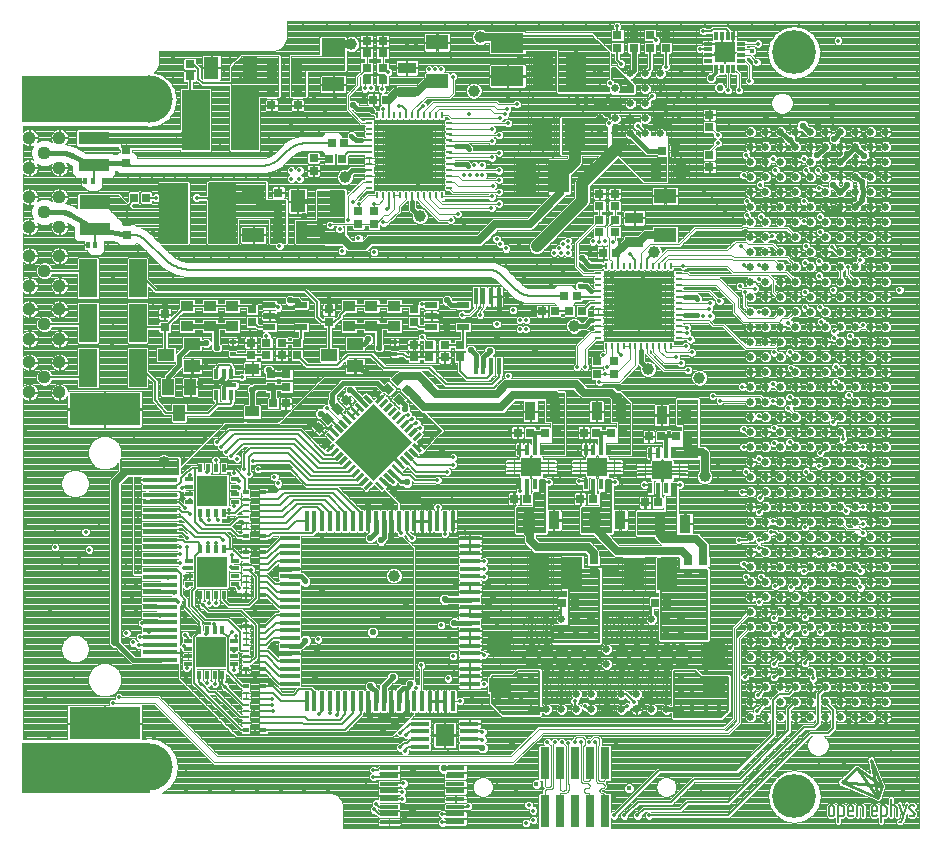
<source format=gtl>
G75*
%MOIN*%
%OFA0B0*%
%FSLAX25Y25*%
%IPPOS*%
%LPD*%
%AMOC8*
5,1,8,0,0,1.08239X$1,22.5*
%
%ADD10C,0.04409*%
%ADD11R,0.05906X0.12598*%
%ADD12R,0.04200X0.03500*%
%ADD13R,0.03000X0.02700*%
%ADD14R,0.01980X0.01402*%
%ADD15R,0.03937X0.02165*%
%ADD16R,0.04800X0.03600*%
%ADD17R,0.02700X0.03000*%
%ADD18R,0.01370X0.05709*%
%ADD19R,0.04800X0.07400*%
%ADD20R,0.10000X0.04000*%
%ADD21R,0.09252X0.20079*%
%ADD22R,0.03800X0.06000*%
%ADD23R,0.05512X0.03937*%
%ADD24R,0.03937X0.05512*%
%ADD25R,0.07400X0.04800*%
%ADD26C,0.02500*%
%ADD27R,0.06500X0.11000*%
%ADD28R,0.01378X0.02362*%
%ADD29C,0.15748*%
%ADD30R,0.42520X0.15748*%
%ADD31R,0.42520X0.16732*%
%ADD32R,0.23622X0.11024*%
%ADD33R,0.11811X0.01319*%
%ADD34R,0.06540X0.01700*%
%ADD35R,0.01700X0.06540*%
%ADD36R,0.01378X0.03346*%
%ADD37C,0.02480*%
%ADD38R,0.01969X0.00984*%
%ADD39R,0.01969X0.01673*%
%ADD40R,0.06890X0.05906*%
%ADD41R,0.04744X0.01102*%
%ADD42R,0.01181X0.03365*%
%ADD43R,0.18110X0.18110*%
%ADD44C,0.14600*%
%ADD45R,0.01200X0.02800*%
%ADD46R,0.02800X0.01200*%
%ADD47R,0.06500X0.06500*%
%ADD48R,0.02913X0.11024*%
%ADD49R,0.06299X0.01181*%
%ADD50R,0.06299X0.01575*%
%ADD51R,0.06181X0.07441*%
%ADD52C,0.01083*%
%ADD53C,0.00709*%
%ADD54R,0.09843X0.09843*%
%ADD55R,0.02700X0.01299*%
%ADD56R,0.01299X0.02700*%
%ADD57R,0.11000X0.06500*%
%ADD58R,0.00945X0.02362*%
%ADD59R,0.16142X0.16142*%
%ADD60R,0.02362X0.00945*%
%ADD61R,0.06000X0.03800*%
%ADD62C,0.00394*%
%ADD63C,0.01387*%
%ADD64C,0.01781*%
%ADD65C,0.02205*%
%ADD66C,0.01575*%
%ADD67C,0.01181*%
%ADD68C,0.00787*%
%ADD69C,0.00433*%
%ADD70C,0.00354*%
%ADD71C,0.03858*%
%ADD72C,0.00350*%
%ADD73C,0.00598*%
%ADD74C,0.02756*%
%ADD75C,0.03937*%
%ADD76C,0.00591*%
%ADD77C,0.01978*%
%ADD78C,0.00800*%
%ADD79C,0.00748*%
%ADD80C,0.00600*%
%ADD81C,0.01969*%
D10*
X0053283Y0191079D03*
X0058283Y0196079D03*
X0063283Y0191079D03*
X0063283Y0201079D03*
X0063283Y0208795D03*
X0058283Y0213795D03*
X0053283Y0208795D03*
X0053283Y0201079D03*
X0053283Y0218795D03*
X0053283Y0226512D03*
X0058283Y0231512D03*
X0053283Y0236512D03*
X0063283Y0236512D03*
X0063283Y0246197D03*
X0058283Y0251197D03*
X0053283Y0246197D03*
X0053283Y0256197D03*
X0063283Y0256197D03*
X0063283Y0265882D03*
X0058283Y0270882D03*
X0053283Y0275882D03*
X0053283Y0265882D03*
X0063283Y0275882D03*
X0063283Y0226512D03*
X0063283Y0218795D03*
D11*
X0072850Y0214189D03*
X0089386Y0214189D03*
X0089386Y0229150D03*
X0072850Y0229150D03*
X0072850Y0199228D03*
X0089386Y0199228D03*
D12*
X0105921Y0213151D03*
X0105921Y0219951D03*
X0113402Y0219951D03*
X0120882Y0219951D03*
X0120882Y0213151D03*
X0113402Y0213151D03*
X0159858Y0213151D03*
X0159858Y0219951D03*
X0167339Y0219951D03*
X0167339Y0213151D03*
X0174819Y0213151D03*
X0174819Y0219951D03*
D13*
X0181512Y0218651D03*
X0181512Y0214451D03*
X0181512Y0206840D03*
X0181512Y0202640D03*
X0186630Y0202640D03*
X0186630Y0206840D03*
X0191748Y0206840D03*
X0191748Y0202640D03*
X0196866Y0202640D03*
X0196866Y0206840D03*
X0153165Y0214451D03*
X0153165Y0218651D03*
X0142535Y0207628D03*
X0137417Y0207628D03*
X0132299Y0207628D03*
X0132299Y0203428D03*
X0137417Y0203428D03*
X0142535Y0203428D03*
X0138992Y0196998D03*
X0133874Y0196998D03*
X0133874Y0192798D03*
X0138992Y0192798D03*
X0127181Y0203428D03*
X0127181Y0207628D03*
X0127575Y0214451D03*
X0127575Y0218651D03*
X0098441Y0217076D03*
X0098441Y0212876D03*
X0085843Y0243585D03*
X0085843Y0247785D03*
X0085449Y0267601D03*
X0085449Y0271801D03*
X0106709Y0296341D03*
X0106709Y0300541D03*
X0133980Y0290900D03*
X0133980Y0286700D03*
X0142727Y0286702D03*
X0142727Y0290902D03*
X0165721Y0295001D03*
X0165721Y0299201D03*
X0171040Y0299201D03*
X0171040Y0295001D03*
X0171040Y0304001D03*
X0171040Y0308201D03*
X0165721Y0308201D03*
X0165721Y0304001D03*
X0148047Y0269045D03*
X0148047Y0264845D03*
X0136236Y0257628D03*
X0136236Y0253428D03*
X0163008Y0251328D03*
X0163008Y0247128D03*
X0168126Y0247128D03*
X0168126Y0251328D03*
X0243323Y0253034D03*
X0243323Y0257234D03*
X0248441Y0257234D03*
X0248441Y0253034D03*
X0248441Y0248572D03*
X0243323Y0248572D03*
X0243323Y0244372D03*
X0248441Y0244372D03*
X0279937Y0266026D03*
X0279937Y0270226D03*
X0279937Y0279412D03*
X0279937Y0283612D03*
X0265572Y0305881D03*
X0265572Y0310081D03*
X0260159Y0310081D03*
X0260159Y0305881D03*
X0254745Y0305881D03*
X0254745Y0310081D03*
X0249332Y0310081D03*
X0249332Y0305881D03*
X0248047Y0201328D03*
X0248047Y0197128D03*
X0242535Y0197128D03*
X0242535Y0201328D03*
X0241354Y0135187D03*
X0241354Y0130987D03*
X0272850Y0130593D03*
X0277969Y0130593D03*
X0277969Y0134793D03*
X0272850Y0134793D03*
D14*
X0175018Y0203921D03*
X0175018Y0207921D03*
X0169896Y0205921D03*
X0121081Y0203921D03*
X0121081Y0207921D03*
X0115959Y0205921D03*
D15*
X0133283Y0212811D03*
X0133283Y0216551D03*
X0133283Y0220291D03*
X0143913Y0220291D03*
X0143913Y0212811D03*
X0187220Y0212811D03*
X0187220Y0216551D03*
X0187220Y0220291D03*
X0197850Y0220291D03*
X0197850Y0212811D03*
D16*
X0127575Y0198835D03*
X0127575Y0184661D03*
D17*
X0134530Y0187417D03*
X0138730Y0187417D03*
G36*
X0151727Y0179133D02*
X0149818Y0177224D01*
X0147697Y0179345D01*
X0149606Y0181254D01*
X0151727Y0179133D01*
G37*
G36*
X0154697Y0182103D02*
X0152788Y0180194D01*
X0150667Y0182315D01*
X0152576Y0184224D01*
X0154697Y0182103D01*
G37*
G36*
X0153996Y0185645D02*
X0155905Y0187554D01*
X0158026Y0185433D01*
X0156117Y0183524D01*
X0153996Y0185645D01*
G37*
G36*
X0156966Y0188615D02*
X0158875Y0190524D01*
X0160996Y0188403D01*
X0159087Y0186494D01*
X0156966Y0188615D01*
G37*
G36*
X0174955Y0192126D02*
X0173046Y0190217D01*
X0170925Y0192338D01*
X0172834Y0194247D01*
X0174955Y0192126D01*
G37*
G36*
X0177925Y0195095D02*
X0176016Y0193186D01*
X0173895Y0195307D01*
X0175804Y0197216D01*
X0177925Y0195095D01*
G37*
G36*
X0181468Y0191552D02*
X0179559Y0189643D01*
X0177438Y0191764D01*
X0179347Y0193673D01*
X0181468Y0191552D01*
G37*
G36*
X0178499Y0188582D02*
X0176590Y0186673D01*
X0174469Y0188794D01*
X0176378Y0190703D01*
X0178499Y0188582D01*
G37*
X0216026Y0177575D03*
X0220226Y0177575D03*
X0225081Y0177575D03*
X0229281Y0177575D03*
X0238073Y0177575D03*
X0242273Y0177575D03*
X0247128Y0177575D03*
X0251328Y0177575D03*
X0259727Y0176394D03*
X0263927Y0176394D03*
X0268782Y0176394D03*
X0272982Y0176394D03*
X0241092Y0155528D03*
X0236892Y0155528D03*
X0219045Y0155528D03*
X0214845Y0155528D03*
X0258546Y0154346D03*
X0262746Y0154346D03*
X0261695Y0120882D03*
X0265895Y0120882D03*
X0235187Y0120882D03*
X0230987Y0120882D03*
X0233349Y0218126D03*
X0237549Y0218126D03*
X0235777Y0223244D03*
X0231577Y0223244D03*
X0228494Y0218126D03*
X0224294Y0218126D03*
X0244569Y0237575D03*
X0248769Y0237575D03*
X0264259Y0271465D03*
X0268459Y0271465D03*
X0172194Y0288598D03*
X0167994Y0288598D03*
X0158304Y0274033D03*
X0154104Y0274033D03*
X0153317Y0268915D03*
X0157517Y0268915D03*
X0092273Y0255921D03*
X0088073Y0255921D03*
D18*
X0202091Y0223047D03*
X0204650Y0223047D03*
X0207209Y0223047D03*
X0209768Y0223047D03*
X0209768Y0199819D03*
X0207209Y0199819D03*
X0204650Y0199819D03*
X0202091Y0199819D03*
D19*
X0155728Y0254740D03*
X0142728Y0254740D03*
X0126988Y0299228D03*
X0113988Y0299228D03*
D20*
X0074819Y0275776D03*
X0074819Y0266776D03*
X0075213Y0254516D03*
X0075213Y0245516D03*
D21*
X0101295Y0250803D03*
X0117634Y0250803D03*
X0125114Y0281906D03*
X0108776Y0281906D03*
D22*
X0134210Y0298938D03*
X0142410Y0298938D03*
X0144273Y0244110D03*
X0136073Y0244110D03*
X0220325Y0184661D03*
X0228525Y0184661D03*
X0242372Y0184661D03*
X0250572Y0184661D03*
X0264026Y0183480D03*
X0272226Y0183480D03*
X0250179Y0148441D03*
X0241979Y0148441D03*
X0228131Y0148441D03*
X0219931Y0148441D03*
X0263632Y0147260D03*
X0271832Y0147260D03*
X0270459Y0264969D03*
X0262259Y0264969D03*
D23*
X0161827Y0207299D03*
X0153165Y0203559D03*
X0161827Y0199819D03*
X0107496Y0199819D03*
X0098835Y0203559D03*
X0107496Y0207299D03*
D24*
X0106905Y0192831D03*
X0099425Y0192831D03*
X0103165Y0184169D03*
D25*
X0127969Y0243516D03*
X0127969Y0256516D03*
X0154637Y0293720D03*
X0154637Y0306720D03*
X0189189Y0307697D03*
X0189189Y0294697D03*
X0265173Y0256516D03*
X0265173Y0243516D03*
X0281512Y0104941D03*
X0281512Y0091941D03*
X0210252Y0093516D03*
X0210252Y0106516D03*
D26*
X0293657Y0107831D03*
X0293657Y0112831D03*
X0298657Y0112831D03*
X0298657Y0107831D03*
X0303657Y0107831D03*
X0303657Y0112831D03*
X0308657Y0112831D03*
X0308657Y0107831D03*
X0313657Y0107831D03*
X0313657Y0112831D03*
X0318657Y0112831D03*
X0318657Y0107831D03*
X0323657Y0107831D03*
X0323657Y0112831D03*
X0328657Y0112831D03*
X0328657Y0107831D03*
X0333657Y0107831D03*
X0333657Y0112831D03*
X0338657Y0112831D03*
X0338657Y0107831D03*
X0338657Y0102831D03*
X0333657Y0102831D03*
X0328657Y0102831D03*
X0323657Y0102831D03*
X0318657Y0102831D03*
X0313657Y0102831D03*
X0308657Y0102831D03*
X0303657Y0102831D03*
X0298657Y0102831D03*
X0293657Y0102831D03*
X0293657Y0097831D03*
X0298657Y0097831D03*
X0303657Y0097831D03*
X0308657Y0097831D03*
X0313657Y0097831D03*
X0318657Y0097831D03*
X0323657Y0097831D03*
X0328657Y0097831D03*
X0333657Y0097831D03*
X0338657Y0097831D03*
X0338657Y0092831D03*
X0333657Y0092831D03*
X0328657Y0092831D03*
X0323657Y0092831D03*
X0318657Y0092831D03*
X0313657Y0092831D03*
X0308657Y0092831D03*
X0303657Y0092831D03*
X0298657Y0092831D03*
X0293657Y0092831D03*
X0293657Y0087831D03*
X0293657Y0082831D03*
X0298657Y0082831D03*
X0298657Y0087831D03*
X0303657Y0087831D03*
X0303657Y0082831D03*
X0308657Y0082831D03*
X0308657Y0087831D03*
X0313657Y0087831D03*
X0313657Y0082831D03*
X0318657Y0082831D03*
X0318657Y0087831D03*
X0323657Y0087831D03*
X0323657Y0082831D03*
X0328657Y0082831D03*
X0328657Y0087831D03*
X0333657Y0087831D03*
X0333657Y0082831D03*
X0338657Y0082831D03*
X0338657Y0087831D03*
X0338657Y0117831D03*
X0333657Y0117831D03*
X0328657Y0117831D03*
X0323657Y0117831D03*
X0318657Y0117831D03*
X0313657Y0117831D03*
X0308657Y0117831D03*
X0303657Y0117831D03*
X0298657Y0117831D03*
X0293657Y0117831D03*
X0293657Y0122831D03*
X0298657Y0122831D03*
X0303657Y0122831D03*
X0308657Y0122831D03*
X0313657Y0122831D03*
X0318657Y0122831D03*
X0323657Y0122831D03*
X0328657Y0122831D03*
X0333657Y0122831D03*
X0338657Y0122831D03*
X0338657Y0127831D03*
X0333657Y0127831D03*
X0328657Y0127831D03*
X0323657Y0127831D03*
X0318657Y0127831D03*
X0313657Y0127831D03*
X0308657Y0127831D03*
X0303657Y0127831D03*
X0298657Y0127831D03*
X0293657Y0127831D03*
X0293657Y0132831D03*
X0293657Y0137831D03*
X0298657Y0137831D03*
X0298657Y0132831D03*
X0303657Y0132831D03*
X0303657Y0137831D03*
X0308657Y0137831D03*
X0308657Y0132831D03*
X0313657Y0132831D03*
X0313657Y0137831D03*
X0318657Y0137831D03*
X0318657Y0132831D03*
X0323657Y0132831D03*
X0323657Y0137831D03*
X0328657Y0137831D03*
X0328657Y0132831D03*
X0333657Y0132831D03*
X0333657Y0137831D03*
X0338657Y0137831D03*
X0338657Y0132831D03*
X0338657Y0142831D03*
X0333657Y0142831D03*
X0328657Y0142831D03*
X0323657Y0142831D03*
X0318657Y0142831D03*
X0313657Y0142831D03*
X0308657Y0142831D03*
X0303657Y0142831D03*
X0298657Y0142831D03*
X0293657Y0142831D03*
X0293657Y0147831D03*
X0298657Y0147831D03*
X0303657Y0147831D03*
X0308657Y0147831D03*
X0313657Y0147831D03*
X0318657Y0147831D03*
X0323657Y0147831D03*
X0328657Y0147831D03*
X0333657Y0147831D03*
X0338657Y0147831D03*
X0338657Y0152831D03*
X0333657Y0152831D03*
X0328657Y0152831D03*
X0323657Y0152831D03*
X0318657Y0152831D03*
X0313657Y0152831D03*
X0308657Y0152831D03*
X0303657Y0152831D03*
X0298657Y0152831D03*
X0293657Y0152831D03*
X0293657Y0157831D03*
X0298657Y0157831D03*
X0303657Y0157831D03*
X0308657Y0157831D03*
X0313657Y0157831D03*
X0318657Y0157831D03*
X0323657Y0157831D03*
X0328657Y0157831D03*
X0333657Y0157831D03*
X0338657Y0157831D03*
X0338657Y0162831D03*
X0333657Y0162831D03*
X0328657Y0162831D03*
X0323657Y0162831D03*
X0318657Y0162831D03*
X0313657Y0162831D03*
X0308657Y0162831D03*
X0303657Y0162831D03*
X0298657Y0162831D03*
X0293657Y0162831D03*
X0293657Y0167831D03*
X0298657Y0167831D03*
X0303657Y0167831D03*
X0308657Y0167831D03*
X0313657Y0167831D03*
X0318657Y0167831D03*
X0323657Y0167831D03*
X0328657Y0167831D03*
X0333657Y0167831D03*
X0338657Y0167831D03*
X0338657Y0172831D03*
X0333657Y0172831D03*
X0328657Y0172831D03*
X0323657Y0172831D03*
X0318657Y0172831D03*
X0313657Y0172831D03*
X0308657Y0172831D03*
X0303657Y0172831D03*
X0298657Y0172831D03*
X0293657Y0172831D03*
X0293657Y0177831D03*
X0298657Y0177831D03*
X0303657Y0177831D03*
X0308657Y0177831D03*
X0313657Y0177831D03*
X0318657Y0177831D03*
X0323657Y0177831D03*
X0328657Y0177831D03*
X0333657Y0177831D03*
X0338657Y0177831D03*
X0338657Y0182831D03*
X0333657Y0182831D03*
X0328657Y0182831D03*
X0323657Y0182831D03*
X0318657Y0182831D03*
X0313657Y0182831D03*
X0308657Y0182831D03*
X0303657Y0182831D03*
X0298657Y0182831D03*
X0293657Y0182831D03*
X0293657Y0187831D03*
X0293657Y0192831D03*
X0298657Y0192831D03*
X0298657Y0187831D03*
X0303657Y0187831D03*
X0303657Y0192831D03*
X0308657Y0192831D03*
X0308657Y0187831D03*
X0313657Y0187831D03*
X0313657Y0192831D03*
X0318657Y0192831D03*
X0318657Y0187831D03*
X0323657Y0187831D03*
X0323657Y0192831D03*
X0328657Y0192831D03*
X0328657Y0187831D03*
X0333657Y0187831D03*
X0333657Y0192831D03*
X0338657Y0192831D03*
X0338657Y0187831D03*
X0338657Y0197831D03*
X0333657Y0197831D03*
X0328657Y0197831D03*
X0323657Y0197831D03*
X0318657Y0197831D03*
X0313657Y0197831D03*
X0308657Y0197831D03*
X0303657Y0197831D03*
X0298657Y0197831D03*
X0293657Y0197831D03*
X0293657Y0202831D03*
X0298657Y0202831D03*
X0303657Y0202831D03*
X0308657Y0202831D03*
X0313657Y0202831D03*
X0318657Y0202831D03*
X0323657Y0202831D03*
X0328657Y0202831D03*
X0333657Y0202831D03*
X0338657Y0202831D03*
X0338657Y0207831D03*
X0333657Y0207831D03*
X0328657Y0207831D03*
X0323657Y0207831D03*
X0318657Y0207831D03*
X0313657Y0207831D03*
X0308657Y0207831D03*
X0303657Y0207831D03*
X0298657Y0207831D03*
X0293657Y0207831D03*
X0293657Y0212831D03*
X0298657Y0212831D03*
X0303657Y0212831D03*
X0308657Y0212831D03*
X0313657Y0212831D03*
X0318657Y0212831D03*
X0323657Y0212831D03*
X0328657Y0212831D03*
X0333657Y0212831D03*
X0338657Y0212831D03*
X0338657Y0217831D03*
X0333657Y0217831D03*
X0328657Y0217831D03*
X0323657Y0217831D03*
X0318657Y0217831D03*
X0313657Y0217831D03*
X0308657Y0217831D03*
X0303657Y0217831D03*
X0298657Y0217831D03*
X0293657Y0217831D03*
X0293657Y0222831D03*
X0298657Y0222831D03*
X0303657Y0222831D03*
X0308657Y0222831D03*
X0313657Y0222831D03*
X0318657Y0222831D03*
X0323657Y0222831D03*
X0328657Y0222831D03*
X0333657Y0222831D03*
X0338657Y0222831D03*
X0338657Y0227831D03*
X0333657Y0227831D03*
X0328657Y0227831D03*
X0323657Y0227831D03*
X0318657Y0227831D03*
X0313657Y0227831D03*
X0308657Y0227831D03*
X0303657Y0227831D03*
X0298657Y0227831D03*
X0293657Y0227831D03*
X0293657Y0232831D03*
X0293657Y0237831D03*
X0298657Y0237831D03*
X0298657Y0232831D03*
X0303657Y0232831D03*
X0303657Y0237831D03*
X0308657Y0237831D03*
X0308657Y0232831D03*
X0313657Y0232831D03*
X0313657Y0237831D03*
X0318657Y0237831D03*
X0318657Y0232831D03*
X0323657Y0232831D03*
X0323657Y0237831D03*
X0328657Y0237831D03*
X0328657Y0232831D03*
X0333657Y0232831D03*
X0333657Y0237831D03*
X0338657Y0237831D03*
X0338657Y0232831D03*
X0338657Y0242831D03*
X0333657Y0242831D03*
X0328657Y0242831D03*
X0323657Y0242831D03*
X0318657Y0242831D03*
X0313657Y0242831D03*
X0308657Y0242831D03*
X0303657Y0242831D03*
X0298657Y0242831D03*
X0293657Y0242831D03*
X0293657Y0247831D03*
X0298657Y0247831D03*
X0303657Y0247831D03*
X0308657Y0247831D03*
X0313657Y0247831D03*
X0318657Y0247831D03*
X0323657Y0247831D03*
X0328657Y0247831D03*
X0333657Y0247831D03*
X0338657Y0247831D03*
X0338657Y0252831D03*
X0333657Y0252831D03*
X0328657Y0252831D03*
X0323657Y0252831D03*
X0318657Y0252831D03*
X0313657Y0252831D03*
X0308657Y0252831D03*
X0303657Y0252831D03*
X0298657Y0252831D03*
X0293657Y0252831D03*
X0293657Y0257831D03*
X0298657Y0257831D03*
X0303657Y0257831D03*
X0308657Y0257831D03*
X0313657Y0257831D03*
X0318657Y0257831D03*
X0323657Y0257831D03*
X0328657Y0257831D03*
X0333657Y0257831D03*
X0338657Y0257831D03*
X0338657Y0262831D03*
X0333657Y0262831D03*
X0328657Y0262831D03*
X0323657Y0262831D03*
X0318657Y0262831D03*
X0313657Y0262831D03*
X0308657Y0262831D03*
X0303657Y0262831D03*
X0298657Y0262831D03*
X0293657Y0262831D03*
X0293657Y0267831D03*
X0298657Y0267831D03*
X0303657Y0267831D03*
X0308657Y0267831D03*
X0313657Y0267831D03*
X0318657Y0267831D03*
X0323657Y0267831D03*
X0328657Y0267831D03*
X0333657Y0267831D03*
X0338657Y0267831D03*
X0338657Y0272831D03*
X0333657Y0272831D03*
X0328657Y0272831D03*
X0323657Y0272831D03*
X0318657Y0272831D03*
X0313657Y0272831D03*
X0308657Y0272831D03*
X0303657Y0272831D03*
X0298657Y0272831D03*
X0293657Y0272831D03*
X0293657Y0277831D03*
X0298657Y0277831D03*
X0303657Y0277831D03*
X0308657Y0277831D03*
X0313657Y0277831D03*
X0318657Y0277831D03*
X0323657Y0277831D03*
X0328657Y0277831D03*
X0333657Y0277831D03*
X0338657Y0277831D03*
X0263564Y0277312D03*
X0258564Y0277312D03*
X0253564Y0277312D03*
X0248564Y0277312D03*
X0243564Y0277312D03*
X0243564Y0282312D03*
X0248564Y0282312D03*
X0253564Y0282312D03*
X0258564Y0282312D03*
X0263564Y0282312D03*
X0263564Y0287312D03*
X0258564Y0287312D03*
X0253564Y0287312D03*
X0248564Y0287312D03*
X0243564Y0287312D03*
X0243564Y0292312D03*
X0248564Y0292312D03*
X0253564Y0292312D03*
X0258564Y0292312D03*
X0263564Y0292312D03*
X0263564Y0297312D03*
X0258564Y0297312D03*
X0253564Y0297312D03*
X0248564Y0297312D03*
X0243564Y0297312D03*
D27*
X0235437Y0298047D03*
X0224437Y0298047D03*
X0224245Y0276879D03*
X0235245Y0276879D03*
X0229925Y0263008D03*
X0218925Y0263008D03*
X0223256Y0130724D03*
X0234256Y0130724D03*
X0254752Y0130331D03*
X0265752Y0130331D03*
D28*
X0075311Y0240173D03*
X0072752Y0240173D03*
X0071965Y0261433D03*
X0074524Y0261433D03*
D29*
X0093323Y0288795D03*
X0093323Y0066157D03*
D30*
X0072260Y0288795D03*
D31*
X0072260Y0065665D03*
D32*
X0078362Y0080724D03*
X0078362Y0185449D03*
D33*
X0096866Y0164337D03*
X0096866Y0161837D03*
X0096866Y0159337D03*
X0096866Y0156837D03*
X0096866Y0154337D03*
X0096866Y0151837D03*
X0096866Y0149337D03*
X0096866Y0146837D03*
X0096866Y0144337D03*
X0096866Y0141837D03*
X0096866Y0139337D03*
X0096866Y0136837D03*
X0096866Y0134337D03*
X0096866Y0131837D03*
X0096866Y0129337D03*
X0096866Y0126837D03*
X0096866Y0124337D03*
X0096866Y0121837D03*
X0096866Y0119337D03*
X0096866Y0116837D03*
X0096866Y0114337D03*
X0096866Y0111837D03*
X0096866Y0109337D03*
X0096866Y0106837D03*
X0096866Y0104337D03*
X0096866Y0101837D03*
D34*
X0140075Y0101492D03*
X0140075Y0098933D03*
X0140075Y0096374D03*
X0140075Y0093815D03*
X0140075Y0104051D03*
X0140075Y0106610D03*
X0140075Y0109169D03*
X0140075Y0111728D03*
X0140075Y0114287D03*
X0140075Y0116846D03*
X0140075Y0119406D03*
X0140075Y0121965D03*
X0140075Y0124524D03*
X0140075Y0127083D03*
X0140075Y0129642D03*
X0140075Y0132201D03*
X0140075Y0134760D03*
X0140075Y0137319D03*
X0140075Y0139878D03*
X0140075Y0142437D03*
X0200114Y0142437D03*
X0200114Y0139878D03*
X0200114Y0137319D03*
X0200114Y0134760D03*
X0200114Y0132201D03*
X0200114Y0129642D03*
X0200114Y0127083D03*
X0200114Y0124524D03*
X0200114Y0121965D03*
X0200114Y0119406D03*
X0200114Y0116846D03*
X0200114Y0114287D03*
X0200114Y0111728D03*
X0200114Y0109169D03*
X0200114Y0106610D03*
X0200114Y0104051D03*
X0200114Y0101492D03*
X0200114Y0098933D03*
X0200114Y0096374D03*
X0200114Y0093815D03*
D35*
X0194406Y0088106D03*
X0191846Y0088106D03*
X0189287Y0088106D03*
X0186728Y0088106D03*
X0184169Y0088106D03*
X0181610Y0088106D03*
X0179051Y0088106D03*
X0176492Y0088106D03*
X0173933Y0088106D03*
X0171374Y0088106D03*
X0168815Y0088106D03*
X0166256Y0088106D03*
X0163697Y0088106D03*
X0161138Y0088106D03*
X0158579Y0088106D03*
X0156020Y0088106D03*
X0153461Y0088106D03*
X0150902Y0088106D03*
X0148343Y0088106D03*
X0145783Y0088106D03*
X0145783Y0148146D03*
X0148343Y0148146D03*
X0150902Y0148146D03*
X0153461Y0148146D03*
X0156020Y0148146D03*
X0158579Y0148146D03*
X0161138Y0148146D03*
X0163697Y0148146D03*
X0166256Y0148146D03*
X0168815Y0148146D03*
X0171374Y0148146D03*
X0173933Y0148146D03*
X0176492Y0148146D03*
X0179051Y0148146D03*
X0181610Y0148146D03*
X0184169Y0148146D03*
X0186728Y0148146D03*
X0189287Y0148146D03*
X0191846Y0148146D03*
X0194406Y0148146D03*
D36*
X0216650Y0160350D03*
X0219209Y0160350D03*
X0221768Y0160350D03*
X0224327Y0160350D03*
X0224327Y0171965D03*
X0221768Y0171965D03*
X0219209Y0171965D03*
X0216650Y0171965D03*
X0238697Y0171965D03*
X0241256Y0171965D03*
X0243815Y0171965D03*
X0246374Y0171965D03*
X0246374Y0160350D03*
X0243815Y0160350D03*
X0241256Y0160350D03*
X0238697Y0160350D03*
X0260350Y0159169D03*
X0262909Y0159169D03*
X0265469Y0159169D03*
X0268028Y0159169D03*
X0268028Y0170783D03*
X0265469Y0170783D03*
X0262909Y0170783D03*
X0260350Y0170783D03*
X0120685Y0190173D03*
X0118126Y0190173D03*
X0115567Y0190173D03*
X0115567Y0197260D03*
X0118126Y0197260D03*
X0120685Y0197260D03*
D37*
X0220685Y0115409D03*
X0220685Y0110409D03*
X0225685Y0110409D03*
X0230685Y0110409D03*
X0235685Y0110409D03*
X0240685Y0110409D03*
X0240685Y0115409D03*
X0235685Y0115409D03*
X0230685Y0115409D03*
X0225685Y0115409D03*
X0225685Y0105409D03*
X0225685Y0100409D03*
X0220685Y0100409D03*
X0220685Y0105409D03*
X0230685Y0105409D03*
X0230685Y0100409D03*
X0235685Y0100409D03*
X0240685Y0100409D03*
X0240685Y0105409D03*
X0235685Y0105409D03*
X0235685Y0095409D03*
X0235685Y0090409D03*
X0230685Y0090409D03*
X0225685Y0090409D03*
X0220685Y0090409D03*
X0220685Y0095409D03*
X0225685Y0095409D03*
X0230685Y0095409D03*
X0240685Y0095409D03*
X0240685Y0090409D03*
X0240685Y0085409D03*
X0235685Y0085409D03*
X0230685Y0085409D03*
X0225685Y0085409D03*
X0220685Y0085409D03*
X0245685Y0085409D03*
X0250685Y0085409D03*
X0255685Y0085409D03*
X0260685Y0085409D03*
X0265685Y0085409D03*
X0270685Y0085409D03*
X0270685Y0090409D03*
X0265685Y0090409D03*
X0260685Y0090409D03*
X0255685Y0090409D03*
X0250685Y0090409D03*
X0245685Y0090409D03*
X0245685Y0095409D03*
X0250685Y0095409D03*
X0255685Y0095409D03*
X0260685Y0095409D03*
X0265685Y0095409D03*
X0270685Y0095409D03*
X0270685Y0100409D03*
X0265685Y0100409D03*
X0260685Y0100409D03*
X0255685Y0100409D03*
X0250685Y0100409D03*
X0245685Y0100409D03*
X0245685Y0105409D03*
X0250685Y0105409D03*
X0255685Y0105409D03*
X0260685Y0105409D03*
X0265685Y0105409D03*
X0270685Y0105409D03*
X0270685Y0110409D03*
X0265685Y0110409D03*
X0260685Y0110409D03*
X0255685Y0110409D03*
X0250685Y0110409D03*
X0245685Y0110409D03*
X0245685Y0115409D03*
X0250685Y0115409D03*
X0255685Y0115409D03*
X0260685Y0115409D03*
X0265685Y0115409D03*
X0270685Y0115409D03*
D38*
X0131315Y0110843D03*
X0131315Y0108874D03*
X0131315Y0106906D03*
X0131315Y0104937D03*
X0131315Y0102969D03*
X0131315Y0101000D03*
X0125409Y0101000D03*
X0125409Y0102969D03*
X0125409Y0104937D03*
X0125409Y0106906D03*
X0125409Y0108874D03*
X0125409Y0110843D03*
X0125409Y0125803D03*
X0125409Y0127772D03*
X0125409Y0129740D03*
X0125409Y0131709D03*
X0125409Y0133677D03*
X0125409Y0135646D03*
X0131315Y0135646D03*
X0131315Y0133677D03*
X0131315Y0131709D03*
X0131315Y0129740D03*
X0131315Y0127772D03*
X0131315Y0125803D03*
X0131315Y0145488D03*
X0131315Y0147457D03*
X0131315Y0149425D03*
X0131315Y0151394D03*
X0131315Y0153362D03*
X0131315Y0155331D03*
X0125409Y0155331D03*
X0125409Y0153362D03*
X0125409Y0151394D03*
X0125409Y0149425D03*
X0125409Y0147457D03*
X0125409Y0145488D03*
X0125409Y0090764D03*
X0125409Y0088795D03*
X0125409Y0086827D03*
X0125409Y0084858D03*
X0125409Y0082890D03*
X0125409Y0080921D03*
X0131315Y0080921D03*
X0131315Y0082890D03*
X0131315Y0084858D03*
X0131315Y0086827D03*
X0131315Y0088795D03*
X0131315Y0090764D03*
D39*
X0131315Y0093077D03*
X0125409Y0093077D03*
X0125409Y0098687D03*
X0131315Y0098687D03*
X0131315Y0113156D03*
X0125409Y0113156D03*
X0125409Y0123490D03*
X0131315Y0123490D03*
X0131315Y0137959D03*
X0125409Y0137959D03*
X0125409Y0143175D03*
X0131315Y0143175D03*
X0131315Y0157644D03*
X0125409Y0157644D03*
X0125409Y0078608D03*
X0131315Y0078608D03*
D40*
X0220488Y0166157D03*
X0242535Y0166157D03*
X0264189Y0164976D03*
D41*
X0258480Y0163697D03*
X0258480Y0166256D03*
X0248244Y0167437D03*
X0248244Y0164878D03*
X0236827Y0164878D03*
X0236827Y0167437D03*
X0226197Y0167437D03*
X0226197Y0164878D03*
X0214780Y0164878D03*
X0214780Y0167437D03*
X0269898Y0166256D03*
X0269898Y0163697D03*
D42*
G36*
X0184145Y0171767D02*
X0183311Y0170933D01*
X0180933Y0173311D01*
X0181767Y0174145D01*
X0184145Y0171767D01*
G37*
G36*
X0182753Y0170375D02*
X0181919Y0169541D01*
X0179541Y0171919D01*
X0180375Y0172753D01*
X0182753Y0170375D01*
G37*
G36*
X0181361Y0168983D02*
X0180527Y0168149D01*
X0178149Y0170527D01*
X0178983Y0171361D01*
X0181361Y0168983D01*
G37*
G36*
X0179969Y0167592D02*
X0179135Y0166758D01*
X0176757Y0169136D01*
X0177591Y0169970D01*
X0179969Y0167592D01*
G37*
G36*
X0178577Y0166200D02*
X0177743Y0165366D01*
X0175365Y0167744D01*
X0176199Y0168578D01*
X0178577Y0166200D01*
G37*
G36*
X0177186Y0164808D02*
X0176352Y0163974D01*
X0173974Y0166352D01*
X0174808Y0167186D01*
X0177186Y0164808D01*
G37*
G36*
X0175794Y0163416D02*
X0174960Y0162582D01*
X0172582Y0164960D01*
X0173416Y0165794D01*
X0175794Y0163416D01*
G37*
G36*
X0174402Y0162024D02*
X0173568Y0161190D01*
X0171190Y0163568D01*
X0172024Y0164402D01*
X0174402Y0162024D01*
G37*
G36*
X0173010Y0160632D02*
X0172176Y0159798D01*
X0169798Y0162176D01*
X0170632Y0163010D01*
X0173010Y0160632D01*
G37*
G36*
X0171618Y0159240D02*
X0170784Y0158406D01*
X0168406Y0160784D01*
X0169240Y0161618D01*
X0171618Y0159240D01*
G37*
G36*
X0165468Y0158406D02*
X0164634Y0159240D01*
X0167012Y0161618D01*
X0167846Y0160784D01*
X0165468Y0158406D01*
G37*
G36*
X0164076Y0159798D02*
X0163242Y0160632D01*
X0165620Y0163010D01*
X0166454Y0162176D01*
X0164076Y0159798D01*
G37*
G36*
X0162684Y0161190D02*
X0161850Y0162024D01*
X0164228Y0164402D01*
X0165062Y0163568D01*
X0162684Y0161190D01*
G37*
G36*
X0161292Y0162582D02*
X0160458Y0163416D01*
X0162836Y0165794D01*
X0163670Y0164960D01*
X0161292Y0162582D01*
G37*
G36*
X0159900Y0163974D02*
X0159066Y0164808D01*
X0161444Y0167186D01*
X0162278Y0166352D01*
X0159900Y0163974D01*
G37*
G36*
X0158508Y0165366D02*
X0157674Y0166200D01*
X0160052Y0168578D01*
X0160886Y0167744D01*
X0158508Y0165366D01*
G37*
G36*
X0157117Y0166758D02*
X0156283Y0167592D01*
X0158661Y0169970D01*
X0159495Y0169136D01*
X0157117Y0166758D01*
G37*
G36*
X0155725Y0168149D02*
X0154891Y0168983D01*
X0157269Y0171361D01*
X0158103Y0170527D01*
X0155725Y0168149D01*
G37*
G36*
X0154333Y0169541D02*
X0153499Y0170375D01*
X0155877Y0172753D01*
X0156711Y0171919D01*
X0154333Y0169541D01*
G37*
G36*
X0152941Y0170933D02*
X0152107Y0171767D01*
X0154485Y0174145D01*
X0155319Y0173311D01*
X0152941Y0170933D01*
G37*
G36*
X0155319Y0175539D02*
X0154485Y0174705D01*
X0152107Y0177083D01*
X0152941Y0177917D01*
X0155319Y0175539D01*
G37*
G36*
X0156711Y0176931D02*
X0155877Y0176097D01*
X0153499Y0178475D01*
X0154333Y0179309D01*
X0156711Y0176931D01*
G37*
G36*
X0158103Y0178323D02*
X0157269Y0177489D01*
X0154891Y0179867D01*
X0155725Y0180701D01*
X0158103Y0178323D01*
G37*
G36*
X0159495Y0179715D02*
X0158661Y0178881D01*
X0156283Y0181259D01*
X0157117Y0182093D01*
X0159495Y0179715D01*
G37*
G36*
X0160886Y0181107D02*
X0160052Y0180273D01*
X0157674Y0182651D01*
X0158508Y0183485D01*
X0160886Y0181107D01*
G37*
G36*
X0162278Y0182499D02*
X0161444Y0181665D01*
X0159066Y0184043D01*
X0159900Y0184877D01*
X0162278Y0182499D01*
G37*
G36*
X0163670Y0183891D02*
X0162836Y0183057D01*
X0160458Y0185435D01*
X0161292Y0186269D01*
X0163670Y0183891D01*
G37*
G36*
X0165062Y0185283D02*
X0164228Y0184449D01*
X0161850Y0186827D01*
X0162684Y0187661D01*
X0165062Y0185283D01*
G37*
G36*
X0166454Y0186675D02*
X0165620Y0185841D01*
X0163242Y0188219D01*
X0164076Y0189053D01*
X0166454Y0186675D01*
G37*
G36*
X0167846Y0188066D02*
X0167012Y0187232D01*
X0164634Y0189610D01*
X0165468Y0190444D01*
X0167846Y0188066D01*
G37*
G36*
X0169240Y0187232D02*
X0168406Y0188066D01*
X0170784Y0190444D01*
X0171618Y0189610D01*
X0169240Y0187232D01*
G37*
G36*
X0170632Y0185841D02*
X0169798Y0186675D01*
X0172176Y0189053D01*
X0173010Y0188219D01*
X0170632Y0185841D01*
G37*
G36*
X0172024Y0184449D02*
X0171190Y0185283D01*
X0173568Y0187661D01*
X0174402Y0186827D01*
X0172024Y0184449D01*
G37*
G36*
X0173416Y0183057D02*
X0172582Y0183891D01*
X0174960Y0186269D01*
X0175794Y0185435D01*
X0173416Y0183057D01*
G37*
G36*
X0174808Y0181665D02*
X0173974Y0182499D01*
X0176352Y0184877D01*
X0177186Y0184043D01*
X0174808Y0181665D01*
G37*
G36*
X0176199Y0180273D02*
X0175365Y0181107D01*
X0177743Y0183485D01*
X0178577Y0182651D01*
X0176199Y0180273D01*
G37*
G36*
X0177591Y0178881D02*
X0176757Y0179715D01*
X0179135Y0182093D01*
X0179969Y0181259D01*
X0177591Y0178881D01*
G37*
G36*
X0178983Y0177489D02*
X0178149Y0178323D01*
X0180527Y0180701D01*
X0181361Y0179867D01*
X0178983Y0177489D01*
G37*
G36*
X0180375Y0176097D02*
X0179541Y0176931D01*
X0181919Y0179309D01*
X0182753Y0178475D01*
X0180375Y0176097D01*
G37*
G36*
X0181767Y0174705D02*
X0180933Y0175539D01*
X0183311Y0177917D01*
X0184145Y0177083D01*
X0181767Y0174705D01*
G37*
D43*
G36*
X0168126Y0187230D02*
X0180931Y0174425D01*
X0168126Y0161620D01*
X0155321Y0174425D01*
X0168126Y0187230D01*
G37*
D44*
X0308157Y0304331D03*
X0308157Y0056331D03*
D45*
X0288008Y0298846D03*
X0286039Y0298846D03*
X0284071Y0298846D03*
X0282102Y0298846D03*
X0282102Y0309846D03*
X0284071Y0309846D03*
X0286039Y0309846D03*
X0288008Y0309846D03*
D46*
X0290555Y0307299D03*
X0290555Y0305331D03*
X0290555Y0303362D03*
X0290555Y0301394D03*
X0279555Y0301394D03*
X0279555Y0303362D03*
X0279555Y0305331D03*
X0279555Y0307299D03*
D47*
X0285055Y0304346D03*
D48*
X0245055Y0067476D03*
X0240055Y0067476D03*
X0235055Y0067476D03*
X0230055Y0067476D03*
X0225055Y0067476D03*
X0225055Y0051453D03*
X0230055Y0051453D03*
X0235055Y0051453D03*
X0240055Y0051453D03*
X0245055Y0051453D03*
D49*
X0195291Y0050311D03*
X0195291Y0047752D03*
X0195291Y0052870D03*
X0195291Y0055429D03*
X0195291Y0057988D03*
X0195291Y0060547D03*
X0195291Y0063106D03*
X0195291Y0065665D03*
X0173244Y0065665D03*
X0173244Y0063106D03*
X0173244Y0060547D03*
X0173244Y0057988D03*
X0173244Y0055429D03*
X0173244Y0052870D03*
X0173244Y0050311D03*
X0173244Y0047752D03*
D50*
X0183480Y0072949D03*
X0183480Y0075508D03*
X0183480Y0078067D03*
X0183480Y0080626D03*
X0200016Y0080626D03*
X0200016Y0078067D03*
X0200016Y0075508D03*
X0200016Y0072949D03*
D51*
X0191748Y0076787D03*
D52*
X0324031Y0061039D02*
X0329150Y0065764D01*
X0336236Y0055921D01*
X0333874Y0068520D01*
X0337417Y0059858D01*
X0329150Y0065764D01*
X0324031Y0061039D02*
X0337417Y0059858D01*
X0336236Y0055921D01*
X0324031Y0061039D01*
D53*
X0324071Y0053323D02*
X0322890Y0053323D01*
X0322890Y0049858D01*
X0324071Y0049858D01*
X0324122Y0049860D01*
X0324172Y0049865D01*
X0324222Y0049874D01*
X0324271Y0049887D01*
X0324319Y0049903D01*
X0324366Y0049922D01*
X0324411Y0049945D01*
X0324454Y0049971D01*
X0324496Y0049999D01*
X0324535Y0050031D01*
X0324572Y0050066D01*
X0324607Y0050103D01*
X0324639Y0050142D01*
X0324667Y0050184D01*
X0324693Y0050227D01*
X0324716Y0050272D01*
X0324735Y0050319D01*
X0324751Y0050367D01*
X0324764Y0050416D01*
X0324773Y0050466D01*
X0324778Y0050516D01*
X0324780Y0050567D01*
X0324780Y0052614D01*
X0324778Y0052665D01*
X0324773Y0052715D01*
X0324764Y0052765D01*
X0324751Y0052814D01*
X0324735Y0052862D01*
X0324716Y0052909D01*
X0324693Y0052954D01*
X0324667Y0052997D01*
X0324639Y0053039D01*
X0324607Y0053078D01*
X0324572Y0053115D01*
X0324535Y0053150D01*
X0324496Y0053182D01*
X0324454Y0053210D01*
X0324411Y0053236D01*
X0324366Y0053259D01*
X0324319Y0053278D01*
X0324271Y0053294D01*
X0324222Y0053307D01*
X0324172Y0053316D01*
X0324122Y0053321D01*
X0324071Y0053323D01*
X0326079Y0052614D02*
X0326079Y0050567D01*
X0326078Y0050567D02*
X0326080Y0050516D01*
X0326085Y0050466D01*
X0326094Y0050416D01*
X0326107Y0050367D01*
X0326123Y0050319D01*
X0326142Y0050272D01*
X0326165Y0050227D01*
X0326191Y0050184D01*
X0326219Y0050142D01*
X0326251Y0050103D01*
X0326286Y0050066D01*
X0326323Y0050031D01*
X0326362Y0049999D01*
X0326404Y0049971D01*
X0326447Y0049945D01*
X0326492Y0049922D01*
X0326539Y0049903D01*
X0326587Y0049887D01*
X0326636Y0049874D01*
X0326686Y0049865D01*
X0326736Y0049860D01*
X0326787Y0049858D01*
X0327496Y0049858D01*
X0327527Y0049860D01*
X0327557Y0049865D01*
X0327587Y0049873D01*
X0327616Y0049885D01*
X0327643Y0049900D01*
X0327668Y0049918D01*
X0327691Y0049939D01*
X0327712Y0049962D01*
X0327730Y0049987D01*
X0327745Y0050014D01*
X0327757Y0050043D01*
X0327765Y0050073D01*
X0327770Y0050103D01*
X0327772Y0050134D01*
X0327969Y0051591D02*
X0327969Y0052535D01*
X0327969Y0052614D02*
X0327967Y0052665D01*
X0327962Y0052715D01*
X0327953Y0052765D01*
X0327940Y0052814D01*
X0327924Y0052862D01*
X0327905Y0052909D01*
X0327882Y0052954D01*
X0327856Y0052997D01*
X0327828Y0053039D01*
X0327796Y0053078D01*
X0327761Y0053115D01*
X0327724Y0053150D01*
X0327685Y0053182D01*
X0327643Y0053210D01*
X0327600Y0053236D01*
X0327555Y0053259D01*
X0327508Y0053278D01*
X0327460Y0053294D01*
X0327411Y0053307D01*
X0327361Y0053316D01*
X0327311Y0053321D01*
X0327260Y0053323D01*
X0326787Y0053323D01*
X0326736Y0053321D01*
X0326686Y0053316D01*
X0326636Y0053307D01*
X0326587Y0053294D01*
X0326539Y0053278D01*
X0326492Y0053259D01*
X0326447Y0053236D01*
X0326404Y0053210D01*
X0326362Y0053182D01*
X0326323Y0053150D01*
X0326286Y0053115D01*
X0326251Y0053078D01*
X0326219Y0053039D01*
X0326191Y0052997D01*
X0326165Y0052954D01*
X0326142Y0052909D01*
X0326123Y0052862D01*
X0326107Y0052814D01*
X0326094Y0052765D01*
X0326085Y0052715D01*
X0326080Y0052665D01*
X0326078Y0052614D01*
X0326315Y0051591D02*
X0327969Y0051591D01*
X0329307Y0053323D02*
X0329307Y0049858D01*
X0331197Y0049858D02*
X0331197Y0052614D01*
X0331195Y0052665D01*
X0331190Y0052715D01*
X0331181Y0052765D01*
X0331168Y0052814D01*
X0331152Y0052862D01*
X0331133Y0052909D01*
X0331110Y0052954D01*
X0331084Y0052997D01*
X0331056Y0053039D01*
X0331024Y0053078D01*
X0330989Y0053115D01*
X0330952Y0053150D01*
X0330913Y0053182D01*
X0330871Y0053210D01*
X0330828Y0053236D01*
X0330783Y0053259D01*
X0330736Y0053278D01*
X0330688Y0053294D01*
X0330639Y0053307D01*
X0330589Y0053316D01*
X0330539Y0053321D01*
X0330488Y0053323D01*
X0329307Y0053323D01*
X0334031Y0052614D02*
X0334031Y0050567D01*
X0334033Y0050516D01*
X0334038Y0050466D01*
X0334047Y0050416D01*
X0334060Y0050367D01*
X0334076Y0050319D01*
X0334095Y0050272D01*
X0334118Y0050227D01*
X0334144Y0050184D01*
X0334172Y0050142D01*
X0334204Y0050103D01*
X0334239Y0050066D01*
X0334276Y0050031D01*
X0334315Y0049999D01*
X0334357Y0049971D01*
X0334400Y0049945D01*
X0334445Y0049922D01*
X0334492Y0049903D01*
X0334540Y0049887D01*
X0334589Y0049874D01*
X0334639Y0049865D01*
X0334689Y0049860D01*
X0334740Y0049858D01*
X0335449Y0049858D01*
X0335480Y0049860D01*
X0335510Y0049865D01*
X0335540Y0049873D01*
X0335569Y0049885D01*
X0335596Y0049900D01*
X0335621Y0049918D01*
X0335644Y0049939D01*
X0335665Y0049962D01*
X0335683Y0049987D01*
X0335698Y0050014D01*
X0335710Y0050043D01*
X0335718Y0050073D01*
X0335723Y0050103D01*
X0335725Y0050134D01*
X0335921Y0051591D02*
X0335921Y0052535D01*
X0335922Y0052614D02*
X0335920Y0052665D01*
X0335915Y0052715D01*
X0335906Y0052765D01*
X0335893Y0052814D01*
X0335877Y0052862D01*
X0335858Y0052909D01*
X0335835Y0052954D01*
X0335809Y0052997D01*
X0335781Y0053039D01*
X0335749Y0053078D01*
X0335714Y0053115D01*
X0335677Y0053150D01*
X0335638Y0053182D01*
X0335596Y0053210D01*
X0335553Y0053236D01*
X0335508Y0053259D01*
X0335461Y0053278D01*
X0335413Y0053294D01*
X0335364Y0053307D01*
X0335314Y0053316D01*
X0335264Y0053321D01*
X0335213Y0053323D01*
X0334740Y0053323D01*
X0334689Y0053321D01*
X0334639Y0053316D01*
X0334589Y0053307D01*
X0334540Y0053294D01*
X0334492Y0053278D01*
X0334445Y0053259D01*
X0334400Y0053236D01*
X0334357Y0053210D01*
X0334315Y0053182D01*
X0334276Y0053150D01*
X0334239Y0053115D01*
X0334204Y0053078D01*
X0334172Y0053039D01*
X0334144Y0052997D01*
X0334118Y0052954D01*
X0334095Y0052909D01*
X0334076Y0052862D01*
X0334060Y0052814D01*
X0334047Y0052765D01*
X0334038Y0052715D01*
X0334033Y0052665D01*
X0334031Y0052614D01*
X0334268Y0051591D02*
X0335921Y0051591D01*
X0337181Y0053323D02*
X0337181Y0049858D01*
X0338362Y0049858D01*
X0338413Y0049860D01*
X0338463Y0049865D01*
X0338513Y0049874D01*
X0338562Y0049887D01*
X0338610Y0049903D01*
X0338657Y0049922D01*
X0338702Y0049945D01*
X0338745Y0049971D01*
X0338787Y0049999D01*
X0338826Y0050031D01*
X0338863Y0050066D01*
X0338898Y0050103D01*
X0338930Y0050142D01*
X0338958Y0050184D01*
X0338984Y0050227D01*
X0339007Y0050272D01*
X0339026Y0050319D01*
X0339042Y0050367D01*
X0339055Y0050416D01*
X0339064Y0050466D01*
X0339069Y0050516D01*
X0339071Y0050567D01*
X0339071Y0052614D01*
X0339069Y0052665D01*
X0339064Y0052715D01*
X0339055Y0052765D01*
X0339042Y0052814D01*
X0339026Y0052862D01*
X0339007Y0052909D01*
X0338984Y0052954D01*
X0338958Y0052997D01*
X0338930Y0053039D01*
X0338898Y0053078D01*
X0338863Y0053115D01*
X0338826Y0053150D01*
X0338787Y0053182D01*
X0338745Y0053210D01*
X0338702Y0053236D01*
X0338657Y0053259D01*
X0338610Y0053278D01*
X0338562Y0053294D01*
X0338513Y0053307D01*
X0338463Y0053316D01*
X0338413Y0053321D01*
X0338362Y0053323D01*
X0337181Y0053323D01*
X0337181Y0049819D02*
X0337181Y0047772D01*
X0340488Y0049898D02*
X0340488Y0055488D01*
X0340764Y0053323D02*
X0341669Y0053323D01*
X0341720Y0053321D01*
X0341770Y0053316D01*
X0341820Y0053307D01*
X0341869Y0053294D01*
X0341917Y0053278D01*
X0341964Y0053259D01*
X0342009Y0053236D01*
X0342052Y0053210D01*
X0342094Y0053182D01*
X0342133Y0053150D01*
X0342170Y0053115D01*
X0342205Y0053078D01*
X0342237Y0053039D01*
X0342265Y0052997D01*
X0342291Y0052954D01*
X0342314Y0052909D01*
X0342333Y0052862D01*
X0342349Y0052814D01*
X0342362Y0052765D01*
X0342371Y0052715D01*
X0342376Y0052665D01*
X0342378Y0052614D01*
X0342417Y0049858D01*
X0344583Y0049898D02*
X0343283Y0053677D01*
X0345803Y0053677D02*
X0344150Y0048362D01*
X0344110Y0048283D02*
X0343835Y0047890D01*
X0343480Y0047811D01*
X0343283Y0047811D01*
X0346709Y0050055D02*
X0346709Y0050134D01*
X0346709Y0050055D02*
X0346787Y0049937D01*
X0346984Y0049819D01*
X0347142Y0049740D01*
X0347181Y0049740D02*
X0347654Y0049740D01*
X0347705Y0049742D01*
X0347755Y0049747D01*
X0347805Y0049756D01*
X0347854Y0049769D01*
X0347902Y0049785D01*
X0347949Y0049804D01*
X0347994Y0049827D01*
X0348037Y0049853D01*
X0348079Y0049881D01*
X0348118Y0049913D01*
X0348155Y0049948D01*
X0348190Y0049985D01*
X0348222Y0050024D01*
X0348250Y0050066D01*
X0348276Y0050109D01*
X0348299Y0050154D01*
X0348318Y0050201D01*
X0348334Y0050249D01*
X0348347Y0050298D01*
X0348356Y0050348D01*
X0348361Y0050398D01*
X0348363Y0050449D01*
X0348362Y0050488D02*
X0348362Y0050685D01*
X0348323Y0050882D01*
X0347969Y0051236D01*
X0347339Y0051709D01*
X0347457Y0051630D02*
X0346827Y0052102D01*
X0346669Y0052339D01*
X0346630Y0052535D01*
X0346630Y0052732D01*
X0346630Y0052772D02*
X0346632Y0052823D01*
X0346637Y0052873D01*
X0346646Y0052923D01*
X0346659Y0052972D01*
X0346675Y0053020D01*
X0346694Y0053067D01*
X0346717Y0053112D01*
X0346743Y0053155D01*
X0346771Y0053197D01*
X0346803Y0053236D01*
X0346838Y0053273D01*
X0346875Y0053308D01*
X0346914Y0053340D01*
X0346956Y0053368D01*
X0346999Y0053394D01*
X0347044Y0053417D01*
X0347091Y0053436D01*
X0347139Y0053452D01*
X0347188Y0053465D01*
X0347238Y0053474D01*
X0347288Y0053479D01*
X0347339Y0053481D01*
X0347339Y0053480D02*
X0347811Y0053480D01*
X0347850Y0053480D02*
X0348008Y0053402D01*
X0348205Y0053283D01*
X0348283Y0053165D01*
X0348283Y0053087D01*
X0322890Y0049819D02*
X0322890Y0047772D01*
X0320882Y0049858D02*
X0320409Y0049858D01*
X0320358Y0049860D01*
X0320308Y0049865D01*
X0320258Y0049874D01*
X0320209Y0049887D01*
X0320161Y0049903D01*
X0320114Y0049922D01*
X0320069Y0049945D01*
X0320026Y0049971D01*
X0319984Y0049999D01*
X0319945Y0050031D01*
X0319908Y0050066D01*
X0319873Y0050103D01*
X0319841Y0050142D01*
X0319813Y0050184D01*
X0319787Y0050227D01*
X0319764Y0050272D01*
X0319745Y0050319D01*
X0319729Y0050367D01*
X0319716Y0050416D01*
X0319707Y0050466D01*
X0319702Y0050516D01*
X0319700Y0050567D01*
X0319701Y0050567D02*
X0319701Y0052614D01*
X0319700Y0052614D02*
X0319702Y0052665D01*
X0319707Y0052715D01*
X0319716Y0052765D01*
X0319729Y0052814D01*
X0319745Y0052862D01*
X0319764Y0052909D01*
X0319787Y0052954D01*
X0319813Y0052997D01*
X0319841Y0053039D01*
X0319873Y0053078D01*
X0319908Y0053115D01*
X0319945Y0053150D01*
X0319984Y0053182D01*
X0320026Y0053210D01*
X0320069Y0053236D01*
X0320114Y0053259D01*
X0320161Y0053278D01*
X0320209Y0053294D01*
X0320258Y0053307D01*
X0320308Y0053316D01*
X0320358Y0053321D01*
X0320409Y0053323D01*
X0320882Y0053323D01*
X0320933Y0053321D01*
X0320983Y0053316D01*
X0321033Y0053307D01*
X0321082Y0053294D01*
X0321130Y0053278D01*
X0321177Y0053259D01*
X0321222Y0053236D01*
X0321265Y0053210D01*
X0321307Y0053182D01*
X0321346Y0053150D01*
X0321383Y0053115D01*
X0321418Y0053078D01*
X0321450Y0053039D01*
X0321478Y0052997D01*
X0321504Y0052954D01*
X0321527Y0052909D01*
X0321546Y0052862D01*
X0321562Y0052814D01*
X0321575Y0052765D01*
X0321584Y0052715D01*
X0321589Y0052665D01*
X0321591Y0052614D01*
X0321591Y0050567D01*
X0321589Y0050516D01*
X0321584Y0050466D01*
X0321575Y0050416D01*
X0321562Y0050367D01*
X0321546Y0050319D01*
X0321527Y0050272D01*
X0321504Y0050227D01*
X0321478Y0050184D01*
X0321450Y0050142D01*
X0321418Y0050103D01*
X0321383Y0050066D01*
X0321346Y0050031D01*
X0321307Y0049999D01*
X0321265Y0049971D01*
X0321222Y0049945D01*
X0321177Y0049922D01*
X0321130Y0049903D01*
X0321082Y0049887D01*
X0321033Y0049874D01*
X0320983Y0049865D01*
X0320933Y0049860D01*
X0320882Y0049858D01*
X0120685Y0187614D02*
X0120094Y0187024D01*
X0115764Y0187024D01*
X0112909Y0184169D01*
X0103165Y0184169D01*
X0103067Y0184268D01*
X0098835Y0184268D01*
X0095194Y0188515D01*
X0095194Y0194601D01*
X0089386Y0200409D01*
X0089386Y0200409D01*
X0089386Y0199228D01*
X0089780Y0199622D01*
X0089780Y0201984D01*
X0089386Y0201591D01*
X0089386Y0200409D01*
X0098441Y0203559D02*
X0098441Y0212876D01*
X0105516Y0219951D01*
X0105921Y0219951D01*
X0113402Y0219951D01*
X0114583Y0219951D01*
X0120882Y0219951D01*
X0126669Y0219951D01*
X0127575Y0218651D01*
X0127575Y0214451D02*
X0129609Y0212811D01*
X0133283Y0212811D01*
X0149228Y0216157D02*
X0149228Y0221079D01*
X0145291Y0225016D01*
X0095488Y0225016D01*
X0091354Y0229150D01*
X0089386Y0229150D01*
X0092267Y0241623D02*
X0092149Y0241738D01*
X0092029Y0241850D01*
X0091906Y0241959D01*
X0091780Y0242064D01*
X0091651Y0242167D01*
X0091521Y0242267D01*
X0091387Y0242363D01*
X0091252Y0242456D01*
X0091114Y0242546D01*
X0090974Y0242632D01*
X0090832Y0242715D01*
X0090688Y0242794D01*
X0090542Y0242870D01*
X0090394Y0242942D01*
X0090245Y0243010D01*
X0090094Y0243075D01*
X0089941Y0243136D01*
X0089787Y0243193D01*
X0089631Y0243247D01*
X0089475Y0243297D01*
X0089317Y0243342D01*
X0089158Y0243384D01*
X0088998Y0243422D01*
X0088837Y0243456D01*
X0088675Y0243486D01*
X0088513Y0243512D01*
X0088350Y0243535D01*
X0088187Y0243553D01*
X0088023Y0243567D01*
X0087859Y0243577D01*
X0087694Y0243583D01*
X0087530Y0243585D01*
X0085843Y0243585D01*
X0092267Y0241623D02*
X0098365Y0235525D01*
X0107102Y0231906D02*
X0206159Y0231906D01*
X0211002Y0229899D02*
X0215655Y0225246D01*
X0220488Y0223244D02*
X0231577Y0223244D01*
X0235777Y0223244D02*
X0236171Y0222850D01*
X0242929Y0222850D01*
X0242929Y0220882D02*
X0240305Y0220882D01*
X0237549Y0218126D01*
X0233349Y0218126D02*
X0228494Y0218126D01*
X0224294Y0218126D02*
X0221276Y0218126D01*
X0220488Y0223244D02*
X0220320Y0223246D01*
X0220153Y0223252D01*
X0219985Y0223263D01*
X0219818Y0223277D01*
X0219651Y0223295D01*
X0219485Y0223318D01*
X0219319Y0223345D01*
X0219155Y0223375D01*
X0218990Y0223410D01*
X0218827Y0223449D01*
X0218665Y0223492D01*
X0218504Y0223538D01*
X0218344Y0223589D01*
X0218185Y0223644D01*
X0218028Y0223702D01*
X0217872Y0223764D01*
X0217718Y0223830D01*
X0217566Y0223900D01*
X0217415Y0223974D01*
X0217266Y0224051D01*
X0217119Y0224132D01*
X0216974Y0224216D01*
X0216831Y0224304D01*
X0216691Y0224396D01*
X0216552Y0224491D01*
X0216416Y0224589D01*
X0216283Y0224691D01*
X0216152Y0224795D01*
X0216024Y0224903D01*
X0215898Y0225015D01*
X0215775Y0225129D01*
X0215655Y0225246D01*
X0211002Y0229899D02*
X0210882Y0230016D01*
X0210759Y0230131D01*
X0210633Y0230242D01*
X0210504Y0230350D01*
X0210373Y0230455D01*
X0210239Y0230557D01*
X0210103Y0230656D01*
X0209964Y0230751D01*
X0209823Y0230842D01*
X0209680Y0230931D01*
X0209535Y0231015D01*
X0209388Y0231096D01*
X0209238Y0231174D01*
X0209087Y0231247D01*
X0208934Y0231317D01*
X0208780Y0231384D01*
X0208624Y0231446D01*
X0208466Y0231505D01*
X0208307Y0231559D01*
X0208147Y0231610D01*
X0207986Y0231657D01*
X0207823Y0231700D01*
X0207660Y0231739D01*
X0207495Y0231773D01*
X0207330Y0231804D01*
X0207164Y0231831D01*
X0206997Y0231853D01*
X0206830Y0231872D01*
X0206663Y0231886D01*
X0206495Y0231897D01*
X0206327Y0231903D01*
X0206159Y0231905D01*
X0181512Y0218651D02*
X0180605Y0219951D01*
X0175606Y0219951D01*
X0174819Y0219951D02*
X0180212Y0219951D01*
X0180282Y0219949D01*
X0180353Y0219943D01*
X0180422Y0219934D01*
X0180491Y0219921D01*
X0180560Y0219904D01*
X0180627Y0219883D01*
X0180693Y0219859D01*
X0180758Y0219831D01*
X0180821Y0219800D01*
X0180882Y0219765D01*
X0180942Y0219727D01*
X0180999Y0219686D01*
X0181054Y0219642D01*
X0181106Y0219595D01*
X0181156Y0219545D01*
X0181203Y0219493D01*
X0181247Y0219438D01*
X0181288Y0219381D01*
X0181326Y0219321D01*
X0181361Y0219260D01*
X0181392Y0219197D01*
X0181420Y0219132D01*
X0181444Y0219066D01*
X0181465Y0218999D01*
X0181482Y0218930D01*
X0181495Y0218861D01*
X0181504Y0218792D01*
X0181510Y0218721D01*
X0181512Y0218651D01*
X0181512Y0214451D02*
X0183152Y0212811D01*
X0187220Y0212811D01*
X0174819Y0219951D02*
X0167339Y0219951D01*
X0159858Y0219951D01*
X0156780Y0216873D01*
X0156780Y0216229D01*
X0155002Y0214451D01*
X0153165Y0214451D01*
X0150935Y0214451D01*
X0149228Y0216157D01*
X0152653Y0213939D02*
X0153165Y0214451D01*
X0153165Y0203559D01*
X0153165Y0203559D01*
X0120685Y0190173D02*
X0120685Y0187614D01*
X0115764Y0187024D02*
X0115764Y0189976D01*
X0115567Y0190173D01*
X0098441Y0212876D02*
X0089386Y0212876D01*
X0089386Y0214189D01*
X0098441Y0212876D02*
X0098968Y0213404D01*
X0072850Y0214189D02*
X0072457Y0213795D01*
X0058283Y0213795D01*
X0072850Y0199228D02*
X0072850Y0199228D01*
X0072850Y0196079D01*
X0058283Y0196079D01*
X0072850Y0229150D02*
X0072850Y0229150D01*
X0070488Y0231512D01*
X0058283Y0231512D01*
X0087983Y0266551D02*
X0130637Y0266551D01*
X0136835Y0269119D02*
X0139243Y0271526D01*
X0145291Y0274031D02*
X0154303Y0274031D01*
X0154104Y0274033D01*
X0158304Y0274033D02*
X0158304Y0273047D01*
X0166551Y0273047D01*
X0166551Y0271079D02*
X0159680Y0271079D01*
X0157517Y0268915D01*
X0153317Y0268915D02*
X0148177Y0268915D01*
X0148047Y0269045D01*
X0148047Y0264845D02*
X0148047Y0263402D01*
X0145291Y0274031D02*
X0145081Y0274028D01*
X0144871Y0274021D01*
X0144662Y0274008D01*
X0144453Y0273990D01*
X0144244Y0273967D01*
X0144036Y0273938D01*
X0143829Y0273905D01*
X0143622Y0273867D01*
X0143417Y0273823D01*
X0143213Y0273775D01*
X0143010Y0273721D01*
X0142808Y0273663D01*
X0142608Y0273599D01*
X0142409Y0273531D01*
X0142212Y0273458D01*
X0142018Y0273380D01*
X0141825Y0273297D01*
X0141634Y0273210D01*
X0141445Y0273118D01*
X0141259Y0273021D01*
X0141075Y0272920D01*
X0140893Y0272814D01*
X0140715Y0272704D01*
X0140539Y0272589D01*
X0140366Y0272471D01*
X0140195Y0272348D01*
X0140028Y0272221D01*
X0139864Y0272089D01*
X0139704Y0271954D01*
X0139546Y0271815D01*
X0139393Y0271672D01*
X0139242Y0271526D01*
X0136835Y0269118D02*
X0136682Y0268968D01*
X0136524Y0268822D01*
X0136363Y0268679D01*
X0136198Y0268541D01*
X0136030Y0268406D01*
X0135859Y0268276D01*
X0135685Y0268150D01*
X0135507Y0268028D01*
X0135327Y0267911D01*
X0135144Y0267798D01*
X0134958Y0267690D01*
X0134769Y0267586D01*
X0134578Y0267487D01*
X0134385Y0267393D01*
X0134189Y0267303D01*
X0133992Y0267218D01*
X0133792Y0267138D01*
X0133590Y0267063D01*
X0133387Y0266993D01*
X0133182Y0266928D01*
X0132975Y0266869D01*
X0132767Y0266814D01*
X0132558Y0266764D01*
X0132347Y0266719D01*
X0132136Y0266680D01*
X0131923Y0266646D01*
X0131710Y0266617D01*
X0131496Y0266593D01*
X0131282Y0266575D01*
X0131067Y0266562D01*
X0130852Y0266554D01*
X0130637Y0266551D01*
X0107102Y0231906D02*
X0106799Y0231910D01*
X0106496Y0231921D01*
X0106193Y0231939D01*
X0105891Y0231965D01*
X0105589Y0231999D01*
X0105289Y0232040D01*
X0104990Y0232088D01*
X0104691Y0232143D01*
X0104395Y0232206D01*
X0104100Y0232276D01*
X0103806Y0232354D01*
X0103515Y0232438D01*
X0103226Y0232530D01*
X0102939Y0232628D01*
X0102655Y0232734D01*
X0102374Y0232847D01*
X0102095Y0232966D01*
X0101819Y0233092D01*
X0101547Y0233225D01*
X0101277Y0233365D01*
X0101012Y0233511D01*
X0100750Y0233664D01*
X0100492Y0233823D01*
X0100237Y0233988D01*
X0099987Y0234160D01*
X0099742Y0234338D01*
X0099500Y0234521D01*
X0099263Y0234711D01*
X0099031Y0234906D01*
X0098804Y0235107D01*
X0098582Y0235313D01*
X0098365Y0235525D01*
X0087983Y0266551D02*
X0087866Y0266553D01*
X0087749Y0266559D01*
X0087632Y0266568D01*
X0087515Y0266582D01*
X0087399Y0266599D01*
X0087284Y0266620D01*
X0087169Y0266645D01*
X0087055Y0266673D01*
X0086943Y0266705D01*
X0086831Y0266741D01*
X0086721Y0266781D01*
X0086611Y0266824D01*
X0086504Y0266870D01*
X0086398Y0266921D01*
X0086294Y0266974D01*
X0086191Y0267031D01*
X0086090Y0267091D01*
X0085992Y0267155D01*
X0085895Y0267222D01*
X0085801Y0267292D01*
X0085709Y0267365D01*
X0085620Y0267440D01*
X0085533Y0267519D01*
X0085449Y0267601D01*
D54*
X0114189Y0158283D03*
X0114189Y0131118D03*
X0113795Y0104346D03*
D55*
X0121376Y0103067D03*
X0121376Y0105626D03*
X0121376Y0108185D03*
X0121376Y0100508D03*
X0106215Y0100508D03*
X0106215Y0103067D03*
X0106215Y0105626D03*
X0106215Y0108185D03*
X0106609Y0127280D03*
X0106609Y0129839D03*
X0106609Y0132398D03*
X0106609Y0134957D03*
X0121769Y0134957D03*
X0121769Y0132398D03*
X0121769Y0129839D03*
X0121769Y0127280D03*
X0121769Y0154445D03*
X0121769Y0157004D03*
X0121769Y0159563D03*
X0121769Y0162122D03*
X0106609Y0162122D03*
X0106609Y0159563D03*
X0106609Y0157004D03*
X0106609Y0154445D03*
D56*
X0110350Y0150703D03*
X0112909Y0150703D03*
X0115469Y0150703D03*
X0118028Y0150703D03*
X0118028Y0138698D03*
X0115469Y0138698D03*
X0112909Y0138698D03*
X0110350Y0138698D03*
X0110350Y0123538D03*
X0112909Y0123538D03*
X0115469Y0123538D03*
X0118028Y0123538D03*
X0117634Y0111927D03*
X0115075Y0111927D03*
X0112516Y0111927D03*
X0109957Y0111927D03*
X0109957Y0096766D03*
X0112516Y0096766D03*
X0115075Y0096766D03*
X0117634Y0096766D03*
X0118028Y0165864D03*
X0115469Y0165864D03*
X0112909Y0165864D03*
X0110350Y0165864D03*
D57*
X0212614Y0296484D03*
X0212614Y0307484D03*
D58*
X0190764Y0283480D03*
X0188795Y0283480D03*
X0186827Y0283480D03*
X0184858Y0283480D03*
X0182890Y0283480D03*
X0180921Y0283480D03*
X0178953Y0283480D03*
X0176984Y0283480D03*
X0175016Y0283480D03*
X0173047Y0283480D03*
X0171079Y0283480D03*
X0169110Y0283480D03*
X0169110Y0256709D03*
X0171079Y0256709D03*
X0173047Y0256709D03*
X0175016Y0256709D03*
X0176984Y0256709D03*
X0178953Y0256709D03*
X0180921Y0256709D03*
X0182890Y0256709D03*
X0184858Y0256709D03*
X0186827Y0256709D03*
X0188795Y0256709D03*
X0190764Y0256709D03*
X0245488Y0233283D03*
X0247457Y0233283D03*
X0249425Y0233283D03*
X0251394Y0233283D03*
X0253362Y0233283D03*
X0255331Y0233283D03*
X0257299Y0233283D03*
X0259268Y0233283D03*
X0261236Y0233283D03*
X0263205Y0233283D03*
X0265173Y0233283D03*
X0267142Y0233283D03*
X0267142Y0206512D03*
X0265173Y0206512D03*
X0263205Y0206512D03*
X0261236Y0206512D03*
X0259268Y0206512D03*
X0257299Y0206512D03*
X0255331Y0206512D03*
X0253362Y0206512D03*
X0251394Y0206512D03*
X0249425Y0206512D03*
X0247457Y0206512D03*
X0245488Y0206512D03*
D59*
X0256315Y0219898D03*
X0179937Y0270094D03*
D60*
X0193323Y0269110D03*
X0193323Y0267142D03*
X0193323Y0265173D03*
X0193323Y0263205D03*
X0193323Y0261236D03*
X0193323Y0259268D03*
X0193323Y0271079D03*
X0193323Y0273047D03*
X0193323Y0275016D03*
X0193323Y0276984D03*
X0193323Y0278953D03*
X0193323Y0280921D03*
X0166551Y0280921D03*
X0166551Y0278953D03*
X0166551Y0276984D03*
X0166551Y0275016D03*
X0166551Y0273047D03*
X0166551Y0271079D03*
X0166551Y0269110D03*
X0166551Y0267142D03*
X0166551Y0265173D03*
X0166551Y0263205D03*
X0166551Y0261236D03*
X0166551Y0259268D03*
X0242929Y0230724D03*
X0242929Y0228756D03*
X0242929Y0226787D03*
X0242929Y0224819D03*
X0242929Y0222850D03*
X0242929Y0220882D03*
X0242929Y0218913D03*
X0242929Y0216945D03*
X0242929Y0214976D03*
X0242929Y0213008D03*
X0242929Y0211039D03*
X0242929Y0209071D03*
X0269701Y0209071D03*
X0269701Y0211039D03*
X0269701Y0213008D03*
X0269701Y0214976D03*
X0269701Y0216945D03*
X0269701Y0218913D03*
X0269701Y0220882D03*
X0269701Y0222850D03*
X0269701Y0224819D03*
X0269701Y0226787D03*
X0269701Y0228756D03*
X0269701Y0230724D03*
D61*
X0254937Y0240994D03*
X0254937Y0249194D03*
X0179150Y0290994D03*
X0179150Y0299194D03*
D62*
X0179346Y0299094D02*
X0185043Y0299094D01*
X0185043Y0299214D02*
X0185043Y0298062D01*
X0185417Y0297687D01*
X0185244Y0297687D01*
X0184898Y0297341D01*
X0184898Y0296147D01*
X0182237Y0293485D01*
X0175905Y0293485D01*
X0175559Y0293139D01*
X0175559Y0292963D01*
X0174628Y0292963D01*
X0172354Y0290689D01*
X0171396Y0290689D01*
X0172192Y0291485D01*
X0172192Y0292637D01*
X0171768Y0293061D01*
X0172785Y0293061D01*
X0173131Y0293407D01*
X0173131Y0296460D01*
X0173426Y0296460D01*
X0174241Y0297274D01*
X0174241Y0298426D01*
X0173426Y0299241D01*
X0173131Y0299241D01*
X0173131Y0300796D01*
X0172785Y0301142D01*
X0171808Y0301142D01*
X0171808Y0302061D01*
X0172785Y0302061D01*
X0173131Y0302407D01*
X0173131Y0305596D01*
X0172785Y0305942D01*
X0169296Y0305942D01*
X0168950Y0305596D01*
X0168950Y0302407D01*
X0169296Y0302061D01*
X0170272Y0302061D01*
X0170272Y0301142D01*
X0169296Y0301142D01*
X0168950Y0300796D01*
X0168950Y0297607D01*
X0169296Y0297261D01*
X0171474Y0297261D01*
X0171793Y0296942D01*
X0169296Y0296942D01*
X0168950Y0296596D01*
X0168950Y0293407D01*
X0169296Y0293061D01*
X0169834Y0293061D01*
X0169410Y0292637D01*
X0169410Y0291485D01*
X0170225Y0290670D01*
X0170581Y0290670D01*
X0170254Y0290343D01*
X0170254Y0286854D01*
X0170386Y0286722D01*
X0169688Y0286025D01*
X0169688Y0285252D01*
X0169012Y0285252D01*
X0169012Y0285527D01*
X0167798Y0286742D01*
X0167798Y0288402D01*
X0165975Y0288402D01*
X0165975Y0286965D01*
X0166033Y0286827D01*
X0163185Y0286827D01*
X0163035Y0286976D01*
X0163035Y0287572D01*
X0161981Y0288626D01*
X0160491Y0288626D01*
X0160224Y0288359D01*
X0160224Y0289847D01*
X0163382Y0293005D01*
X0163382Y0295776D01*
X0163631Y0296025D01*
X0163631Y0293407D01*
X0163953Y0293085D01*
X0163783Y0292915D01*
X0163783Y0291763D01*
X0164597Y0290948D01*
X0165749Y0290948D01*
X0166250Y0291449D01*
X0166657Y0291041D01*
X0167809Y0291041D01*
X0168624Y0291856D01*
X0168624Y0293008D01*
X0167812Y0293820D01*
X0167812Y0296596D01*
X0167466Y0296942D01*
X0164547Y0296942D01*
X0164866Y0297261D01*
X0167466Y0297261D01*
X0167812Y0297607D01*
X0167812Y0300796D01*
X0167466Y0301142D01*
X0166489Y0301142D01*
X0166489Y0302061D01*
X0167466Y0302061D01*
X0167812Y0302407D01*
X0167812Y0305596D01*
X0167466Y0305942D01*
X0163977Y0305942D01*
X0163631Y0305596D01*
X0163631Y0302407D01*
X0163977Y0302061D01*
X0164954Y0302061D01*
X0164954Y0301142D01*
X0163977Y0301142D01*
X0163631Y0300796D01*
X0163631Y0298196D01*
X0162296Y0296862D01*
X0161846Y0296412D01*
X0161846Y0293641D01*
X0159139Y0290933D01*
X0158689Y0290483D01*
X0158689Y0285139D01*
X0159139Y0284689D01*
X0163674Y0280154D01*
X0164830Y0280154D01*
X0165047Y0279937D01*
X0164780Y0279670D01*
X0164780Y0278236D01*
X0165047Y0277969D01*
X0164780Y0277701D01*
X0164780Y0276267D01*
X0165047Y0276000D01*
X0164957Y0276000D01*
X0164563Y0276394D01*
X0162682Y0276394D01*
X0162250Y0276886D01*
X0162250Y0277265D01*
X0161320Y0278195D01*
X0160005Y0278195D01*
X0159075Y0277265D01*
X0159075Y0276124D01*
X0157620Y0276124D01*
X0157620Y0276430D01*
X0156351Y0277699D01*
X0151857Y0277699D01*
X0150710Y0276551D01*
X0143833Y0276551D01*
X0141017Y0275796D01*
X0138492Y0274339D01*
X0137461Y0273308D01*
X0137106Y0272953D01*
X0135402Y0271249D01*
X0135053Y0270900D01*
X0134439Y0270362D01*
X0133027Y0269546D01*
X0131452Y0269124D01*
X0130637Y0269071D01*
X0089114Y0269071D01*
X0089114Y0269848D01*
X0087846Y0271116D01*
X0087539Y0271116D01*
X0087539Y0271669D01*
X0103559Y0271669D01*
X0103559Y0271622D01*
X0103905Y0271276D01*
X0113646Y0271276D01*
X0113992Y0271622D01*
X0113992Y0292189D01*
X0113646Y0292535D01*
X0107693Y0292535D01*
X0107693Y0294400D01*
X0108453Y0294400D01*
X0108799Y0294746D01*
X0108799Y0294958D01*
X0109229Y0294529D01*
X0110732Y0293026D01*
X0119701Y0293026D01*
X0119701Y0271737D01*
X0120162Y0271276D01*
X0129985Y0271276D01*
X0130331Y0271622D01*
X0130331Y0288992D01*
X0132203Y0288992D01*
X0132235Y0288960D01*
X0135724Y0288960D01*
X0135756Y0288992D01*
X0136562Y0288992D01*
X0137024Y0289453D01*
X0137024Y0303491D01*
X0136562Y0303953D01*
X0123705Y0303953D01*
X0120162Y0300409D01*
X0119701Y0299948D01*
X0119701Y0294994D01*
X0116800Y0294994D01*
X0116956Y0295149D01*
X0117057Y0295395D01*
X0117057Y0299032D01*
X0114185Y0299032D01*
X0114185Y0299425D01*
X0117057Y0299425D01*
X0117057Y0303061D01*
X0116956Y0303307D01*
X0116767Y0303496D01*
X0116521Y0303598D01*
X0114185Y0303598D01*
X0114185Y0299425D01*
X0113791Y0299425D01*
X0113791Y0299032D01*
X0110919Y0299032D01*
X0110919Y0295623D01*
X0110621Y0295921D01*
X0110621Y0299070D01*
X0108874Y0300817D01*
X0108799Y0300892D01*
X0108799Y0302136D01*
X0108453Y0302481D01*
X0104964Y0302481D01*
X0104618Y0302136D01*
X0104618Y0298946D01*
X0104964Y0298600D01*
X0108307Y0298600D01*
X0108653Y0298255D01*
X0108653Y0298082D01*
X0108453Y0298281D01*
X0104964Y0298281D01*
X0104618Y0297936D01*
X0104618Y0294746D01*
X0104964Y0294400D01*
X0105724Y0294400D01*
X0105724Y0292535D01*
X0103905Y0292535D01*
X0103559Y0292189D01*
X0103559Y0278815D01*
X0103500Y0278756D01*
X0069605Y0278756D01*
X0068913Y0278064D01*
X0068913Y0273542D01*
X0069605Y0272850D01*
X0082693Y0272850D01*
X0082693Y0272361D01*
X0083358Y0271696D01*
X0083358Y0271116D01*
X0083052Y0271116D01*
X0082489Y0270554D01*
X0081103Y0270554D01*
X0080716Y0270941D01*
X0072034Y0270941D01*
X0069247Y0272395D01*
X0069160Y0272441D01*
X0068789Y0272634D01*
X0068639Y0272712D01*
X0067843Y0273127D01*
X0065233Y0273767D01*
X0065516Y0274050D01*
X0065830Y0274521D01*
X0066047Y0275044D01*
X0066157Y0275599D01*
X0066157Y0275685D01*
X0063480Y0275685D01*
X0063480Y0276079D01*
X0063087Y0276079D01*
X0063087Y0278756D01*
X0063000Y0278756D01*
X0062445Y0278645D01*
X0061922Y0278429D01*
X0061451Y0278114D01*
X0061051Y0277714D01*
X0060737Y0277243D01*
X0060520Y0276720D01*
X0060409Y0276165D01*
X0060409Y0276079D01*
X0063087Y0276079D01*
X0063087Y0275685D01*
X0060409Y0275685D01*
X0060409Y0275599D01*
X0060520Y0275044D01*
X0060699Y0274612D01*
X0059153Y0275252D01*
X0057414Y0275252D01*
X0055868Y0274612D01*
X0056047Y0275044D01*
X0056157Y0275599D01*
X0056157Y0275685D01*
X0053480Y0275685D01*
X0053480Y0273008D01*
X0053567Y0273008D01*
X0054122Y0273118D01*
X0054554Y0273297D01*
X0053913Y0271751D01*
X0053913Y0270013D01*
X0054554Y0268466D01*
X0054122Y0268645D01*
X0053567Y0268756D01*
X0053480Y0268756D01*
X0053480Y0266079D01*
X0053087Y0266079D01*
X0053087Y0268756D01*
X0053000Y0268756D01*
X0052445Y0268645D01*
X0051922Y0268429D01*
X0051451Y0268114D01*
X0051250Y0267913D01*
X0051250Y0273851D01*
X0051451Y0273649D01*
X0051922Y0273335D01*
X0052445Y0273118D01*
X0053000Y0273008D01*
X0053087Y0273008D01*
X0053087Y0275685D01*
X0053480Y0275685D01*
X0053480Y0276079D01*
X0053087Y0276079D01*
X0053087Y0278756D01*
X0053000Y0278756D01*
X0052445Y0278645D01*
X0051922Y0278429D01*
X0051451Y0278114D01*
X0051250Y0277913D01*
X0051250Y0279740D01*
X0092105Y0279740D01*
X0093323Y0279498D01*
X0096805Y0280191D01*
X0096805Y0280191D01*
X0099758Y0282163D01*
X0099758Y0282163D01*
X0099758Y0282163D01*
X0101731Y0285116D01*
X0102423Y0288598D01*
X0101731Y0292081D01*
X0099758Y0295033D01*
X0099758Y0295034D01*
X0096805Y0297006D01*
X0094701Y0297425D01*
X0094701Y0297624D01*
X0095738Y0298661D01*
X0095738Y0298661D01*
X0096526Y0300562D01*
X0096526Y0304687D01*
X0134903Y0304687D01*
X0136803Y0305474D01*
X0136803Y0305474D01*
X0138258Y0306929D01*
X0139045Y0308830D01*
X0139045Y0314923D01*
X0349963Y0314923D01*
X0349963Y0045738D01*
X0247102Y0045738D01*
X0247102Y0048982D01*
X0247471Y0048613D01*
X0248623Y0048613D01*
X0249438Y0049427D01*
X0249438Y0050002D01*
X0263428Y0063992D01*
X0289400Y0063992D01*
X0289976Y0064569D01*
X0301605Y0076197D01*
X0302181Y0076773D01*
X0302181Y0081704D01*
X0302895Y0080990D01*
X0304420Y0080990D01*
X0305331Y0081901D01*
X0305331Y0078770D01*
X0289766Y0063205D01*
X0274411Y0063205D01*
X0266734Y0055528D01*
X0255710Y0055528D01*
X0255134Y0054951D01*
X0251589Y0051406D01*
X0251015Y0051406D01*
X0250200Y0050592D01*
X0250200Y0049440D01*
X0251015Y0048625D01*
X0252167Y0048625D01*
X0252981Y0049440D01*
X0252981Y0050014D01*
X0256526Y0053559D01*
X0267549Y0053559D01*
X0275227Y0061236D01*
X0290581Y0061236D01*
X0307299Y0077955D01*
X0307299Y0081475D01*
X0307479Y0081295D01*
X0307917Y0081042D01*
X0308405Y0080911D01*
X0308461Y0080911D01*
X0308461Y0082634D01*
X0308854Y0082634D01*
X0308854Y0080911D01*
X0308910Y0080911D01*
X0309398Y0081042D01*
X0309836Y0081295D01*
X0310193Y0081652D01*
X0310446Y0082090D01*
X0310577Y0082578D01*
X0310577Y0082634D01*
X0308854Y0082634D01*
X0308854Y0083028D01*
X0308461Y0083028D01*
X0308461Y0084750D01*
X0308405Y0084750D01*
X0307917Y0084619D01*
X0307479Y0084367D01*
X0307299Y0084187D01*
X0307299Y0085080D01*
X0308209Y0085990D01*
X0309420Y0085990D01*
X0310498Y0087068D01*
X0310498Y0088593D01*
X0309420Y0089671D01*
X0307895Y0089671D01*
X0306817Y0088593D01*
X0306817Y0087382D01*
X0305907Y0086472D01*
X0305331Y0085896D01*
X0305331Y0083760D01*
X0304420Y0084671D01*
X0302895Y0084671D01*
X0302181Y0083957D01*
X0302181Y0086704D01*
X0302895Y0085990D01*
X0304420Y0085990D01*
X0305498Y0087068D01*
X0305498Y0088593D01*
X0304508Y0089583D01*
X0306801Y0089583D01*
X0307378Y0090159D01*
X0308209Y0090990D01*
X0309420Y0090990D01*
X0310498Y0092068D01*
X0310498Y0093593D01*
X0309420Y0094671D01*
X0307895Y0094671D01*
X0306817Y0093593D01*
X0306817Y0092382D01*
X0305986Y0091551D01*
X0305092Y0091551D01*
X0305193Y0091652D01*
X0305446Y0092090D01*
X0305577Y0092578D01*
X0305577Y0092634D01*
X0303854Y0092634D01*
X0303854Y0093028D01*
X0303461Y0093028D01*
X0303461Y0094750D01*
X0303405Y0094750D01*
X0302917Y0094619D01*
X0302479Y0094367D01*
X0302122Y0094009D01*
X0301869Y0093572D01*
X0301738Y0093083D01*
X0301738Y0093028D01*
X0303461Y0093028D01*
X0303461Y0092634D01*
X0301738Y0092634D01*
X0301738Y0092578D01*
X0301869Y0092090D01*
X0302122Y0091652D01*
X0302479Y0091295D01*
X0302493Y0091287D01*
X0300213Y0089006D01*
X0300213Y0088878D01*
X0299420Y0089671D01*
X0297895Y0089671D01*
X0296817Y0088593D01*
X0296817Y0087225D01*
X0295900Y0086308D01*
X0295326Y0086308D01*
X0294511Y0085493D01*
X0294511Y0084580D01*
X0294420Y0084671D01*
X0292895Y0084671D01*
X0291817Y0083593D01*
X0291817Y0082068D01*
X0292895Y0080990D01*
X0294420Y0080990D01*
X0295498Y0082068D01*
X0295498Y0083527D01*
X0296478Y0083527D01*
X0297292Y0084341D01*
X0297292Y0084916D01*
X0298366Y0085990D01*
X0299420Y0085990D01*
X0300213Y0086783D01*
X0300213Y0083976D01*
X0300193Y0084009D01*
X0299836Y0084367D01*
X0299398Y0084619D01*
X0298910Y0084750D01*
X0298854Y0084750D01*
X0298854Y0083028D01*
X0298461Y0083028D01*
X0298461Y0084750D01*
X0298405Y0084750D01*
X0297917Y0084619D01*
X0297479Y0084367D01*
X0297122Y0084009D01*
X0296869Y0083572D01*
X0296738Y0083083D01*
X0296738Y0083028D01*
X0298461Y0083028D01*
X0298461Y0082634D01*
X0298854Y0082634D01*
X0298854Y0080911D01*
X0298910Y0080911D01*
X0299398Y0081042D01*
X0299836Y0081295D01*
X0300193Y0081652D01*
X0300213Y0081686D01*
X0300213Y0077589D01*
X0288584Y0065961D01*
X0262613Y0065961D01*
X0248046Y0051394D01*
X0247471Y0051394D01*
X0247102Y0051025D01*
X0247102Y0057209D01*
X0246756Y0057555D01*
X0245417Y0057555D01*
X0245249Y0057847D01*
X0245249Y0057847D01*
X0245249Y0057847D01*
X0244527Y0058264D01*
X0244110Y0058264D01*
X0244105Y0058264D01*
X0244096Y0058270D01*
X0244091Y0058278D01*
X0244091Y0058283D01*
X0244091Y0058283D01*
X0244091Y0058289D01*
X0244096Y0058297D01*
X0244105Y0058302D01*
X0244110Y0058303D01*
X0244684Y0058303D01*
X0245406Y0058720D01*
X0245823Y0059442D01*
X0245823Y0060319D01*
X0245406Y0061040D01*
X0245406Y0061040D01*
X0245387Y0061051D01*
X0245585Y0061374D01*
X0246756Y0061374D01*
X0247102Y0061720D01*
X0247102Y0073233D01*
X0246756Y0073579D01*
X0244091Y0073579D01*
X0244091Y0075629D01*
X0243674Y0076351D01*
X0243674Y0076351D01*
X0243674Y0076351D01*
X0242952Y0076768D01*
X0241281Y0076768D01*
X0241275Y0076762D01*
X0240733Y0076537D01*
X0240724Y0076537D01*
X0240124Y0075936D01*
X0239243Y0075936D01*
X0239090Y0075783D01*
X0238762Y0076351D01*
X0238040Y0076768D01*
X0235426Y0076768D01*
X0234704Y0076351D01*
X0234287Y0075629D01*
X0234287Y0075624D01*
X0233916Y0075253D01*
X0233541Y0075628D01*
X0232389Y0075628D01*
X0231938Y0075178D01*
X0231300Y0075816D01*
X0230148Y0075816D01*
X0229543Y0075211D01*
X0228938Y0075816D01*
X0227786Y0075816D01*
X0227181Y0075211D01*
X0226576Y0075816D01*
X0225424Y0075816D01*
X0224609Y0075001D01*
X0224609Y0073849D01*
X0224880Y0073579D01*
X0223354Y0073579D01*
X0223008Y0073233D01*
X0223008Y0062046D01*
X0222968Y0062086D01*
X0221653Y0062086D01*
X0220723Y0061157D01*
X0220723Y0059841D01*
X0221653Y0058912D01*
X0222968Y0058912D01*
X0223897Y0059841D01*
X0223897Y0061157D01*
X0223680Y0061374D01*
X0224287Y0061374D01*
X0224287Y0059835D01*
X0224704Y0059114D01*
X0224704Y0059114D01*
X0224704Y0059114D01*
X0224778Y0059071D01*
X0224704Y0059028D01*
X0224287Y0058306D01*
X0224287Y0057555D01*
X0223354Y0057555D01*
X0223008Y0057209D01*
X0223008Y0045738D01*
X0157943Y0045738D01*
X0157943Y0053407D01*
X0157156Y0055307D01*
X0157156Y0055307D01*
X0155701Y0056762D01*
X0155701Y0056762D01*
X0153800Y0057549D01*
X0097420Y0057549D01*
X0100124Y0059356D01*
X0102209Y0062477D01*
X0102942Y0066157D01*
X0102209Y0069838D01*
X0102209Y0069838D01*
X0100124Y0072959D01*
X0097004Y0075044D01*
X0097004Y0075044D01*
X0093323Y0075776D01*
X0093323Y0075776D01*
X0091479Y0075409D01*
X0090843Y0075409D01*
X0090843Y0080528D01*
X0078559Y0080528D01*
X0078559Y0080921D01*
X0090843Y0080921D01*
X0090843Y0086369D01*
X0090741Y0086615D01*
X0090694Y0086662D01*
X0094961Y0086662D01*
X0095170Y0086453D01*
X0095173Y0086453D01*
X0107909Y0073717D01*
X0107909Y0073713D01*
X0114209Y0067414D01*
X0114658Y0066965D01*
X0190011Y0066965D01*
X0189555Y0066509D01*
X0189555Y0065019D01*
X0190609Y0063965D01*
X0191574Y0063965D01*
X0191551Y0063941D01*
X0191551Y0062271D01*
X0191897Y0061925D01*
X0198686Y0061925D01*
X0199031Y0062271D01*
X0199031Y0063941D01*
X0198686Y0064287D01*
X0192422Y0064287D01*
X0192619Y0064484D01*
X0198686Y0064484D01*
X0199031Y0064830D01*
X0199031Y0066501D01*
X0198686Y0066846D01*
X0195781Y0066846D01*
X0195682Y0066945D01*
X0192718Y0066945D01*
X0192698Y0066965D01*
X0214901Y0066965D01*
X0215350Y0067414D01*
X0224743Y0076807D01*
X0286554Y0076807D01*
X0290547Y0080800D01*
X0290547Y0095313D01*
X0291172Y0094688D01*
X0292324Y0094688D01*
X0293139Y0095503D01*
X0293139Y0095990D01*
X0294420Y0095990D01*
X0295498Y0097068D01*
X0295498Y0098593D01*
X0294420Y0099671D01*
X0292895Y0099671D01*
X0291817Y0098593D01*
X0291817Y0097540D01*
X0291747Y0097469D01*
X0291172Y0097469D01*
X0290547Y0096844D01*
X0290547Y0108651D01*
X0292891Y0110995D01*
X0292895Y0110990D01*
X0294420Y0110990D01*
X0295498Y0112068D01*
X0295498Y0113593D01*
X0294420Y0114671D01*
X0292895Y0114671D01*
X0291817Y0113593D01*
X0291817Y0112092D01*
X0289012Y0109287D01*
X0289012Y0081436D01*
X0285918Y0078343D01*
X0285334Y0078343D01*
X0285626Y0078635D01*
X0288972Y0081981D01*
X0288972Y0112296D01*
X0292781Y0116105D01*
X0292895Y0115990D01*
X0294420Y0115990D01*
X0295498Y0117068D01*
X0295498Y0118593D01*
X0294420Y0119671D01*
X0292895Y0119671D01*
X0291817Y0118593D01*
X0291817Y0117312D01*
X0287437Y0112932D01*
X0287437Y0082617D01*
X0284540Y0079720D01*
X0222729Y0079720D01*
X0213477Y0070468D01*
X0179572Y0070468D01*
X0179975Y0070871D01*
X0179975Y0071682D01*
X0180086Y0071571D01*
X0186875Y0071571D01*
X0187220Y0071917D01*
X0187220Y0073981D01*
X0186973Y0074228D01*
X0187220Y0074476D01*
X0187220Y0076540D01*
X0186973Y0076787D01*
X0187220Y0077035D01*
X0187220Y0079099D01*
X0186973Y0079346D01*
X0187220Y0079594D01*
X0187220Y0081658D01*
X0186875Y0082004D01*
X0180362Y0082004D01*
X0181444Y0083087D01*
X0181905Y0083548D01*
X0181905Y0084246D01*
X0182705Y0084246D01*
X0182890Y0084431D01*
X0183075Y0084246D01*
X0185264Y0084246D01*
X0185393Y0084375D01*
X0185499Y0084269D01*
X0185745Y0084167D01*
X0186532Y0084167D01*
X0186532Y0087909D01*
X0186925Y0087909D01*
X0186925Y0084167D01*
X0187711Y0084167D01*
X0187957Y0084269D01*
X0188008Y0084319D01*
X0188058Y0084269D01*
X0188304Y0084167D01*
X0189091Y0084167D01*
X0189091Y0087909D01*
X0189484Y0087909D01*
X0189484Y0084167D01*
X0190271Y0084167D01*
X0190517Y0084269D01*
X0190567Y0084319D01*
X0190617Y0084269D01*
X0190863Y0084167D01*
X0191650Y0084167D01*
X0191650Y0087909D01*
X0192043Y0087909D01*
X0192043Y0084167D01*
X0192830Y0084167D01*
X0193076Y0084269D01*
X0193182Y0084375D01*
X0193311Y0084246D01*
X0195500Y0084246D01*
X0195846Y0084592D01*
X0195846Y0087258D01*
X0196290Y0086814D01*
X0197442Y0086814D01*
X0198257Y0087629D01*
X0198257Y0088781D01*
X0197442Y0089595D01*
X0196290Y0089595D01*
X0195846Y0089151D01*
X0195846Y0091621D01*
X0195500Y0091967D01*
X0193311Y0091967D01*
X0193182Y0091838D01*
X0193076Y0091944D01*
X0192830Y0092046D01*
X0192043Y0092046D01*
X0192043Y0088303D01*
X0191650Y0088303D01*
X0191650Y0092046D01*
X0190863Y0092046D01*
X0190617Y0091944D01*
X0190567Y0091893D01*
X0190517Y0091944D01*
X0190271Y0092046D01*
X0189484Y0092046D01*
X0189484Y0088303D01*
X0189091Y0088303D01*
X0189091Y0092046D01*
X0188304Y0092046D01*
X0188058Y0091944D01*
X0188008Y0091893D01*
X0187957Y0091944D01*
X0187711Y0092046D01*
X0186925Y0092046D01*
X0186925Y0088303D01*
X0186532Y0088303D01*
X0186532Y0092046D01*
X0185745Y0092046D01*
X0185499Y0091944D01*
X0185393Y0091838D01*
X0185264Y0091967D01*
X0184642Y0091967D01*
X0184642Y0098817D01*
X0185265Y0099440D01*
X0185265Y0100592D01*
X0184450Y0101406D01*
X0183298Y0101406D01*
X0182483Y0100592D01*
X0182483Y0099440D01*
X0183106Y0098817D01*
X0183106Y0093695D01*
X0182924Y0093877D01*
X0182130Y0093877D01*
X0182130Y0094462D01*
X0181905Y0094686D01*
X0181905Y0139318D01*
X0178131Y0143093D01*
X0178453Y0143415D01*
X0178643Y0143224D01*
X0179334Y0142534D01*
X0179334Y0141959D01*
X0180148Y0141145D01*
X0181300Y0141145D01*
X0182115Y0141959D01*
X0182115Y0143111D01*
X0181300Y0143926D01*
X0180726Y0143926D01*
X0180256Y0144396D01*
X0180275Y0144414D01*
X0180381Y0144308D01*
X0180627Y0144206D01*
X0181413Y0144206D01*
X0181413Y0147949D01*
X0181807Y0147949D01*
X0181807Y0148342D01*
X0183130Y0148342D01*
X0183972Y0148342D01*
X0183972Y0147949D01*
X0181807Y0147949D01*
X0181807Y0144206D01*
X0182593Y0144206D01*
X0182839Y0144308D01*
X0182890Y0144359D01*
X0182940Y0144308D01*
X0183186Y0144206D01*
X0183972Y0144206D01*
X0183972Y0147949D01*
X0184366Y0147949D01*
X0184366Y0148342D01*
X0185689Y0148342D01*
X0186531Y0148342D01*
X0186531Y0147949D01*
X0184366Y0147949D01*
X0184366Y0144206D01*
X0185152Y0144206D01*
X0185398Y0144308D01*
X0185449Y0144359D01*
X0185499Y0144308D01*
X0185745Y0144206D01*
X0186532Y0144206D01*
X0186532Y0147949D01*
X0186925Y0147949D01*
X0186925Y0144206D01*
X0187711Y0144206D01*
X0187957Y0144308D01*
X0188064Y0144414D01*
X0188193Y0144285D01*
X0190357Y0144285D01*
X0190357Y0143141D01*
X0191172Y0142326D01*
X0192324Y0142326D01*
X0193139Y0143141D01*
X0193139Y0144293D01*
X0193044Y0144388D01*
X0193070Y0144414D01*
X0193176Y0144308D01*
X0193422Y0144206D01*
X0194209Y0144206D01*
X0194209Y0147949D01*
X0194602Y0147949D01*
X0194602Y0144206D01*
X0195389Y0144206D01*
X0195635Y0144308D01*
X0195823Y0144496D01*
X0195925Y0144742D01*
X0195925Y0147949D01*
X0194602Y0147949D01*
X0194602Y0148342D01*
X0195925Y0148342D01*
X0195925Y0151549D01*
X0195823Y0151795D01*
X0195635Y0151983D01*
X0195389Y0152085D01*
X0194602Y0152085D01*
X0194602Y0148343D01*
X0194209Y0148343D01*
X0194209Y0152085D01*
X0193422Y0152085D01*
X0193176Y0151983D01*
X0193070Y0151877D01*
X0192941Y0152006D01*
X0190752Y0152006D01*
X0190567Y0151821D01*
X0190484Y0151904D01*
X0190776Y0152196D01*
X0190776Y0153348D01*
X0189962Y0154162D01*
X0188810Y0154162D01*
X0187995Y0153348D01*
X0187995Y0152196D01*
X0188189Y0152002D01*
X0188064Y0151877D01*
X0187957Y0151983D01*
X0187711Y0152085D01*
X0186925Y0152085D01*
X0186925Y0148343D01*
X0186532Y0148343D01*
X0186532Y0152085D01*
X0185745Y0152085D01*
X0185499Y0151983D01*
X0185449Y0151933D01*
X0185398Y0151983D01*
X0185152Y0152085D01*
X0184366Y0152085D01*
X0184366Y0148343D01*
X0183972Y0148343D01*
X0183972Y0152085D01*
X0183186Y0152085D01*
X0182940Y0151983D01*
X0182890Y0151933D01*
X0182839Y0151983D01*
X0182593Y0152085D01*
X0181807Y0152085D01*
X0181807Y0148343D01*
X0181413Y0148343D01*
X0181413Y0152085D01*
X0180627Y0152085D01*
X0180381Y0151983D01*
X0180275Y0151877D01*
X0180146Y0152006D01*
X0177957Y0152006D01*
X0177772Y0151821D01*
X0177587Y0152006D01*
X0176787Y0152006D01*
X0176787Y0154279D01*
X0172140Y0158926D01*
X0172210Y0158995D01*
X0172210Y0159127D01*
X0172309Y0159127D01*
X0172555Y0159229D01*
X0172997Y0159671D01*
X0171404Y0161265D01*
X0171543Y0161404D01*
X0173136Y0159810D01*
X0173484Y0160158D01*
X0173922Y0159721D01*
X0175074Y0159721D01*
X0175888Y0160536D01*
X0175888Y0160817D01*
X0176847Y0159858D01*
X0177786Y0159858D01*
X0178404Y0159240D01*
X0179895Y0159240D01*
X0180949Y0160294D01*
X0180949Y0161392D01*
X0181484Y0160857D01*
X0188365Y0160857D01*
X0188771Y0160450D01*
X0189923Y0160450D01*
X0190737Y0161265D01*
X0190737Y0162417D01*
X0189923Y0163231D01*
X0188771Y0163231D01*
X0188365Y0162825D01*
X0182299Y0162825D01*
X0180738Y0164386D01*
X0178165Y0164386D01*
X0177777Y0164774D01*
X0177988Y0164774D01*
X0179169Y0165955D01*
X0179169Y0166166D01*
X0181737Y0163598D01*
X0191553Y0163598D01*
X0191959Y0163192D01*
X0193111Y0163192D01*
X0193926Y0164007D01*
X0193926Y0165159D01*
X0193124Y0165961D01*
X0193450Y0165961D01*
X0193856Y0165554D01*
X0195008Y0165554D01*
X0195823Y0166369D01*
X0195823Y0167521D01*
X0195254Y0168090D01*
X0195894Y0168731D01*
X0195894Y0169883D01*
X0195080Y0170698D01*
X0193928Y0170698D01*
X0193522Y0170291D01*
X0183395Y0170291D01*
X0183345Y0170341D01*
X0183556Y0170341D01*
X0183698Y0170483D01*
X0183885Y0170488D01*
X0184200Y0170488D01*
X0184209Y0170497D01*
X0184223Y0170498D01*
X0184439Y0170727D01*
X0184661Y0170949D01*
X0184661Y0170963D01*
X0190337Y0176972D01*
X0190356Y0176972D01*
X0191170Y0177786D01*
X0191170Y0177852D01*
X0191354Y0178036D01*
X0191354Y0178049D01*
X0191363Y0178059D01*
X0191354Y0178373D01*
X0191354Y0178688D01*
X0191345Y0178698D01*
X0191345Y0178711D01*
X0191170Y0178876D01*
X0191170Y0178938D01*
X0190356Y0179753D01*
X0190290Y0179753D01*
X0185775Y0184268D01*
X0211461Y0184268D01*
X0215292Y0188098D01*
X0217916Y0188098D01*
X0217858Y0188041D01*
X0217756Y0187795D01*
X0217756Y0184858D01*
X0220128Y0184858D01*
X0220128Y0184465D01*
X0217756Y0184465D01*
X0217756Y0181528D01*
X0217858Y0181282D01*
X0218046Y0181094D01*
X0218292Y0180992D01*
X0220128Y0180992D01*
X0220128Y0184465D01*
X0220522Y0184465D01*
X0220522Y0184858D01*
X0222894Y0184858D01*
X0222894Y0187795D01*
X0222793Y0188041D01*
X0222735Y0188098D01*
X0224819Y0188098D01*
X0224819Y0181186D01*
X0225280Y0180724D01*
X0226787Y0180724D01*
X0226787Y0179554D01*
X0226676Y0179665D01*
X0223486Y0179665D01*
X0223141Y0179319D01*
X0223141Y0178756D01*
X0222167Y0178756D01*
X0222167Y0179319D01*
X0221821Y0179665D01*
X0218631Y0179665D01*
X0218285Y0179319D01*
X0218285Y0175830D01*
X0218631Y0175484D01*
X0220587Y0175484D01*
X0220587Y0173981D01*
X0220511Y0173905D01*
X0220465Y0174017D01*
X0220277Y0174205D01*
X0220031Y0174307D01*
X0219356Y0174307D01*
X0219356Y0172112D01*
X0219061Y0172112D01*
X0219061Y0171817D01*
X0216797Y0171817D01*
X0216797Y0169733D01*
X0216664Y0169678D01*
X0216476Y0169489D01*
X0216374Y0169243D01*
X0216374Y0168657D01*
X0214858Y0168657D01*
X0214858Y0167516D01*
X0214701Y0167516D01*
X0214701Y0168657D01*
X0212274Y0168657D01*
X0212028Y0168556D01*
X0211840Y0168367D01*
X0211738Y0168121D01*
X0211738Y0167516D01*
X0214701Y0167516D01*
X0214701Y0167358D01*
X0214858Y0167358D01*
X0214858Y0166217D01*
X0217285Y0166217D01*
X0217531Y0166318D01*
X0217567Y0166354D01*
X0220291Y0166354D01*
X0220291Y0165961D01*
X0217567Y0165961D01*
X0217531Y0165997D01*
X0217285Y0166098D01*
X0214858Y0166098D01*
X0214858Y0164957D01*
X0214701Y0164957D01*
X0214701Y0166098D01*
X0212274Y0166098D01*
X0212028Y0165997D01*
X0211840Y0165808D01*
X0211738Y0165562D01*
X0211738Y0164957D01*
X0214701Y0164957D01*
X0214701Y0164799D01*
X0214858Y0164799D01*
X0214858Y0163657D01*
X0216374Y0163657D01*
X0216374Y0163072D01*
X0216476Y0162826D01*
X0216664Y0162637D01*
X0216720Y0162614D01*
X0215716Y0162614D01*
X0215370Y0162268D01*
X0215370Y0158433D01*
X0215554Y0158248D01*
X0215554Y0157707D01*
X0215565Y0157697D01*
X0215042Y0157697D01*
X0215042Y0155724D01*
X0216864Y0155724D01*
X0216864Y0156893D01*
X0217104Y0156893D01*
X0217104Y0153783D01*
X0217450Y0153437D01*
X0220639Y0153437D01*
X0220685Y0153483D01*
X0220685Y0153362D01*
X0216337Y0153362D01*
X0216574Y0153460D01*
X0216762Y0153648D01*
X0216864Y0153894D01*
X0216864Y0155331D01*
X0215042Y0155331D01*
X0215042Y0155724D01*
X0214648Y0155724D01*
X0214648Y0155331D01*
X0212826Y0155331D01*
X0212826Y0153894D01*
X0212927Y0153648D01*
X0213116Y0153460D01*
X0213362Y0153358D01*
X0214648Y0153358D01*
X0214648Y0155331D01*
X0215042Y0155331D01*
X0215042Y0153358D01*
X0215352Y0153358D01*
X0214780Y0152786D01*
X0214780Y0144096D01*
X0215356Y0143520D01*
X0217665Y0143520D01*
X0217762Y0143285D01*
X0218126Y0142921D01*
X0218126Y0140933D01*
X0219279Y0139780D01*
X0221641Y0137417D01*
X0238570Y0137417D01*
X0239264Y0136724D01*
X0239264Y0133592D01*
X0239610Y0133246D01*
X0240511Y0133246D01*
X0240539Y0133218D01*
X0242170Y0133218D01*
X0242198Y0133246D01*
X0243099Y0133246D01*
X0243445Y0133592D01*
X0243445Y0136781D01*
X0243323Y0136903D01*
X0243323Y0138233D01*
X0242170Y0139386D01*
X0241354Y0140201D01*
X0240201Y0141354D01*
X0223272Y0141354D01*
X0222063Y0142563D01*
X0222063Y0143247D01*
X0222101Y0143285D01*
X0222198Y0143520D01*
X0225620Y0143520D01*
X0226197Y0144096D01*
X0226197Y0144772D01*
X0227935Y0144772D01*
X0227935Y0148244D01*
X0228328Y0148244D01*
X0228328Y0144772D01*
X0230165Y0144772D01*
X0230411Y0144874D01*
X0230599Y0145062D01*
X0230701Y0145308D01*
X0230701Y0148244D01*
X0228328Y0148244D01*
X0228328Y0148638D01*
X0227935Y0148638D01*
X0227935Y0152110D01*
X0226197Y0152110D01*
X0226197Y0159649D01*
X0226970Y0159649D01*
X0227784Y0160463D01*
X0227784Y0161615D01*
X0226970Y0162430D01*
X0226001Y0162430D01*
X0225620Y0162811D01*
X0224486Y0162811D01*
X0224500Y0162826D01*
X0224602Y0163072D01*
X0224602Y0163657D01*
X0226118Y0163657D01*
X0226118Y0164799D01*
X0226276Y0164799D01*
X0226276Y0164957D01*
X0229238Y0164957D01*
X0229238Y0165562D01*
X0229136Y0165808D01*
X0228948Y0165997D01*
X0228702Y0166098D01*
X0226276Y0166098D01*
X0226276Y0164957D01*
X0226118Y0164957D01*
X0226118Y0166098D01*
X0223692Y0166098D01*
X0223446Y0165997D01*
X0223410Y0165961D01*
X0220685Y0165961D01*
X0220685Y0166354D01*
X0223410Y0166354D01*
X0223446Y0166318D01*
X0223692Y0166217D01*
X0226118Y0166217D01*
X0226118Y0167358D01*
X0226276Y0167358D01*
X0226276Y0167516D01*
X0229238Y0167516D01*
X0229238Y0168121D01*
X0229136Y0168367D01*
X0228948Y0168556D01*
X0228702Y0168657D01*
X0226276Y0168657D01*
X0226276Y0167516D01*
X0226118Y0167516D01*
X0226118Y0168657D01*
X0224602Y0168657D01*
X0224602Y0169243D01*
X0224500Y0169489D01*
X0224312Y0169678D01*
X0224256Y0169701D01*
X0231838Y0169701D01*
X0232299Y0170162D01*
X0232299Y0191287D01*
X0231838Y0191748D01*
X0229628Y0191748D01*
X0229628Y0191748D01*
X0234633Y0191748D01*
X0236236Y0190145D01*
X0237389Y0188992D01*
X0246444Y0188992D01*
X0246866Y0188570D01*
X0246866Y0181186D01*
X0247327Y0180724D01*
X0248835Y0180724D01*
X0248835Y0179554D01*
X0248723Y0179665D01*
X0245534Y0179665D01*
X0245188Y0179319D01*
X0245188Y0178756D01*
X0244214Y0178756D01*
X0244214Y0179319D01*
X0243868Y0179665D01*
X0240679Y0179665D01*
X0240333Y0179319D01*
X0240333Y0175830D01*
X0240679Y0175484D01*
X0242634Y0175484D01*
X0242634Y0173981D01*
X0242558Y0173905D01*
X0242512Y0174017D01*
X0242324Y0174205D01*
X0242078Y0174307D01*
X0241404Y0174307D01*
X0241404Y0172112D01*
X0241108Y0172112D01*
X0241108Y0171817D01*
X0238845Y0171817D01*
X0238845Y0172112D01*
X0240055Y0172112D01*
X0241108Y0172112D01*
X0241108Y0174307D01*
X0240434Y0174307D01*
X0240188Y0174205D01*
X0240000Y0174017D01*
X0239976Y0173961D01*
X0239953Y0174017D01*
X0239765Y0174205D01*
X0239519Y0174307D01*
X0238844Y0174307D01*
X0238844Y0172112D01*
X0238549Y0172112D01*
X0238549Y0171817D01*
X0237339Y0171817D01*
X0237339Y0170158D01*
X0237440Y0169912D01*
X0237629Y0169724D01*
X0237875Y0169622D01*
X0238549Y0169622D01*
X0238549Y0171817D01*
X0238844Y0171817D01*
X0238844Y0169733D01*
X0238711Y0169678D01*
X0238523Y0169489D01*
X0238421Y0169243D01*
X0238421Y0168657D01*
X0236906Y0168657D01*
X0236906Y0167516D01*
X0236748Y0167516D01*
X0236748Y0168657D01*
X0234322Y0168657D01*
X0234076Y0168556D01*
X0233887Y0168367D01*
X0233785Y0168121D01*
X0233785Y0167516D01*
X0236748Y0167516D01*
X0236748Y0167358D01*
X0236906Y0167358D01*
X0236906Y0166217D01*
X0239332Y0166217D01*
X0239578Y0166318D01*
X0239614Y0166354D01*
X0242339Y0166354D01*
X0242339Y0169739D01*
X0242512Y0169912D01*
X0242558Y0170024D01*
X0242803Y0169780D01*
X0242732Y0169780D01*
X0242732Y0166354D01*
X0245457Y0166354D01*
X0245493Y0166318D01*
X0245739Y0166217D01*
X0248165Y0166217D01*
X0248165Y0167358D01*
X0248323Y0167358D01*
X0248323Y0166217D01*
X0250749Y0166217D01*
X0250995Y0166318D01*
X0251184Y0166507D01*
X0251285Y0166753D01*
X0251285Y0167358D01*
X0248323Y0167358D01*
X0248323Y0167516D01*
X0248165Y0167516D01*
X0248165Y0168657D01*
X0246650Y0168657D01*
X0246650Y0169243D01*
X0246548Y0169489D01*
X0246359Y0169678D01*
X0246303Y0169701D01*
X0253885Y0169701D01*
X0254346Y0170162D01*
X0254346Y0187743D01*
X0250803Y0191287D01*
X0250342Y0191748D01*
X0249256Y0191748D01*
X0248075Y0192929D01*
X0239020Y0192929D01*
X0236264Y0195685D01*
X0213890Y0195685D01*
X0214194Y0195990D01*
X0214194Y0197142D01*
X0213380Y0197956D01*
X0212228Y0197956D01*
X0211413Y0197142D01*
X0211413Y0195990D01*
X0211718Y0195685D01*
X0211405Y0195685D01*
X0208255Y0192535D01*
X0189808Y0192535D01*
X0184099Y0198244D01*
X0186222Y0198244D01*
X0191734Y0192732D01*
X0207904Y0192732D01*
X0208480Y0193309D01*
X0210752Y0195580D01*
X0210752Y0196429D01*
X0211043Y0196720D01*
X0211043Y0202918D01*
X0210697Y0203264D01*
X0208838Y0203264D01*
X0208492Y0202918D01*
X0208492Y0196720D01*
X0208783Y0196429D01*
X0208783Y0196396D01*
X0207088Y0194701D01*
X0192549Y0194701D01*
X0187614Y0199636D01*
X0187038Y0200213D01*
X0172077Y0200213D01*
X0168323Y0203967D01*
X0167746Y0204543D01*
X0159057Y0204543D01*
X0158480Y0203967D01*
X0156512Y0201998D01*
X0156512Y0205772D01*
X0156166Y0206118D01*
X0154110Y0206118D01*
X0154110Y0212511D01*
X0154910Y0212511D01*
X0155256Y0212857D01*
X0155256Y0213506D01*
X0155394Y0213506D01*
X0155947Y0214060D01*
X0157725Y0215838D01*
X0157725Y0216482D01*
X0158854Y0217611D01*
X0162203Y0217611D01*
X0162549Y0217957D01*
X0162549Y0219006D01*
X0164648Y0219006D01*
X0164648Y0217957D01*
X0164994Y0217611D01*
X0169683Y0217611D01*
X0170029Y0217957D01*
X0170029Y0219006D01*
X0172128Y0219006D01*
X0172128Y0217957D01*
X0172474Y0217611D01*
X0177164Y0217611D01*
X0177509Y0217957D01*
X0177509Y0219006D01*
X0179421Y0219006D01*
X0179421Y0217057D01*
X0179767Y0216711D01*
X0183256Y0216711D01*
X0183602Y0217057D01*
X0183602Y0219187D01*
X0183692Y0219098D01*
X0184661Y0219098D01*
X0184661Y0218964D01*
X0185007Y0218618D01*
X0189434Y0218618D01*
X0189780Y0218964D01*
X0189780Y0221619D01*
X0189434Y0221965D01*
X0185007Y0221965D01*
X0184883Y0221840D01*
X0184844Y0221879D01*
X0183692Y0221879D01*
X0182877Y0221064D01*
X0182877Y0220592D01*
X0181340Y0220592D01*
X0181291Y0220620D01*
X0181157Y0220813D01*
X0181064Y0220829D01*
X0180997Y0220896D01*
X0180689Y0220896D01*
X0180386Y0220950D01*
X0180309Y0220896D01*
X0177509Y0220896D01*
X0177509Y0221946D01*
X0177164Y0222292D01*
X0172474Y0222292D01*
X0172128Y0221946D01*
X0172128Y0220896D01*
X0170029Y0220896D01*
X0170029Y0221946D01*
X0169683Y0222292D01*
X0164994Y0222292D01*
X0164648Y0221946D01*
X0164648Y0220896D01*
X0162549Y0220896D01*
X0162549Y0221946D01*
X0162203Y0222292D01*
X0157514Y0222292D01*
X0157168Y0221946D01*
X0157168Y0218597D01*
X0155835Y0217265D01*
X0155835Y0216621D01*
X0155256Y0216041D01*
X0155256Y0216046D01*
X0154910Y0216392D01*
X0151421Y0216392D01*
X0151075Y0216046D01*
X0151075Y0215647D01*
X0150173Y0216549D01*
X0150173Y0221470D01*
X0146236Y0225407D01*
X0145683Y0225961D01*
X0095880Y0225961D01*
X0092929Y0228911D01*
X0092929Y0235693D01*
X0092583Y0236039D01*
X0086188Y0236039D01*
X0085843Y0235693D01*
X0085843Y0222606D01*
X0086188Y0222260D01*
X0092583Y0222260D01*
X0092929Y0222606D01*
X0092929Y0226239D01*
X0094543Y0224624D01*
X0095097Y0224071D01*
X0144900Y0224071D01*
X0148283Y0220687D01*
X0148283Y0215766D01*
X0148837Y0215213D01*
X0150543Y0213506D01*
X0151075Y0213506D01*
X0151075Y0212857D01*
X0151421Y0212511D01*
X0152220Y0212511D01*
X0152220Y0206118D01*
X0150165Y0206118D01*
X0149819Y0205772D01*
X0149819Y0204130D01*
X0149819Y0204130D01*
X0149819Y0202988D01*
X0149819Y0201346D01*
X0150165Y0201000D01*
X0146355Y0201000D01*
X0144626Y0202729D01*
X0144626Y0205022D01*
X0144280Y0205368D01*
X0140791Y0205368D01*
X0140445Y0205022D01*
X0140445Y0201833D01*
X0140791Y0201487D01*
X0143084Y0201487D01*
X0144963Y0199608D01*
X0145540Y0199031D01*
X0156329Y0199031D01*
X0156905Y0199608D01*
X0158402Y0201104D01*
X0158402Y0200016D01*
X0161630Y0200016D01*
X0161630Y0202457D01*
X0159754Y0202457D01*
X0159872Y0202575D01*
X0166931Y0202575D01*
X0170685Y0198821D01*
X0171262Y0198244D01*
X0176169Y0198244D01*
X0175732Y0197807D01*
X0175559Y0197807D01*
X0173898Y0196146D01*
X0173771Y0196271D01*
X0173542Y0196500D01*
X0173541Y0196500D01*
X0173540Y0196501D01*
X0173213Y0196500D01*
X0172890Y0196500D01*
X0172889Y0196500D01*
X0151992Y0196449D01*
X0151989Y0196452D01*
X0151666Y0196449D01*
X0151343Y0196448D01*
X0151340Y0196446D01*
X0151337Y0196445D01*
X0151111Y0196215D01*
X0150883Y0195985D01*
X0150883Y0195982D01*
X0140656Y0185558D01*
X0140749Y0185784D01*
X0140749Y0187220D01*
X0138927Y0187220D01*
X0138927Y0185248D01*
X0140213Y0185248D01*
X0140446Y0185344D01*
X0136505Y0181328D01*
X0136054Y0181328D01*
X0135844Y0181118D01*
X0125998Y0181118D01*
X0125789Y0181328D01*
X0124637Y0181328D01*
X0124427Y0181118D01*
X0118194Y0181118D01*
X0116041Y0178965D01*
X0115975Y0178965D01*
X0115161Y0178151D01*
X0115161Y0178085D01*
X0108954Y0171879D01*
X0108889Y0171879D01*
X0108074Y0171064D01*
X0108074Y0170999D01*
X0106198Y0169123D01*
X0106133Y0169123D01*
X0105318Y0168308D01*
X0105318Y0168243D01*
X0104230Y0167154D01*
X0104164Y0167154D01*
X0103756Y0166746D01*
X0103756Y0169321D01*
X0103179Y0169898D01*
X0099596Y0169898D01*
X0099535Y0169958D01*
X0098570Y0170358D01*
X0097525Y0170358D01*
X0096560Y0169958D01*
X0096499Y0169898D01*
X0083874Y0169898D01*
X0083874Y0171978D01*
X0083035Y0174004D01*
X0081484Y0175555D01*
X0079459Y0176394D01*
X0077266Y0176394D01*
X0075240Y0175555D01*
X0073690Y0174004D01*
X0072850Y0171978D01*
X0072850Y0169786D01*
X0073690Y0167760D01*
X0075240Y0166209D01*
X0077266Y0165370D01*
X0079459Y0165370D01*
X0081484Y0166209D01*
X0082890Y0167615D01*
X0082890Y0164955D01*
X0079937Y0162002D01*
X0079937Y0107074D01*
X0081090Y0105921D01*
X0081925Y0105921D01*
X0087388Y0100459D01*
X0097437Y0100459D01*
X0097565Y0100587D01*
X0102772Y0100587D01*
X0102772Y0095359D01*
X0121669Y0076461D01*
X0122131Y0076000D01*
X0174358Y0076000D01*
X0175568Y0077211D01*
X0175568Y0076827D01*
X0176383Y0076013D01*
X0177535Y0076013D01*
X0177746Y0076224D01*
X0178402Y0075568D01*
X0179322Y0075568D01*
X0178750Y0074996D01*
X0177912Y0074996D01*
X0176985Y0074069D01*
X0176383Y0074069D01*
X0175568Y0073255D01*
X0175568Y0072103D01*
X0176383Y0071288D01*
X0177194Y0071288D01*
X0177194Y0070871D01*
X0177596Y0070468D01*
X0116082Y0070468D01*
X0096846Y0089704D01*
X0096397Y0090154D01*
X0084285Y0090154D01*
X0083663Y0090776D01*
X0082511Y0090776D01*
X0081696Y0089962D01*
X0081696Y0088818D01*
X0081694Y0088820D01*
X0080542Y0088820D01*
X0079728Y0088006D01*
X0079728Y0086905D01*
X0078559Y0086905D01*
X0078559Y0080921D01*
X0078165Y0080921D01*
X0078165Y0080528D01*
X0065882Y0080528D01*
X0065882Y0075409D01*
X0051250Y0075409D01*
X0051250Y0189048D01*
X0051451Y0188846D01*
X0051922Y0188532D01*
X0052445Y0188315D01*
X0053000Y0188205D01*
X0053087Y0188205D01*
X0053087Y0190882D01*
X0053480Y0190882D01*
X0053480Y0188205D01*
X0053567Y0188205D01*
X0054122Y0188315D01*
X0054645Y0188532D01*
X0055116Y0188846D01*
X0055516Y0189247D01*
X0055830Y0189717D01*
X0056047Y0190240D01*
X0056157Y0190796D01*
X0056157Y0190882D01*
X0053480Y0190882D01*
X0053480Y0191276D01*
X0053087Y0191276D01*
X0053087Y0193953D01*
X0053000Y0193953D01*
X0052445Y0193842D01*
X0051922Y0193626D01*
X0051451Y0193311D01*
X0051250Y0193110D01*
X0051250Y0199048D01*
X0051451Y0198846D01*
X0051922Y0198532D01*
X0052445Y0198315D01*
X0053000Y0198205D01*
X0053087Y0198205D01*
X0053087Y0200882D01*
X0053480Y0200882D01*
X0053480Y0198205D01*
X0053567Y0198205D01*
X0054122Y0198315D01*
X0054645Y0198532D01*
X0055116Y0198846D01*
X0055516Y0199247D01*
X0055830Y0199717D01*
X0056047Y0200240D01*
X0056157Y0200796D01*
X0056157Y0200882D01*
X0053480Y0200882D01*
X0053480Y0201276D01*
X0053087Y0201276D01*
X0053087Y0203953D01*
X0053000Y0203953D01*
X0052445Y0203842D01*
X0051922Y0203626D01*
X0051451Y0203311D01*
X0051250Y0203110D01*
X0051250Y0206764D01*
X0051451Y0206563D01*
X0051922Y0206248D01*
X0052445Y0206032D01*
X0053000Y0205921D01*
X0053087Y0205921D01*
X0053087Y0208598D01*
X0053480Y0208598D01*
X0053480Y0205921D01*
X0053567Y0205921D01*
X0054122Y0206032D01*
X0054645Y0206248D01*
X0055116Y0206563D01*
X0055516Y0206963D01*
X0055830Y0207434D01*
X0056047Y0207957D01*
X0056157Y0208512D01*
X0056157Y0208598D01*
X0053480Y0208598D01*
X0053480Y0208992D01*
X0053087Y0208992D01*
X0053087Y0211669D01*
X0053000Y0211669D01*
X0052445Y0211559D01*
X0051922Y0211342D01*
X0051451Y0211028D01*
X0051250Y0210826D01*
X0051250Y0216764D01*
X0051451Y0216563D01*
X0051922Y0216248D01*
X0052445Y0216032D01*
X0053000Y0215921D01*
X0053087Y0215921D01*
X0053087Y0218598D01*
X0053480Y0218598D01*
X0053480Y0215921D01*
X0053567Y0215921D01*
X0054122Y0216032D01*
X0054645Y0216248D01*
X0055116Y0216563D01*
X0055516Y0216963D01*
X0055830Y0217434D01*
X0056047Y0217957D01*
X0056157Y0218512D01*
X0056157Y0218598D01*
X0053480Y0218598D01*
X0053480Y0218992D01*
X0053087Y0218992D01*
X0053087Y0221669D01*
X0053000Y0221669D01*
X0052445Y0221559D01*
X0051922Y0221342D01*
X0051451Y0221028D01*
X0051250Y0220826D01*
X0051250Y0224481D01*
X0051451Y0224279D01*
X0051922Y0223965D01*
X0052445Y0223748D01*
X0053000Y0223638D01*
X0053087Y0223638D01*
X0053087Y0226315D01*
X0053480Y0226315D01*
X0053480Y0223638D01*
X0053567Y0223638D01*
X0054122Y0223748D01*
X0054645Y0223965D01*
X0055116Y0224279D01*
X0055516Y0224680D01*
X0055830Y0225150D01*
X0056047Y0225673D01*
X0056157Y0226229D01*
X0056157Y0226315D01*
X0053480Y0226315D01*
X0053480Y0226709D01*
X0053087Y0226709D01*
X0053087Y0229386D01*
X0053000Y0229386D01*
X0052445Y0229275D01*
X0051922Y0229059D01*
X0051451Y0228744D01*
X0051250Y0228543D01*
X0051250Y0234481D01*
X0051451Y0234279D01*
X0051922Y0233965D01*
X0052445Y0233748D01*
X0053000Y0233638D01*
X0053087Y0233638D01*
X0053087Y0236315D01*
X0053480Y0236315D01*
X0053480Y0233638D01*
X0053567Y0233638D01*
X0054122Y0233748D01*
X0054645Y0233965D01*
X0055116Y0234279D01*
X0055516Y0234680D01*
X0055830Y0235150D01*
X0056047Y0235673D01*
X0056157Y0236229D01*
X0056157Y0236315D01*
X0053480Y0236315D01*
X0053480Y0236709D01*
X0053087Y0236709D01*
X0053087Y0239386D01*
X0053000Y0239386D01*
X0052445Y0239275D01*
X0051922Y0239059D01*
X0051451Y0238744D01*
X0051250Y0238543D01*
X0051250Y0244166D01*
X0051451Y0243964D01*
X0051922Y0243650D01*
X0052445Y0243433D01*
X0053000Y0243323D01*
X0053087Y0243323D01*
X0053087Y0246000D01*
X0053480Y0246000D01*
X0053480Y0243323D01*
X0053567Y0243323D01*
X0054122Y0243433D01*
X0054645Y0243650D01*
X0055116Y0243964D01*
X0055516Y0244365D01*
X0055830Y0244835D01*
X0056047Y0245359D01*
X0056157Y0245914D01*
X0056157Y0246000D01*
X0053480Y0246000D01*
X0053480Y0246394D01*
X0053087Y0246394D01*
X0053087Y0249071D01*
X0053000Y0249071D01*
X0052445Y0248960D01*
X0051922Y0248744D01*
X0051451Y0248429D01*
X0051250Y0248228D01*
X0051250Y0254166D01*
X0051451Y0253964D01*
X0051922Y0253650D01*
X0052445Y0253433D01*
X0053000Y0253323D01*
X0053087Y0253323D01*
X0053087Y0256000D01*
X0053480Y0256000D01*
X0053480Y0253323D01*
X0053567Y0253323D01*
X0054122Y0253433D01*
X0054554Y0253612D01*
X0053913Y0252066D01*
X0053913Y0250328D01*
X0054554Y0248781D01*
X0054122Y0248960D01*
X0053567Y0249071D01*
X0053480Y0249071D01*
X0053480Y0246394D01*
X0056157Y0246394D01*
X0056157Y0246480D01*
X0056047Y0247035D01*
X0055868Y0247467D01*
X0057414Y0246827D01*
X0059153Y0246827D01*
X0060699Y0247467D01*
X0060520Y0247035D01*
X0060409Y0246480D01*
X0060409Y0246394D01*
X0063087Y0246394D01*
X0063087Y0246000D01*
X0063480Y0246000D01*
X0063480Y0243323D01*
X0063567Y0243323D01*
X0064122Y0243433D01*
X0064645Y0243650D01*
X0065116Y0243964D01*
X0065516Y0244365D01*
X0065830Y0244835D01*
X0066047Y0245359D01*
X0066157Y0245914D01*
X0066157Y0246000D01*
X0063480Y0246000D01*
X0063480Y0246394D01*
X0066157Y0246394D01*
X0066157Y0246480D01*
X0066047Y0247035D01*
X0065850Y0247510D01*
X0066108Y0247362D01*
X0068047Y0246242D01*
X0068047Y0242619D01*
X0069316Y0241350D01*
X0071394Y0241350D01*
X0071394Y0240321D01*
X0072457Y0240321D01*
X0072457Y0240026D01*
X0071394Y0240026D01*
X0071394Y0238859D01*
X0071496Y0238613D01*
X0071684Y0238425D01*
X0071930Y0238323D01*
X0072457Y0238323D01*
X0072457Y0238095D01*
X0073725Y0236827D01*
X0076897Y0236827D01*
X0078165Y0238095D01*
X0078165Y0241350D01*
X0081110Y0241350D01*
X0081188Y0241429D01*
X0082285Y0241230D01*
X0083446Y0240070D01*
X0088239Y0240070D01*
X0088918Y0240748D01*
X0089852Y0240361D01*
X0090485Y0239841D01*
X0090810Y0239516D01*
X0096229Y0234097D01*
X0096584Y0233743D01*
X0097968Y0232358D01*
X0097968Y0232358D01*
X0101360Y0230400D01*
X0105144Y0229386D01*
X0206159Y0229386D01*
X0207003Y0229303D01*
X0208564Y0228656D01*
X0209220Y0228118D01*
X0209220Y0228118D01*
X0209574Y0227763D01*
X0209575Y0227763D01*
X0213519Y0223819D01*
X0213874Y0223464D01*
X0215189Y0222149D01*
X0215189Y0222149D01*
X0218627Y0220724D01*
X0228185Y0220724D01*
X0228692Y0220217D01*
X0226899Y0220217D01*
X0226553Y0219871D01*
X0226553Y0216381D01*
X0226899Y0216035D01*
X0230088Y0216035D01*
X0230434Y0216381D01*
X0230434Y0217181D01*
X0231408Y0217181D01*
X0231408Y0216381D01*
X0231754Y0216035D01*
X0234943Y0216035D01*
X0235289Y0216381D01*
X0235289Y0219871D01*
X0234943Y0220217D01*
X0234462Y0220217D01*
X0235093Y0220847D01*
X0235093Y0221154D01*
X0237372Y0221154D01*
X0237718Y0221499D01*
X0237718Y0221906D01*
X0241385Y0221906D01*
X0241425Y0221866D01*
X0241385Y0221827D01*
X0239913Y0221827D01*
X0238303Y0220217D01*
X0235954Y0220217D01*
X0235608Y0219871D01*
X0235608Y0216381D01*
X0235954Y0216035D01*
X0239143Y0216035D01*
X0239489Y0216381D01*
X0239489Y0218730D01*
X0240696Y0219937D01*
X0241353Y0219937D01*
X0241181Y0219765D01*
X0241079Y0219519D01*
X0241079Y0218953D01*
X0242890Y0218953D01*
X0242890Y0218874D01*
X0242969Y0218874D01*
X0242969Y0218953D01*
X0244780Y0218953D01*
X0244780Y0219519D01*
X0244678Y0219765D01*
X0244489Y0219953D01*
X0244701Y0220165D01*
X0244701Y0221599D01*
X0244434Y0221866D01*
X0244701Y0222133D01*
X0244701Y0223567D01*
X0244434Y0223835D01*
X0244701Y0224102D01*
X0244701Y0225536D01*
X0244434Y0225803D01*
X0244701Y0226070D01*
X0244701Y0227504D01*
X0244434Y0227772D01*
X0244701Y0228039D01*
X0244701Y0229473D01*
X0244434Y0229740D01*
X0244701Y0230007D01*
X0244701Y0231441D01*
X0244355Y0231787D01*
X0241503Y0231787D01*
X0241208Y0231492D01*
X0238326Y0231492D01*
X0236413Y0233405D01*
X0236413Y0234302D01*
X0236869Y0233846D01*
X0237465Y0233846D01*
X0238598Y0232713D01*
X0239406Y0231906D01*
X0244090Y0231906D01*
X0244425Y0232240D01*
X0244425Y0231858D01*
X0244771Y0231512D01*
X0246205Y0231512D01*
X0246472Y0231779D01*
X0246740Y0231512D01*
X0248174Y0231512D01*
X0248441Y0231779D01*
X0248708Y0231512D01*
X0250142Y0231512D01*
X0250409Y0231779D01*
X0250677Y0231512D01*
X0252111Y0231512D01*
X0252378Y0231779D01*
X0252645Y0231512D01*
X0254079Y0231512D01*
X0254346Y0231779D01*
X0254614Y0231512D01*
X0256048Y0231512D01*
X0256315Y0231779D01*
X0256582Y0231512D01*
X0258016Y0231512D01*
X0258283Y0231779D01*
X0258551Y0231512D01*
X0259985Y0231512D01*
X0260252Y0231779D01*
X0260519Y0231512D01*
X0261953Y0231512D01*
X0262220Y0231779D01*
X0262488Y0231512D01*
X0263922Y0231512D01*
X0264189Y0231779D01*
X0264456Y0231512D01*
X0265890Y0231512D01*
X0266157Y0231779D01*
X0266425Y0231512D01*
X0267859Y0231512D01*
X0268205Y0231858D01*
X0268205Y0232516D01*
X0270077Y0232516D01*
X0270700Y0231893D01*
X0271852Y0231893D01*
X0272474Y0232516D01*
X0285460Y0232516D01*
X0287081Y0230894D01*
X0273569Y0230894D01*
X0272972Y0231492D01*
X0271422Y0231492D01*
X0271127Y0231787D01*
X0268275Y0231787D01*
X0267929Y0231441D01*
X0267929Y0230007D01*
X0268196Y0229740D01*
X0267929Y0229473D01*
X0267929Y0228039D01*
X0268196Y0227772D01*
X0267929Y0227504D01*
X0267929Y0226070D01*
X0268196Y0225803D01*
X0267929Y0225536D01*
X0267929Y0224102D01*
X0268196Y0223835D01*
X0267929Y0223567D01*
X0267929Y0222133D01*
X0268196Y0221866D01*
X0267929Y0221599D01*
X0267929Y0220165D01*
X0268196Y0219898D01*
X0267929Y0219630D01*
X0267929Y0218196D01*
X0268196Y0217929D01*
X0267929Y0217662D01*
X0267929Y0216228D01*
X0268196Y0215961D01*
X0267929Y0215693D01*
X0267929Y0214259D01*
X0268196Y0213992D01*
X0267929Y0213725D01*
X0267929Y0212291D01*
X0268196Y0212024D01*
X0267929Y0211756D01*
X0267929Y0210322D01*
X0268196Y0210055D01*
X0267929Y0209788D01*
X0267929Y0208354D01*
X0268275Y0208008D01*
X0271127Y0208008D01*
X0271422Y0208303D01*
X0272247Y0208303D01*
X0272247Y0208101D01*
X0273062Y0207287D01*
X0274214Y0207287D01*
X0275028Y0208101D01*
X0288876Y0208101D01*
X0288484Y0208493D02*
X0275028Y0208493D01*
X0275028Y0208101D02*
X0275028Y0209253D01*
X0274214Y0210068D01*
X0273845Y0210068D01*
X0273847Y0210070D01*
X0273847Y0211222D01*
X0273439Y0211630D01*
X0273847Y0212038D01*
X0273847Y0213190D01*
X0273033Y0214005D01*
X0271881Y0214005D01*
X0271652Y0213776D01*
X0271422Y0213776D01*
X0271205Y0213992D01*
X0271422Y0214209D01*
X0279422Y0214209D01*
X0280997Y0212634D01*
X0284343Y0212634D01*
X0291374Y0205603D01*
X0291824Y0205154D01*
X0300431Y0205154D01*
X0300200Y0204922D01*
X0300200Y0203891D01*
X0299420Y0204671D01*
X0297895Y0204671D01*
X0296817Y0203593D01*
X0296817Y0202068D01*
X0297895Y0200990D01*
X0299420Y0200990D01*
X0300498Y0202068D01*
X0300498Y0203472D01*
X0301015Y0202956D01*
X0301817Y0202956D01*
X0301817Y0202068D01*
X0302895Y0200990D01*
X0304420Y0200990D01*
X0305498Y0202068D01*
X0305498Y0203591D01*
X0306133Y0202956D01*
X0306817Y0202956D01*
X0306817Y0202068D01*
X0307895Y0200990D01*
X0309420Y0200990D01*
X0310498Y0202068D01*
X0310498Y0203593D01*
X0309420Y0204671D01*
X0308099Y0204671D01*
X0308099Y0204922D01*
X0307285Y0205737D01*
X0306133Y0205737D01*
X0305318Y0204922D01*
X0305318Y0203773D01*
X0304420Y0204671D01*
X0302981Y0204671D01*
X0302981Y0204922D01*
X0302408Y0205496D01*
X0302516Y0205603D01*
X0302903Y0205990D01*
X0304420Y0205990D01*
X0305498Y0207068D01*
X0305498Y0208593D01*
X0304420Y0209671D01*
X0302895Y0209671D01*
X0301817Y0208593D01*
X0301817Y0207076D01*
X0301430Y0206689D01*
X0300214Y0206689D01*
X0300446Y0207090D01*
X0300577Y0207578D01*
X0300577Y0207634D01*
X0298854Y0207634D01*
X0298854Y0208028D01*
X0298461Y0208028D01*
X0298461Y0209750D01*
X0298405Y0209750D01*
X0297917Y0209619D01*
X0297479Y0209367D01*
X0297122Y0209009D01*
X0296869Y0208572D01*
X0296738Y0208083D01*
X0296738Y0208028D01*
X0298461Y0208028D01*
X0298461Y0207634D01*
X0296738Y0207634D01*
X0296738Y0207578D01*
X0296869Y0207090D01*
X0297100Y0206689D01*
X0295119Y0206689D01*
X0295498Y0207068D01*
X0295498Y0208593D01*
X0294420Y0209671D01*
X0292895Y0209671D01*
X0291817Y0208593D01*
X0291817Y0207332D01*
X0284979Y0214169D01*
X0281633Y0214169D01*
X0280844Y0214959D01*
X0280900Y0214959D01*
X0281714Y0215773D01*
X0281714Y0216925D01*
X0280900Y0217740D01*
X0280730Y0217740D01*
X0281328Y0218337D01*
X0281328Y0219489D01*
X0281116Y0219701D01*
X0281721Y0220306D01*
X0281721Y0221458D01*
X0280907Y0222272D01*
X0279755Y0222272D01*
X0279132Y0221650D01*
X0277363Y0221650D01*
X0277391Y0221677D01*
X0277391Y0222829D01*
X0276576Y0223643D01*
X0276558Y0223643D01*
X0276150Y0224051D01*
X0279649Y0224051D01*
X0281908Y0221792D01*
X0281908Y0220911D01*
X0282722Y0220097D01*
X0283874Y0220097D01*
X0284689Y0220911D01*
X0284689Y0222063D01*
X0283874Y0222878D01*
X0282994Y0222878D01*
X0280285Y0225587D01*
X0271422Y0225587D01*
X0271205Y0225803D01*
X0271422Y0226020D01*
X0281981Y0226020D01*
X0287437Y0220564D01*
X0287437Y0217414D01*
X0290561Y0214290D01*
X0291011Y0213840D01*
X0292024Y0213840D01*
X0291869Y0213572D01*
X0291738Y0213083D01*
X0291738Y0213028D01*
X0293461Y0213028D01*
X0293461Y0212634D01*
X0293854Y0212634D01*
X0293854Y0210911D01*
X0293910Y0210911D01*
X0294398Y0211042D01*
X0294836Y0211295D01*
X0295193Y0211652D01*
X0295446Y0212090D01*
X0295577Y0212578D01*
X0295577Y0212634D01*
X0293854Y0212634D01*
X0293854Y0213028D01*
X0295577Y0213028D01*
X0295577Y0213083D01*
X0295446Y0213572D01*
X0295291Y0213840D01*
X0297064Y0213840D01*
X0296817Y0213593D01*
X0296817Y0212068D01*
X0297895Y0210990D01*
X0299420Y0210990D01*
X0300498Y0212068D01*
X0300498Y0213593D01*
X0300251Y0213840D01*
X0302024Y0213840D01*
X0301869Y0213572D01*
X0301738Y0213083D01*
X0301738Y0213028D01*
X0303461Y0213028D01*
X0303461Y0212634D01*
X0303854Y0212634D01*
X0303854Y0210911D01*
X0303910Y0210911D01*
X0304398Y0211042D01*
X0304836Y0211295D01*
X0305193Y0211652D01*
X0305446Y0212090D01*
X0305577Y0212578D01*
X0305577Y0212634D01*
X0303854Y0212634D01*
X0303854Y0213028D01*
X0305510Y0213028D01*
X0305739Y0212798D01*
X0306620Y0212798D01*
X0306817Y0212601D01*
X0306817Y0212068D01*
X0307895Y0210990D01*
X0309420Y0210990D01*
X0310498Y0212068D01*
X0310498Y0213593D01*
X0309420Y0214671D01*
X0307895Y0214671D01*
X0307705Y0214482D01*
X0307705Y0214765D01*
X0307054Y0215417D01*
X0307083Y0215446D01*
X0307761Y0216124D01*
X0307895Y0215990D01*
X0309420Y0215990D01*
X0310498Y0217068D01*
X0310498Y0218593D01*
X0309420Y0219671D01*
X0307895Y0219671D01*
X0306817Y0218593D01*
X0306817Y0217351D01*
X0305997Y0216531D01*
X0304961Y0216531D01*
X0305498Y0217068D01*
X0305498Y0218593D01*
X0304420Y0219671D01*
X0302895Y0219671D01*
X0301817Y0218593D01*
X0301817Y0217273D01*
X0301076Y0216531D01*
X0299961Y0216531D01*
X0300498Y0217068D01*
X0300498Y0218593D01*
X0299420Y0219671D01*
X0297895Y0219671D01*
X0297198Y0218974D01*
X0297048Y0219123D01*
X0295896Y0219123D01*
X0295432Y0218659D01*
X0294420Y0219671D01*
X0292903Y0219671D01*
X0292516Y0220058D01*
X0292516Y0221370D01*
X0292895Y0220990D01*
X0294420Y0220990D01*
X0295498Y0222068D01*
X0295498Y0223593D01*
X0294875Y0224216D01*
X0295867Y0224216D01*
X0296682Y0225030D01*
X0296682Y0226182D01*
X0295867Y0226997D01*
X0295392Y0226997D01*
X0295446Y0227090D01*
X0295577Y0227578D01*
X0295577Y0227634D01*
X0293854Y0227634D01*
X0293854Y0228028D01*
X0295234Y0228028D01*
X0295896Y0227365D01*
X0296777Y0227365D01*
X0296817Y0227326D01*
X0296817Y0227068D01*
X0297895Y0225990D01*
X0299420Y0225990D01*
X0300429Y0226999D01*
X0300429Y0224107D01*
X0301817Y0222719D01*
X0301817Y0222068D01*
X0302895Y0220990D01*
X0304420Y0220990D01*
X0305498Y0222068D01*
X0305498Y0223593D01*
X0304420Y0224671D01*
X0302895Y0224671D01*
X0302466Y0224242D01*
X0301965Y0224743D01*
X0301965Y0226924D01*
X0302122Y0226652D01*
X0302479Y0226295D01*
X0302917Y0226042D01*
X0303405Y0225911D01*
X0303461Y0225911D01*
X0303461Y0227634D01*
X0303854Y0227634D01*
X0303854Y0225911D01*
X0303910Y0225911D01*
X0304398Y0226042D01*
X0304836Y0226295D01*
X0305193Y0226652D01*
X0305446Y0227090D01*
X0305577Y0227578D01*
X0305577Y0227634D01*
X0303854Y0227634D01*
X0303854Y0228028D01*
X0303461Y0228028D01*
X0303461Y0229750D01*
X0303405Y0229750D01*
X0302917Y0229619D01*
X0302479Y0229367D01*
X0302122Y0229009D01*
X0301944Y0228701D01*
X0300359Y0230286D01*
X0305274Y0230286D01*
X0306892Y0228668D01*
X0306817Y0228593D01*
X0306817Y0227068D01*
X0307895Y0225990D01*
X0309420Y0225990D01*
X0310498Y0227068D01*
X0310498Y0228593D01*
X0309420Y0229671D01*
X0308060Y0229671D01*
X0306360Y0231372D01*
X0305910Y0231821D01*
X0305251Y0231821D01*
X0305498Y0232068D01*
X0305498Y0233593D01*
X0304420Y0234671D01*
X0303060Y0234671D01*
X0302446Y0235286D01*
X0305392Y0235286D01*
X0306951Y0233727D01*
X0306817Y0233593D01*
X0306817Y0232068D01*
X0307895Y0230990D01*
X0309420Y0230990D01*
X0310498Y0232068D01*
X0310498Y0233593D01*
X0309420Y0234671D01*
X0308178Y0234671D01*
X0306478Y0236372D01*
X0306028Y0236821D01*
X0305251Y0236821D01*
X0305498Y0237068D01*
X0305498Y0238593D01*
X0304420Y0239671D01*
X0302895Y0239671D01*
X0302840Y0239616D01*
X0301775Y0240681D01*
X0301325Y0241131D01*
X0299560Y0241131D01*
X0300295Y0241865D01*
X0300424Y0241735D01*
X0301576Y0241735D01*
X0301891Y0242051D01*
X0302122Y0241652D01*
X0302479Y0241295D01*
X0302917Y0241042D01*
X0303405Y0240911D01*
X0303461Y0240911D01*
X0303461Y0242634D01*
X0303854Y0242634D01*
X0303854Y0240911D01*
X0303910Y0240911D01*
X0304398Y0241042D01*
X0304836Y0241295D01*
X0305193Y0241652D01*
X0305446Y0242090D01*
X0305577Y0242578D01*
X0305577Y0242634D01*
X0303854Y0242634D01*
X0303854Y0243028D01*
X0303461Y0243028D01*
X0303461Y0244750D01*
X0303405Y0244750D01*
X0302917Y0244619D01*
X0302479Y0244367D01*
X0302122Y0244009D01*
X0302108Y0243985D01*
X0301576Y0244517D01*
X0300424Y0244517D01*
X0299999Y0244092D01*
X0299420Y0244671D01*
X0297895Y0244671D01*
X0296817Y0243593D01*
X0296817Y0242068D01*
X0297755Y0241131D01*
X0294552Y0241131D01*
X0294836Y0241295D01*
X0295193Y0241652D01*
X0295446Y0242090D01*
X0295577Y0242578D01*
X0295577Y0242634D01*
X0293854Y0242634D01*
X0293854Y0243028D01*
X0293461Y0243028D01*
X0293461Y0244750D01*
X0293405Y0244750D01*
X0292917Y0244619D01*
X0292479Y0244367D01*
X0292122Y0244009D01*
X0291869Y0243572D01*
X0291738Y0243083D01*
X0291738Y0243028D01*
X0293461Y0243028D01*
X0293461Y0242634D01*
X0291738Y0242634D01*
X0291738Y0242578D01*
X0291869Y0242090D01*
X0291968Y0241918D01*
X0288372Y0241918D01*
X0287922Y0241468D01*
X0285525Y0239071D01*
X0265444Y0239071D01*
X0264184Y0237811D01*
X0264184Y0238307D01*
X0263784Y0239273D01*
X0263433Y0239624D01*
X0270237Y0239624D01*
X0270687Y0240073D01*
X0275531Y0244917D01*
X0290915Y0244917D01*
X0291364Y0245367D01*
X0291498Y0245501D01*
X0291998Y0245501D01*
X0292132Y0245367D01*
X0292581Y0244917D01*
X0305603Y0244917D01*
X0306335Y0244186D01*
X0306550Y0243971D01*
X0306860Y0243637D01*
X0306817Y0243593D01*
X0306817Y0242068D01*
X0307895Y0240990D01*
X0309420Y0240990D01*
X0310498Y0242068D01*
X0310498Y0243593D01*
X0309420Y0244671D01*
X0308021Y0244671D01*
X0307655Y0245037D01*
X0307448Y0245259D01*
X0307432Y0245260D01*
X0307420Y0245272D01*
X0306689Y0246003D01*
X0306689Y0246003D01*
X0306239Y0246453D01*
X0304882Y0246453D01*
X0305498Y0247068D01*
X0305498Y0248593D01*
X0304420Y0249671D01*
X0302895Y0249671D01*
X0301817Y0248593D01*
X0301817Y0247068D01*
X0302433Y0246453D01*
X0299882Y0246453D01*
X0300498Y0247068D01*
X0300498Y0248593D01*
X0299420Y0249671D01*
X0298650Y0249671D01*
X0298650Y0250198D01*
X0297836Y0251013D01*
X0296684Y0251013D01*
X0295869Y0250198D01*
X0295869Y0249046D01*
X0296684Y0248231D01*
X0296817Y0248231D01*
X0296817Y0247068D01*
X0297433Y0246453D01*
X0294882Y0246453D01*
X0295498Y0247068D01*
X0295498Y0248593D01*
X0294420Y0249671D01*
X0293966Y0249671D01*
X0293926Y0249711D01*
X0293926Y0250592D01*
X0293528Y0250990D01*
X0294420Y0250990D01*
X0295498Y0252068D01*
X0295498Y0253593D01*
X0294420Y0254671D01*
X0293926Y0254671D01*
X0293926Y0255316D01*
X0293304Y0255939D01*
X0293405Y0255911D01*
X0293461Y0255911D01*
X0293461Y0257634D01*
X0293854Y0257634D01*
X0293854Y0255911D01*
X0293910Y0255911D01*
X0294398Y0256042D01*
X0294836Y0256295D01*
X0295193Y0256652D01*
X0295446Y0257090D01*
X0295577Y0257578D01*
X0295577Y0257634D01*
X0293854Y0257634D01*
X0293854Y0258028D01*
X0293461Y0258028D01*
X0293461Y0259750D01*
X0293405Y0259750D01*
X0292917Y0259619D01*
X0292479Y0259367D01*
X0292122Y0259009D01*
X0291869Y0258572D01*
X0291738Y0258083D01*
X0291738Y0258028D01*
X0293461Y0258028D01*
X0293461Y0257634D01*
X0291738Y0257634D01*
X0291738Y0257578D01*
X0291869Y0257090D01*
X0292122Y0256652D01*
X0292479Y0256295D01*
X0292763Y0256131D01*
X0291959Y0256131D01*
X0291145Y0255316D01*
X0291145Y0254164D01*
X0291817Y0253492D01*
X0291817Y0252068D01*
X0292479Y0251406D01*
X0291959Y0251406D01*
X0291145Y0250592D01*
X0291145Y0249440D01*
X0291904Y0248680D01*
X0291817Y0248593D01*
X0291817Y0247068D01*
X0291849Y0247036D01*
X0290862Y0247036D01*
X0290279Y0246453D01*
X0274895Y0246453D01*
X0274445Y0246003D01*
X0269601Y0241159D01*
X0269464Y0241159D01*
X0269464Y0246160D01*
X0269118Y0246506D01*
X0261229Y0246506D01*
X0260883Y0246160D01*
X0260883Y0245484D01*
X0258055Y0245484D01*
X0256055Y0243485D01*
X0251692Y0243485D01*
X0251346Y0243139D01*
X0251346Y0242236D01*
X0249357Y0240603D01*
X0249357Y0241741D01*
X0249209Y0241889D01*
X0249209Y0242432D01*
X0250186Y0242432D01*
X0250531Y0242778D01*
X0250531Y0245967D01*
X0250186Y0246313D01*
X0247267Y0246313D01*
X0247446Y0246492D01*
X0247972Y0246492D01*
X0248111Y0246632D01*
X0250186Y0246632D01*
X0250531Y0246978D01*
X0250531Y0250167D01*
X0250186Y0250513D01*
X0249209Y0250513D01*
X0249209Y0251093D01*
X0250186Y0251093D01*
X0250531Y0251439D01*
X0250531Y0254628D01*
X0250186Y0254974D01*
X0246696Y0254974D01*
X0246350Y0254628D01*
X0246350Y0251439D01*
X0246696Y0251093D01*
X0247673Y0251093D01*
X0247673Y0250513D01*
X0246696Y0250513D01*
X0246350Y0250167D01*
X0246350Y0247568D01*
X0245114Y0246331D01*
X0245114Y0246266D01*
X0245067Y0246313D01*
X0242165Y0246313D01*
X0242484Y0246632D01*
X0245067Y0246632D01*
X0245413Y0246978D01*
X0245413Y0250167D01*
X0245067Y0250513D01*
X0244091Y0250513D01*
X0244091Y0251093D01*
X0245067Y0251093D01*
X0245413Y0251439D01*
X0245413Y0254628D01*
X0245067Y0254974D01*
X0241578Y0254974D01*
X0241232Y0254628D01*
X0241232Y0251439D01*
X0241578Y0251093D01*
X0242555Y0251093D01*
X0242555Y0250513D01*
X0241578Y0250513D01*
X0241232Y0250167D01*
X0241232Y0247552D01*
X0235328Y0241647D01*
X0234878Y0241197D01*
X0234878Y0232769D01*
X0235328Y0232319D01*
X0237240Y0230406D01*
X0237690Y0229957D01*
X0241208Y0229957D01*
X0241425Y0229740D01*
X0241157Y0229473D01*
X0241157Y0228039D01*
X0241425Y0227772D01*
X0241157Y0227504D01*
X0241157Y0226070D01*
X0241425Y0225803D01*
X0241425Y0225803D01*
X0241335Y0225803D01*
X0239366Y0227772D01*
X0237694Y0227772D01*
X0237484Y0227981D01*
X0236169Y0227981D01*
X0235239Y0227051D01*
X0235239Y0225736D01*
X0235641Y0225335D01*
X0235093Y0225335D01*
X0235093Y0225641D01*
X0233824Y0226909D01*
X0229330Y0226909D01*
X0228185Y0225764D01*
X0220488Y0225764D01*
X0219646Y0225847D01*
X0218091Y0226491D01*
X0217437Y0227028D01*
X0217082Y0227382D01*
X0213138Y0231327D01*
X0212783Y0231681D01*
X0211466Y0232999D01*
X0208022Y0234425D01*
X0107102Y0234425D01*
X0105818Y0234509D01*
X0103338Y0235174D01*
X0101114Y0236458D01*
X0100147Y0237306D01*
X0099792Y0237661D01*
X0097280Y0240173D01*
X0106247Y0240173D01*
X0106709Y0240634D01*
X0106709Y0260972D01*
X0106247Y0261433D01*
X0096425Y0261433D01*
X0096079Y0261087D01*
X0096079Y0257285D01*
X0096052Y0257312D01*
X0094900Y0257312D01*
X0094493Y0256905D01*
X0094214Y0256905D01*
X0094214Y0257666D01*
X0093868Y0258012D01*
X0090679Y0258012D01*
X0090333Y0257666D01*
X0090333Y0254177D01*
X0090679Y0253831D01*
X0093868Y0253831D01*
X0094214Y0254177D01*
X0094214Y0254937D01*
X0094493Y0254937D01*
X0094900Y0254531D01*
X0096052Y0254531D01*
X0096079Y0254558D01*
X0096079Y0252772D01*
X0087743Y0252772D01*
X0087409Y0253106D01*
X0087882Y0253831D01*
X0089668Y0253831D01*
X0090014Y0254177D01*
X0090014Y0257666D01*
X0089668Y0258012D01*
X0086479Y0258012D01*
X0086133Y0257666D01*
X0086133Y0254752D01*
X0085987Y0254528D01*
X0083480Y0257035D01*
X0083019Y0257496D01*
X0069768Y0257496D01*
X0069307Y0257035D01*
X0069307Y0252334D01*
X0069060Y0252476D01*
X0069060Y0252477D01*
X0068551Y0252770D01*
X0067377Y0253448D01*
X0067377Y0253448D01*
X0065186Y0254035D01*
X0065516Y0254365D01*
X0065830Y0254835D01*
X0066047Y0255359D01*
X0066157Y0255914D01*
X0066157Y0256000D01*
X0063480Y0256000D01*
X0063480Y0256394D01*
X0063087Y0256394D01*
X0063087Y0259071D01*
X0063000Y0259071D01*
X0062445Y0258960D01*
X0061922Y0258744D01*
X0061451Y0258429D01*
X0061051Y0258029D01*
X0060737Y0257558D01*
X0060520Y0257035D01*
X0060409Y0256480D01*
X0060409Y0256394D01*
X0063087Y0256394D01*
X0063087Y0256000D01*
X0060409Y0256000D01*
X0060409Y0255914D01*
X0060520Y0255359D01*
X0060699Y0254926D01*
X0059153Y0255567D01*
X0057414Y0255567D01*
X0055868Y0254926D01*
X0056047Y0255359D01*
X0056157Y0255914D01*
X0056157Y0256000D01*
X0053480Y0256000D01*
X0053480Y0256394D01*
X0053087Y0256394D01*
X0053087Y0259071D01*
X0053000Y0259071D01*
X0052445Y0258960D01*
X0051922Y0258744D01*
X0051451Y0258429D01*
X0051250Y0258228D01*
X0051250Y0263851D01*
X0051451Y0263649D01*
X0051922Y0263335D01*
X0052445Y0263118D01*
X0053000Y0263008D01*
X0053087Y0263008D01*
X0053087Y0265685D01*
X0053480Y0265685D01*
X0053480Y0263008D01*
X0053567Y0263008D01*
X0054122Y0263118D01*
X0054645Y0263335D01*
X0055116Y0263649D01*
X0055516Y0264050D01*
X0055830Y0264521D01*
X0056047Y0265044D01*
X0056157Y0265599D01*
X0056157Y0265685D01*
X0053480Y0265685D01*
X0053480Y0266079D01*
X0056157Y0266079D01*
X0056157Y0266165D01*
X0056047Y0266720D01*
X0055868Y0267152D01*
X0057414Y0266512D01*
X0059153Y0266512D01*
X0060699Y0267152D01*
X0060520Y0266720D01*
X0060409Y0266165D01*
X0060409Y0266079D01*
X0063087Y0266079D01*
X0063087Y0265685D01*
X0063480Y0265685D01*
X0063480Y0263008D01*
X0063567Y0263008D01*
X0064122Y0263118D01*
X0064645Y0263335D01*
X0065116Y0263649D01*
X0065516Y0264050D01*
X0065830Y0264521D01*
X0066047Y0265044D01*
X0066157Y0265599D01*
X0066157Y0265685D01*
X0063480Y0265685D01*
X0063480Y0266079D01*
X0066157Y0266079D01*
X0066157Y0266165D01*
X0066047Y0266720D01*
X0065830Y0267243D01*
X0065631Y0267542D01*
X0065728Y0267518D01*
X0066428Y0267205D01*
X0066949Y0266933D01*
X0065959Y0266933D01*
X0066083Y0266541D02*
X0067654Y0266541D01*
X0067654Y0266565D02*
X0067654Y0263879D01*
X0068922Y0262610D01*
X0070606Y0262610D01*
X0070606Y0261581D01*
X0071669Y0261581D01*
X0071669Y0261285D01*
X0070606Y0261285D01*
X0070606Y0260119D01*
X0070708Y0259873D01*
X0051250Y0259873D01*
X0051250Y0259481D02*
X0071669Y0259481D01*
X0071669Y0259583D02*
X0071669Y0259355D01*
X0072938Y0258087D01*
X0076110Y0258087D01*
X0077378Y0259355D01*
X0077378Y0262610D01*
X0080716Y0262610D01*
X0081984Y0263879D01*
X0081984Y0264648D01*
X0082489Y0264648D01*
X0083052Y0264085D01*
X0086639Y0264085D01*
X0086769Y0264031D01*
X0132123Y0264031D01*
X0134993Y0264801D01*
X0137566Y0266286D01*
X0138617Y0267337D01*
X0138965Y0267685D01*
X0140670Y0269390D01*
X0141024Y0269744D01*
X0141618Y0270265D01*
X0142982Y0271052D01*
X0144504Y0271460D01*
X0145291Y0271512D01*
X0150714Y0271512D01*
X0151471Y0270755D01*
X0151376Y0270660D01*
X0151376Y0269860D01*
X0150138Y0269860D01*
X0150138Y0270639D01*
X0149792Y0270985D01*
X0146303Y0270985D01*
X0145957Y0270639D01*
X0145957Y0267450D01*
X0146303Y0267104D01*
X0149792Y0267104D01*
X0150138Y0267450D01*
X0150138Y0267970D01*
X0151376Y0267970D01*
X0151376Y0267171D01*
X0151722Y0266825D01*
X0154911Y0266825D01*
X0155257Y0267171D01*
X0155257Y0270368D01*
X0155576Y0270368D01*
X0155576Y0267171D01*
X0155922Y0266825D01*
X0159111Y0266825D01*
X0159457Y0267171D01*
X0159457Y0269520D01*
X0160072Y0270134D01*
X0164975Y0270134D01*
X0164803Y0269962D01*
X0164701Y0269716D01*
X0164701Y0269150D01*
X0166512Y0269150D01*
X0166512Y0269071D01*
X0166591Y0269071D01*
X0166591Y0269150D01*
X0168402Y0269150D01*
X0168402Y0269716D01*
X0168300Y0269962D01*
X0168111Y0270150D01*
X0168323Y0270362D01*
X0168323Y0271796D01*
X0168056Y0272063D01*
X0168323Y0272330D01*
X0168323Y0273764D01*
X0168056Y0274031D01*
X0168323Y0274299D01*
X0168323Y0275733D01*
X0168056Y0276000D01*
X0168323Y0276267D01*
X0168323Y0277701D01*
X0168056Y0277969D01*
X0168323Y0278236D01*
X0168323Y0279670D01*
X0168056Y0279937D01*
X0168323Y0280204D01*
X0168323Y0281638D01*
X0167977Y0281984D01*
X0165125Y0281984D01*
X0164830Y0281689D01*
X0164310Y0281689D01*
X0160972Y0285028D01*
X0161087Y0285028D01*
X0161236Y0284878D01*
X0162043Y0284071D01*
X0166571Y0284071D01*
X0167063Y0283579D01*
X0167620Y0283579D01*
X0168047Y0283151D01*
X0168047Y0282055D01*
X0168393Y0281709D01*
X0169827Y0281709D01*
X0170094Y0281976D01*
X0170362Y0281709D01*
X0171796Y0281709D01*
X0172063Y0281976D01*
X0172330Y0281709D01*
X0173764Y0281709D01*
X0174031Y0281976D01*
X0174299Y0281709D01*
X0175733Y0281709D01*
X0176000Y0281976D01*
X0176267Y0281709D01*
X0177701Y0281709D01*
X0177969Y0281976D01*
X0178236Y0281709D01*
X0179670Y0281709D01*
X0179937Y0281976D01*
X0180204Y0281709D01*
X0181638Y0281709D01*
X0181906Y0281976D01*
X0182173Y0281709D01*
X0183607Y0281709D01*
X0183874Y0281976D01*
X0184141Y0281709D01*
X0185575Y0281709D01*
X0185843Y0281976D01*
X0186110Y0281709D01*
X0187544Y0281709D01*
X0187811Y0281976D01*
X0188078Y0281709D01*
X0189512Y0281709D01*
X0189780Y0281976D01*
X0190047Y0281709D01*
X0191481Y0281709D01*
X0191827Y0282055D01*
X0191827Y0282713D01*
X0192424Y0282713D01*
X0192949Y0282187D01*
X0193152Y0281984D01*
X0191897Y0281984D01*
X0191551Y0281638D01*
X0191551Y0280204D01*
X0191818Y0279937D01*
X0191551Y0279670D01*
X0191551Y0278236D01*
X0191818Y0277968D01*
X0191551Y0277701D01*
X0191551Y0276267D01*
X0191818Y0276000D01*
X0191551Y0275733D01*
X0191551Y0274299D01*
X0191818Y0274031D01*
X0191551Y0273764D01*
X0191551Y0272330D01*
X0191818Y0272063D01*
X0191551Y0271796D01*
X0191551Y0270362D01*
X0191818Y0270094D01*
X0191551Y0269827D01*
X0191551Y0268393D01*
X0191818Y0268126D01*
X0191551Y0267859D01*
X0191551Y0266425D01*
X0191818Y0266157D01*
X0191551Y0265890D01*
X0191551Y0264456D01*
X0191818Y0264189D01*
X0191551Y0263922D01*
X0191551Y0262488D01*
X0191818Y0262220D01*
X0191551Y0261953D01*
X0191551Y0260519D01*
X0191818Y0260252D01*
X0191551Y0259985D01*
X0191551Y0258551D01*
X0191897Y0258205D01*
X0193091Y0258205D01*
X0194174Y0257122D01*
X0206337Y0257122D01*
X0206297Y0257083D01*
X0191827Y0257083D01*
X0191827Y0258134D01*
X0191481Y0258480D01*
X0190047Y0258480D01*
X0189780Y0258213D01*
X0189512Y0258480D01*
X0188078Y0258480D01*
X0187811Y0258213D01*
X0187544Y0258480D01*
X0186110Y0258480D01*
X0185843Y0258213D01*
X0185575Y0258480D01*
X0184141Y0258480D01*
X0183874Y0258213D01*
X0183607Y0258480D01*
X0182173Y0258480D01*
X0181905Y0258213D01*
X0181638Y0258480D01*
X0180204Y0258480D01*
X0179937Y0258213D01*
X0179670Y0258480D01*
X0178236Y0258480D01*
X0177968Y0258213D01*
X0177701Y0258480D01*
X0176267Y0258480D01*
X0176000Y0258213D01*
X0175733Y0258480D01*
X0174299Y0258480D01*
X0174031Y0258213D01*
X0173764Y0258480D01*
X0172330Y0258480D01*
X0172063Y0258213D01*
X0171796Y0258480D01*
X0170362Y0258480D01*
X0170094Y0258213D01*
X0169827Y0258480D01*
X0168393Y0258480D01*
X0168047Y0258134D01*
X0168047Y0257476D01*
X0165764Y0257476D01*
X0163472Y0255184D01*
X0162717Y0255184D01*
X0165612Y0258205D01*
X0167977Y0258205D01*
X0168323Y0258551D01*
X0168323Y0259985D01*
X0168056Y0260252D01*
X0168323Y0260519D01*
X0168323Y0261953D01*
X0168111Y0262165D01*
X0168111Y0262165D01*
X0168300Y0262353D01*
X0168402Y0262599D01*
X0168402Y0263165D01*
X0166591Y0263165D01*
X0166591Y0263244D01*
X0168402Y0263244D01*
X0168402Y0263810D01*
X0168300Y0264056D01*
X0168111Y0264245D01*
X0168323Y0264456D01*
X0168323Y0265890D01*
X0168111Y0266102D01*
X0168111Y0266102D01*
X0168300Y0266290D01*
X0168402Y0266536D01*
X0168402Y0267102D01*
X0166591Y0267102D01*
X0166591Y0267181D01*
X0168402Y0267181D01*
X0168402Y0267747D01*
X0168300Y0267993D01*
X0168167Y0268126D01*
X0168300Y0268259D01*
X0168402Y0268505D01*
X0168402Y0269071D01*
X0166591Y0269071D01*
X0166591Y0267181D01*
X0166512Y0267181D01*
X0166512Y0268283D01*
X0166512Y0269071D01*
X0164701Y0269071D01*
X0164701Y0268505D01*
X0164803Y0268259D01*
X0164935Y0268126D01*
X0164803Y0267993D01*
X0164701Y0267747D01*
X0164701Y0267181D01*
X0166512Y0267181D01*
X0166512Y0267102D01*
X0164701Y0267102D01*
X0164701Y0266551D01*
X0160272Y0266551D01*
X0159465Y0265744D01*
X0159112Y0265392D01*
X0159003Y0265437D01*
X0157958Y0265437D01*
X0156993Y0265037D01*
X0156254Y0264299D01*
X0155854Y0263333D01*
X0155854Y0262289D01*
X0156254Y0261324D01*
X0156993Y0260585D01*
X0157958Y0260185D01*
X0159003Y0260185D01*
X0159968Y0260585D01*
X0160707Y0261324D01*
X0161106Y0262289D01*
X0161106Y0263333D01*
X0161061Y0263443D01*
X0161413Y0263795D01*
X0164701Y0263795D01*
X0164701Y0263244D01*
X0166512Y0263244D01*
X0166512Y0263165D01*
X0164701Y0263165D01*
X0164701Y0262599D01*
X0164803Y0262353D01*
X0164991Y0262165D01*
X0164991Y0262165D01*
X0164830Y0262004D01*
X0164068Y0262004D01*
X0159071Y0257007D01*
X0159071Y0258610D01*
X0158610Y0259071D01*
X0148902Y0259071D01*
X0148441Y0258610D01*
X0148441Y0248835D01*
X0141816Y0248835D01*
X0141354Y0248373D01*
X0141354Y0240634D01*
X0141816Y0240173D01*
X0151563Y0240173D01*
X0151956Y0239780D01*
X0157468Y0239780D01*
X0157652Y0239595D01*
X0156920Y0239595D01*
X0156106Y0238781D01*
X0156106Y0237629D01*
X0156920Y0236814D01*
X0158072Y0236814D01*
X0158887Y0237629D01*
X0158887Y0238361D01*
X0159252Y0237995D01*
X0165792Y0237995D01*
X0167576Y0239780D01*
X0203981Y0239780D01*
X0205134Y0240933D01*
X0209493Y0245291D01*
X0220910Y0245291D01*
X0232299Y0256681D01*
X0232299Y0256917D01*
X0233420Y0256917D01*
X0233766Y0257263D01*
X0233766Y0263229D01*
X0236505Y0265968D01*
X0237225Y0266688D01*
X0237614Y0267629D01*
X0237614Y0269694D01*
X0242846Y0269694D01*
X0236066Y0262914D01*
X0235346Y0262194D01*
X0234957Y0261253D01*
X0234957Y0255899D01*
X0221131Y0242073D01*
X0220969Y0242006D01*
X0220230Y0241267D01*
X0219831Y0240302D01*
X0219831Y0239257D01*
X0220230Y0238292D01*
X0220969Y0237553D01*
X0221934Y0237154D01*
X0222979Y0237154D01*
X0223944Y0237553D01*
X0224683Y0238292D01*
X0224750Y0238454D01*
X0239685Y0253389D01*
X0240075Y0254330D01*
X0240075Y0259684D01*
X0249497Y0269106D01*
X0257496Y0261107D01*
X0257957Y0260646D01*
X0265696Y0260646D01*
X0266157Y0261107D01*
X0266157Y0269678D01*
X0266200Y0269721D01*
X0266200Y0273210D01*
X0266157Y0273252D01*
X0266157Y0276326D01*
X0265696Y0276787D01*
X0265405Y0276787D01*
X0265405Y0278074D01*
X0264327Y0279152D01*
X0262802Y0279152D01*
X0261724Y0278074D01*
X0261724Y0276787D01*
X0260405Y0276787D01*
X0260405Y0278074D01*
X0259327Y0279152D01*
X0258116Y0279152D01*
X0257496Y0279772D01*
X0257496Y0280777D01*
X0257802Y0280471D01*
X0259327Y0280471D01*
X0260405Y0281549D01*
X0260405Y0283074D01*
X0259327Y0284152D01*
X0257802Y0284152D01*
X0257476Y0283826D01*
X0257035Y0284268D01*
X0247327Y0284268D01*
X0246866Y0283806D01*
X0246866Y0283217D01*
X0246724Y0283074D01*
X0246724Y0282115D01*
X0246478Y0282115D01*
X0246478Y0282717D01*
X0246016Y0283178D01*
X0245301Y0283178D01*
X0244327Y0284152D01*
X0242802Y0284152D01*
X0241827Y0283178D01*
X0230403Y0283178D01*
X0229942Y0282717D01*
X0229942Y0270155D01*
X0230403Y0269694D01*
X0232496Y0269694D01*
X0232496Y0269198D01*
X0232397Y0269098D01*
X0226431Y0269098D01*
X0226085Y0268752D01*
X0226085Y0257263D01*
X0226431Y0256917D01*
X0226968Y0256917D01*
X0219279Y0249228D01*
X0207862Y0249228D01*
X0206709Y0248075D01*
X0202350Y0243717D01*
X0165945Y0243717D01*
X0164792Y0242563D01*
X0164398Y0242170D01*
X0164398Y0243111D01*
X0163584Y0243926D01*
X0162432Y0243926D01*
X0161617Y0243111D01*
X0161617Y0241959D01*
X0161645Y0241932D01*
X0160883Y0241932D01*
X0159099Y0243717D01*
X0159071Y0243717D01*
X0159071Y0246302D01*
X0160917Y0246302D01*
X0160917Y0245534D01*
X0161263Y0245188D01*
X0164752Y0245188D01*
X0165098Y0245534D01*
X0165098Y0246361D01*
X0166035Y0246361D01*
X0166035Y0245534D01*
X0166381Y0245188D01*
X0169871Y0245188D01*
X0170217Y0245534D01*
X0170217Y0246742D01*
X0170692Y0246266D01*
X0171844Y0246266D01*
X0172467Y0246889D01*
X0172775Y0246889D01*
X0176712Y0250826D01*
X0177161Y0251275D01*
X0177161Y0252650D01*
X0179448Y0254937D01*
X0179543Y0254937D01*
X0179543Y0251665D01*
X0180350Y0250857D01*
X0180828Y0250379D01*
X0180783Y0250270D01*
X0180783Y0249225D01*
X0181183Y0248260D01*
X0181922Y0247521D01*
X0182887Y0247122D01*
X0183931Y0247122D01*
X0184897Y0247521D01*
X0185635Y0248260D01*
X0186035Y0249225D01*
X0186035Y0250270D01*
X0185635Y0251235D01*
X0184897Y0251974D01*
X0183931Y0252374D01*
X0182887Y0252374D01*
X0182777Y0252328D01*
X0182299Y0252806D01*
X0182299Y0254836D01*
X0182572Y0254563D01*
X0189462Y0247673D01*
X0192518Y0247673D01*
X0193141Y0247050D01*
X0194293Y0247050D01*
X0195107Y0247865D01*
X0195107Y0249017D01*
X0194482Y0249642D01*
X0194880Y0249642D01*
X0195503Y0249019D01*
X0196655Y0249019D01*
X0197469Y0249833D01*
X0197469Y0250985D01*
X0196844Y0251610D01*
X0206100Y0251610D01*
X0206723Y0250987D01*
X0207875Y0250987D01*
X0208690Y0251802D01*
X0208690Y0252954D01*
X0208459Y0253185D01*
X0208659Y0253185D01*
X0209282Y0252562D01*
X0210434Y0252562D01*
X0211249Y0253377D01*
X0211249Y0254529D01*
X0210434Y0255343D01*
X0209282Y0255343D01*
X0208659Y0254720D01*
X0191075Y0254720D01*
X0190858Y0254937D01*
X0191481Y0254937D01*
X0191827Y0255283D01*
X0191827Y0255547D01*
X0206297Y0255547D01*
X0206920Y0254924D01*
X0208072Y0254924D01*
X0208887Y0255739D01*
X0208887Y0256891D01*
X0208655Y0257122D01*
X0208659Y0257122D01*
X0209282Y0256499D01*
X0210434Y0256499D01*
X0211249Y0257314D01*
X0211249Y0258466D01*
X0210434Y0259280D01*
X0209282Y0259280D01*
X0208659Y0258657D01*
X0208459Y0258657D01*
X0209083Y0259282D01*
X0209083Y0260434D01*
X0208459Y0261059D01*
X0208659Y0261059D01*
X0209282Y0260436D01*
X0210434Y0260436D01*
X0211249Y0261251D01*
X0211249Y0262403D01*
X0210434Y0263217D01*
X0209282Y0263217D01*
X0208659Y0262594D01*
X0205504Y0262594D01*
X0205730Y0262820D01*
X0205730Y0263972D01*
X0205494Y0264209D01*
X0208659Y0264209D01*
X0209282Y0263586D01*
X0210434Y0263586D01*
X0211249Y0264400D01*
X0211249Y0265552D01*
X0210434Y0266367D01*
X0209282Y0266367D01*
X0208659Y0265744D01*
X0205110Y0265744D01*
X0205533Y0266167D01*
X0205533Y0267319D01*
X0204718Y0268133D01*
X0203566Y0268133D01*
X0202869Y0267436D01*
X0202167Y0268139D01*
X0201015Y0268139D01*
X0200508Y0267632D01*
X0200198Y0267942D01*
X0200180Y0267942D01*
X0199602Y0268520D01*
X0195114Y0268520D01*
X0195094Y0268500D01*
X0195094Y0268539D01*
X0206297Y0268539D01*
X0206920Y0267917D01*
X0208072Y0267917D01*
X0208887Y0268731D01*
X0208887Y0269883D01*
X0208655Y0270114D01*
X0208659Y0270114D01*
X0209282Y0269491D01*
X0210434Y0269491D01*
X0211249Y0270306D01*
X0211249Y0271458D01*
X0210434Y0272272D01*
X0209282Y0272272D01*
X0208659Y0271650D01*
X0201175Y0271650D01*
X0201209Y0271684D01*
X0201209Y0272836D01*
X0200395Y0273650D01*
X0200377Y0273650D01*
X0199976Y0274051D01*
X0206297Y0274051D01*
X0206920Y0273428D01*
X0208072Y0273428D01*
X0208887Y0274243D01*
X0208887Y0275395D01*
X0208262Y0276020D01*
X0208659Y0276020D01*
X0209282Y0275397D01*
X0210434Y0275397D01*
X0211249Y0276211D01*
X0211249Y0277363D01*
X0210434Y0278178D01*
X0209282Y0278178D01*
X0208659Y0277555D01*
X0208262Y0277555D01*
X0208887Y0278180D01*
X0208887Y0279332D01*
X0208262Y0279957D01*
X0211612Y0279957D01*
X0212235Y0279334D01*
X0213387Y0279334D01*
X0214202Y0280148D01*
X0214202Y0281300D01*
X0213387Y0282115D01*
X0212235Y0282115D01*
X0211612Y0281492D01*
X0211008Y0281492D01*
X0211446Y0281929D01*
X0211446Y0282296D01*
X0212403Y0282296D01*
X0213217Y0283110D01*
X0213217Y0284085D01*
X0214005Y0284873D01*
X0214005Y0286025D01*
X0213774Y0286256D01*
X0214565Y0286256D01*
X0215188Y0285633D01*
X0216340Y0285633D01*
X0217154Y0286448D01*
X0217154Y0287600D01*
X0216340Y0288414D01*
X0215188Y0288414D01*
X0214565Y0287791D01*
X0209979Y0287791D01*
X0209642Y0288129D01*
X0209192Y0288579D01*
X0187493Y0288579D01*
X0187043Y0288129D01*
X0185870Y0286956D01*
X0185870Y0286994D01*
X0185055Y0287809D01*
X0184761Y0287809D01*
X0185734Y0288782D01*
X0193600Y0288782D01*
X0195263Y0290446D01*
X0195263Y0295085D01*
X0195886Y0295708D01*
X0195886Y0296860D01*
X0195071Y0297675D01*
X0193919Y0297675D01*
X0193480Y0297235D01*
X0193480Y0297341D01*
X0193134Y0297687D01*
X0191386Y0297687D01*
X0191761Y0298062D01*
X0191761Y0299214D01*
X0190946Y0300028D01*
X0189794Y0300028D01*
X0189386Y0299620D01*
X0188978Y0300028D01*
X0187826Y0300028D01*
X0187417Y0299620D01*
X0187009Y0300028D01*
X0185857Y0300028D01*
X0185043Y0299214D01*
X0185315Y0299486D02*
X0182819Y0299486D01*
X0182819Y0299391D02*
X0182819Y0301228D01*
X0182717Y0301474D01*
X0182529Y0301662D01*
X0182283Y0301764D01*
X0179346Y0301764D01*
X0179346Y0299391D01*
X0178953Y0299391D01*
X0178953Y0298998D01*
X0175480Y0298998D01*
X0175480Y0297161D01*
X0175582Y0296915D01*
X0175770Y0296727D01*
X0176016Y0296625D01*
X0178953Y0296625D01*
X0178953Y0298998D01*
X0179346Y0298998D01*
X0179346Y0296625D01*
X0182283Y0296625D01*
X0182529Y0296727D01*
X0182717Y0296915D01*
X0182819Y0297161D01*
X0182819Y0298998D01*
X0179346Y0298998D01*
X0179346Y0299391D01*
X0182819Y0299391D01*
X0182819Y0299879D02*
X0185707Y0299879D01*
X0185043Y0298702D02*
X0182819Y0298702D01*
X0182819Y0298310D02*
X0185043Y0298310D01*
X0185187Y0297918D02*
X0182819Y0297918D01*
X0182819Y0297525D02*
X0185082Y0297525D01*
X0184898Y0297133D02*
X0182807Y0297133D01*
X0182543Y0296741D02*
X0184898Y0296741D01*
X0184898Y0296349D02*
X0173131Y0296349D01*
X0173131Y0295957D02*
X0184708Y0295957D01*
X0184316Y0295564D02*
X0173131Y0295564D01*
X0173131Y0295172D02*
X0183924Y0295172D01*
X0183531Y0294780D02*
X0173131Y0294780D01*
X0173131Y0294388D02*
X0183139Y0294388D01*
X0182747Y0293995D02*
X0173131Y0293995D01*
X0173131Y0293603D02*
X0182355Y0293603D01*
X0179346Y0296741D02*
X0178953Y0296741D01*
X0178953Y0297133D02*
X0179346Y0297133D01*
X0179346Y0297525D02*
X0178953Y0297525D01*
X0178953Y0297918D02*
X0179346Y0297918D01*
X0179346Y0298310D02*
X0178953Y0298310D01*
X0178953Y0298702D02*
X0179346Y0298702D01*
X0178953Y0299094D02*
X0173573Y0299094D01*
X0173965Y0298702D02*
X0175480Y0298702D01*
X0175480Y0298310D02*
X0174241Y0298310D01*
X0174241Y0297918D02*
X0175480Y0297918D01*
X0175480Y0297525D02*
X0174241Y0297525D01*
X0174100Y0297133D02*
X0175492Y0297133D01*
X0175757Y0296741D02*
X0173708Y0296741D01*
X0171601Y0297133D02*
X0164739Y0297133D01*
X0163352Y0297918D02*
X0158874Y0297918D01*
X0159071Y0298115D02*
X0159071Y0304963D01*
X0159158Y0304876D01*
X0160123Y0304476D01*
X0161168Y0304476D01*
X0162133Y0304876D01*
X0162872Y0305615D01*
X0163272Y0306580D01*
X0163272Y0307625D01*
X0162872Y0308590D01*
X0162133Y0309329D01*
X0161168Y0309728D01*
X0160123Y0309728D01*
X0159158Y0309329D01*
X0159071Y0309241D01*
X0159071Y0309397D01*
X0158610Y0309858D01*
X0150477Y0309858D01*
X0150016Y0309397D01*
X0150016Y0308745D01*
X0150016Y0303953D01*
X0140241Y0303953D01*
X0139780Y0303491D01*
X0139780Y0289453D01*
X0140241Y0288992D01*
X0140952Y0288992D01*
X0140982Y0288962D01*
X0144472Y0288962D01*
X0144502Y0288992D01*
X0145617Y0288992D01*
X0146079Y0289453D01*
X0146079Y0297654D01*
X0158610Y0297654D01*
X0159071Y0298115D01*
X0159071Y0298310D02*
X0163631Y0298310D01*
X0163631Y0298702D02*
X0159071Y0298702D01*
X0159071Y0299094D02*
X0163631Y0299094D01*
X0163631Y0299486D02*
X0159071Y0299486D01*
X0159071Y0299879D02*
X0163631Y0299879D01*
X0163631Y0300271D02*
X0159071Y0300271D01*
X0159071Y0300663D02*
X0163631Y0300663D01*
X0163890Y0301055D02*
X0159071Y0301055D01*
X0159071Y0301448D02*
X0164954Y0301448D01*
X0164954Y0301840D02*
X0159071Y0301840D01*
X0159071Y0302232D02*
X0163805Y0302232D01*
X0163631Y0302624D02*
X0159071Y0302624D01*
X0159071Y0303016D02*
X0163631Y0303016D01*
X0163631Y0303409D02*
X0159071Y0303409D01*
X0159071Y0303801D02*
X0163631Y0303801D01*
X0163631Y0304193D02*
X0159071Y0304193D01*
X0159071Y0304585D02*
X0159861Y0304585D01*
X0161431Y0304585D02*
X0163631Y0304585D01*
X0163631Y0304977D02*
X0162234Y0304977D01*
X0162627Y0305370D02*
X0163631Y0305370D01*
X0163797Y0305762D02*
X0162933Y0305762D01*
X0163095Y0306154D02*
X0184820Y0306154D01*
X0184820Y0305762D02*
X0172965Y0305762D01*
X0173131Y0305370D02*
X0184820Y0305370D01*
X0184820Y0305164D02*
X0184922Y0304918D01*
X0185110Y0304729D01*
X0185356Y0304628D01*
X0188992Y0304628D01*
X0188992Y0307500D01*
X0184820Y0307500D01*
X0184820Y0305164D01*
X0184897Y0304977D02*
X0173131Y0304977D01*
X0173131Y0304585D02*
X0206524Y0304585D01*
X0206524Y0304193D02*
X0173131Y0304193D01*
X0173131Y0303801D02*
X0206712Y0303801D01*
X0206870Y0303644D02*
X0218359Y0303644D01*
X0218705Y0303990D01*
X0218705Y0304740D01*
X0228756Y0304740D01*
X0228756Y0291028D01*
X0229217Y0290567D01*
X0242706Y0290567D01*
X0242802Y0290471D01*
X0244327Y0290471D01*
X0244422Y0290567D01*
X0246799Y0290567D01*
X0246874Y0290642D01*
X0247251Y0290265D01*
X0254956Y0290265D01*
X0255533Y0290841D01*
X0255533Y0293625D01*
X0253686Y0295471D01*
X0254327Y0295471D01*
X0255405Y0296549D01*
X0255405Y0297204D01*
X0256123Y0297922D01*
X0256123Y0303941D01*
X0256490Y0303941D01*
X0256836Y0304286D01*
X0256836Y0307476D01*
X0256490Y0307822D01*
X0253001Y0307822D01*
X0252655Y0307476D01*
X0252655Y0304286D01*
X0253001Y0303941D01*
X0253367Y0303941D01*
X0253367Y0299152D01*
X0252802Y0299152D01*
X0251724Y0298074D01*
X0251724Y0297434D01*
X0249627Y0299530D01*
X0249051Y0300107D01*
X0247260Y0300107D01*
X0247260Y0304268D01*
X0247587Y0303941D01*
X0248348Y0303941D01*
X0248348Y0301471D01*
X0249221Y0300598D01*
X0249221Y0300023D01*
X0250035Y0299209D01*
X0251187Y0299209D01*
X0252002Y0300023D01*
X0252002Y0301175D01*
X0251187Y0301990D01*
X0250613Y0301990D01*
X0250316Y0302286D01*
X0250316Y0303941D01*
X0251077Y0303941D01*
X0251422Y0304286D01*
X0251422Y0307476D01*
X0251077Y0307822D01*
X0247587Y0307822D01*
X0247241Y0307476D01*
X0247241Y0304691D01*
X0241354Y0310578D01*
X0240893Y0311039D01*
X0218644Y0311039D01*
X0218359Y0311325D01*
X0213538Y0311325D01*
X0213430Y0311433D01*
X0205304Y0311433D01*
X0205047Y0311691D01*
X0204081Y0312091D01*
X0203037Y0312091D01*
X0202072Y0311691D01*
X0201333Y0310952D01*
X0200933Y0309987D01*
X0200933Y0308942D01*
X0201333Y0307977D01*
X0202072Y0307238D01*
X0203037Y0306839D01*
X0204081Y0306839D01*
X0205047Y0307238D01*
X0205304Y0307496D01*
X0206524Y0307496D01*
X0206524Y0303990D01*
X0206870Y0303644D01*
X0206524Y0304977D02*
X0193481Y0304977D01*
X0193456Y0304918D02*
X0193558Y0305164D01*
X0193558Y0307500D01*
X0189386Y0307500D01*
X0189386Y0307894D01*
X0188992Y0307894D01*
X0188992Y0310766D01*
X0185356Y0310766D01*
X0185110Y0310664D01*
X0184922Y0310476D01*
X0184820Y0310230D01*
X0184820Y0307894D01*
X0188992Y0307894D01*
X0188992Y0307500D01*
X0189386Y0307500D01*
X0189386Y0304628D01*
X0193022Y0304628D01*
X0193268Y0304729D01*
X0193456Y0304918D01*
X0193558Y0305370D02*
X0206524Y0305370D01*
X0206524Y0305762D02*
X0193558Y0305762D01*
X0193558Y0306154D02*
X0206524Y0306154D01*
X0206524Y0306546D02*
X0193558Y0306546D01*
X0193558Y0306938D02*
X0202795Y0306938D01*
X0201979Y0307331D02*
X0193558Y0307331D01*
X0193558Y0307894D02*
X0193558Y0310230D01*
X0193456Y0310476D01*
X0193268Y0310664D01*
X0193022Y0310766D01*
X0189386Y0310766D01*
X0189386Y0307894D01*
X0193558Y0307894D01*
X0193558Y0308115D02*
X0201276Y0308115D01*
X0201113Y0308507D02*
X0193558Y0308507D01*
X0193558Y0308900D02*
X0200951Y0308900D01*
X0200933Y0309292D02*
X0193558Y0309292D01*
X0193558Y0309684D02*
X0200933Y0309684D01*
X0200970Y0310076D02*
X0193558Y0310076D01*
X0193459Y0310468D02*
X0201133Y0310468D01*
X0201295Y0310861D02*
X0139045Y0310861D01*
X0139045Y0311253D02*
X0201634Y0311253D01*
X0202026Y0311645D02*
X0139045Y0311645D01*
X0139045Y0312037D02*
X0202908Y0312037D01*
X0204210Y0312037D02*
X0248232Y0312037D01*
X0248248Y0312022D02*
X0247587Y0312022D01*
X0247241Y0311676D01*
X0247241Y0308486D01*
X0247587Y0308141D01*
X0251077Y0308141D01*
X0251422Y0308486D01*
X0251422Y0311676D01*
X0251077Y0312022D01*
X0250316Y0312022D01*
X0250316Y0312129D01*
X0250619Y0312432D01*
X0250619Y0313584D01*
X0249804Y0314398D01*
X0248652Y0314398D01*
X0247838Y0313584D01*
X0247838Y0312432D01*
X0248248Y0312022D01*
X0247840Y0312429D02*
X0139045Y0312429D01*
X0139045Y0312822D02*
X0247838Y0312822D01*
X0247838Y0313214D02*
X0139045Y0313214D01*
X0139045Y0313606D02*
X0247860Y0313606D01*
X0248252Y0313998D02*
X0139045Y0313998D01*
X0139045Y0314391D02*
X0248644Y0314391D01*
X0249812Y0314391D02*
X0349963Y0314391D01*
X0349963Y0314783D02*
X0139045Y0314783D01*
X0139045Y0310468D02*
X0184918Y0310468D01*
X0184820Y0310076D02*
X0172962Y0310076D01*
X0172919Y0310119D02*
X0172673Y0310220D01*
X0171237Y0310220D01*
X0171237Y0308398D01*
X0170843Y0308398D01*
X0170843Y0308004D01*
X0171237Y0308004D01*
X0171237Y0306182D01*
X0172673Y0306182D01*
X0172919Y0306284D01*
X0173108Y0306472D01*
X0173209Y0306718D01*
X0173209Y0308004D01*
X0171237Y0308004D01*
X0171237Y0308398D01*
X0173209Y0308398D01*
X0173209Y0309684D01*
X0184820Y0309684D01*
X0184820Y0309292D02*
X0173209Y0309292D01*
X0173209Y0309684D02*
X0173108Y0309930D01*
X0172919Y0310119D01*
X0173209Y0308900D02*
X0184820Y0308900D01*
X0184820Y0308507D02*
X0173209Y0308507D01*
X0173209Y0307723D02*
X0188992Y0307723D01*
X0188992Y0308115D02*
X0189386Y0308115D01*
X0189386Y0307723D02*
X0201587Y0307723D01*
X0204323Y0306938D02*
X0206524Y0306938D01*
X0206524Y0307331D02*
X0205139Y0307331D01*
X0205092Y0311645D02*
X0247241Y0311645D01*
X0247241Y0311253D02*
X0218431Y0311253D01*
X0213008Y0310252D02*
X0240567Y0310252D01*
X0246472Y0304346D01*
X0246472Y0295501D01*
X0246290Y0295501D01*
X0245476Y0294686D01*
X0245476Y0293534D01*
X0246290Y0292720D01*
X0246472Y0292720D01*
X0246472Y0291354D01*
X0229543Y0291354D01*
X0229543Y0305528D01*
X0213008Y0305528D01*
X0213008Y0310252D01*
X0213008Y0310076D02*
X0240743Y0310076D01*
X0241135Y0309684D02*
X0213008Y0309684D01*
X0213008Y0309292D02*
X0241527Y0309292D01*
X0241919Y0308900D02*
X0213008Y0308900D01*
X0213008Y0308507D02*
X0242312Y0308507D01*
X0242704Y0308115D02*
X0213008Y0308115D01*
X0213008Y0307723D02*
X0243096Y0307723D01*
X0243488Y0307331D02*
X0213008Y0307331D01*
X0213008Y0306938D02*
X0243880Y0306938D01*
X0244273Y0306546D02*
X0213008Y0306546D01*
X0213008Y0306154D02*
X0244665Y0306154D01*
X0245057Y0305762D02*
X0213008Y0305762D01*
X0212811Y0300404D02*
X0212811Y0296681D01*
X0218783Y0296681D01*
X0218783Y0299867D01*
X0218682Y0300113D01*
X0218493Y0300302D01*
X0218247Y0300404D01*
X0212811Y0300404D01*
X0212811Y0300271D02*
X0212417Y0300271D01*
X0212417Y0300404D02*
X0206981Y0300404D01*
X0206735Y0300302D01*
X0206547Y0300113D01*
X0206445Y0299867D01*
X0206445Y0296681D01*
X0212417Y0296681D01*
X0212417Y0296287D01*
X0212811Y0296287D01*
X0212811Y0292565D01*
X0218247Y0292565D01*
X0218493Y0292667D01*
X0218682Y0292855D01*
X0218783Y0293101D01*
X0218783Y0296287D01*
X0212811Y0296287D01*
X0212811Y0296681D01*
X0212417Y0296681D01*
X0212417Y0300404D01*
X0212417Y0299879D02*
X0212811Y0299879D01*
X0212811Y0299486D02*
X0212417Y0299486D01*
X0212417Y0299094D02*
X0212811Y0299094D01*
X0212811Y0298702D02*
X0212417Y0298702D01*
X0212417Y0298310D02*
X0212811Y0298310D01*
X0212811Y0297918D02*
X0212417Y0297918D01*
X0212417Y0297525D02*
X0212811Y0297525D01*
X0212811Y0297133D02*
X0212417Y0297133D01*
X0212417Y0296741D02*
X0212811Y0296741D01*
X0212811Y0296349D02*
X0220518Y0296349D01*
X0220518Y0296741D02*
X0218783Y0296741D01*
X0218783Y0297133D02*
X0220518Y0297133D01*
X0220518Y0297525D02*
X0218783Y0297525D01*
X0218783Y0297918D02*
X0224240Y0297918D01*
X0224240Y0297850D02*
X0220518Y0297850D01*
X0220518Y0292414D01*
X0220620Y0292168D01*
X0220808Y0291980D01*
X0221054Y0291878D01*
X0224240Y0291878D01*
X0224240Y0297850D01*
X0224634Y0297850D01*
X0224634Y0291878D01*
X0227820Y0291878D01*
X0228066Y0291980D01*
X0228254Y0292168D01*
X0228356Y0292414D01*
X0228356Y0297850D01*
X0224634Y0297850D01*
X0224634Y0298244D01*
X0228356Y0298244D01*
X0228356Y0303680D01*
X0228254Y0303926D01*
X0228066Y0304115D01*
X0227820Y0304217D01*
X0224634Y0304217D01*
X0224634Y0298244D01*
X0224240Y0298244D01*
X0224240Y0297850D01*
X0224240Y0297525D02*
X0224634Y0297525D01*
X0224634Y0297133D02*
X0224240Y0297133D01*
X0224240Y0296741D02*
X0224634Y0296741D01*
X0224634Y0296349D02*
X0224240Y0296349D01*
X0224240Y0295957D02*
X0224634Y0295957D01*
X0224634Y0295564D02*
X0224240Y0295564D01*
X0224240Y0295172D02*
X0224634Y0295172D01*
X0224634Y0294780D02*
X0224240Y0294780D01*
X0224240Y0294388D02*
X0224634Y0294388D01*
X0224634Y0293995D02*
X0224240Y0293995D01*
X0224240Y0293603D02*
X0224634Y0293603D01*
X0224634Y0293211D02*
X0224240Y0293211D01*
X0224240Y0292819D02*
X0224634Y0292819D01*
X0224634Y0292427D02*
X0224240Y0292427D01*
X0224240Y0292034D02*
X0224634Y0292034D01*
X0228121Y0292034D02*
X0228756Y0292034D01*
X0228761Y0292034D02*
X0219660Y0292034D01*
X0219659Y0291642D02*
X0228761Y0291642D01*
X0228756Y0291642D02*
X0204020Y0291642D01*
X0204020Y0291250D02*
X0228756Y0291250D01*
X0228761Y0291250D02*
X0219657Y0291250D01*
X0219656Y0290858D02*
X0228761Y0290858D01*
X0228926Y0290858D02*
X0203949Y0290858D01*
X0204020Y0291029D02*
X0203620Y0290064D01*
X0202881Y0289325D01*
X0201916Y0288925D01*
X0200871Y0288925D01*
X0199906Y0289325D01*
X0199167Y0290064D01*
X0198768Y0291029D01*
X0198768Y0292074D01*
X0199167Y0293039D01*
X0199906Y0293777D01*
X0200871Y0294177D01*
X0201916Y0294177D01*
X0202881Y0293777D01*
X0203620Y0293039D01*
X0204020Y0292074D01*
X0204020Y0291029D01*
X0203786Y0290466D02*
X0247050Y0290466D01*
X0246472Y0291642D02*
X0229543Y0291642D01*
X0229543Y0292034D02*
X0246472Y0292034D01*
X0246472Y0292427D02*
X0229543Y0292427D01*
X0229543Y0292819D02*
X0246191Y0292819D01*
X0245799Y0293211D02*
X0229543Y0293211D01*
X0229543Y0293603D02*
X0245476Y0293603D01*
X0245476Y0293995D02*
X0229543Y0293995D01*
X0229543Y0294388D02*
X0245476Y0294388D01*
X0245569Y0294780D02*
X0229543Y0294780D01*
X0229543Y0295172D02*
X0245962Y0295172D01*
X0246472Y0295564D02*
X0229543Y0295564D01*
X0229543Y0295957D02*
X0246472Y0295957D01*
X0246472Y0296349D02*
X0229543Y0296349D01*
X0229543Y0296741D02*
X0246472Y0296741D01*
X0246472Y0297133D02*
X0229543Y0297133D01*
X0229543Y0297525D02*
X0246472Y0297525D01*
X0246472Y0297918D02*
X0229543Y0297918D01*
X0229543Y0298310D02*
X0246472Y0298310D01*
X0246472Y0298702D02*
X0229543Y0298702D01*
X0229543Y0299094D02*
X0246472Y0299094D01*
X0246472Y0299486D02*
X0229543Y0299486D01*
X0229543Y0299879D02*
X0246472Y0299879D01*
X0246472Y0300271D02*
X0229543Y0300271D01*
X0229543Y0300663D02*
X0246472Y0300663D01*
X0246472Y0301055D02*
X0229543Y0301055D01*
X0229543Y0301448D02*
X0246472Y0301448D01*
X0246472Y0301840D02*
X0229543Y0301840D01*
X0229543Y0302232D02*
X0246472Y0302232D01*
X0246472Y0302624D02*
X0229543Y0302624D01*
X0229543Y0303016D02*
X0246472Y0303016D01*
X0246472Y0303409D02*
X0229543Y0303409D01*
X0229543Y0303801D02*
X0246472Y0303801D01*
X0246472Y0304193D02*
X0229543Y0304193D01*
X0229543Y0304585D02*
X0246234Y0304585D01*
X0245841Y0304977D02*
X0229543Y0304977D01*
X0229543Y0305370D02*
X0245449Y0305370D01*
X0246171Y0305762D02*
X0247241Y0305762D01*
X0247241Y0306154D02*
X0245778Y0306154D01*
X0245386Y0306546D02*
X0247241Y0306546D01*
X0247241Y0306938D02*
X0244994Y0306938D01*
X0244602Y0307331D02*
X0247241Y0307331D01*
X0247489Y0307723D02*
X0244210Y0307723D01*
X0243817Y0308115D02*
X0252983Y0308115D01*
X0252866Y0308164D02*
X0253112Y0308062D01*
X0254548Y0308062D01*
X0254548Y0309884D01*
X0252576Y0309884D01*
X0252576Y0308598D01*
X0252678Y0308352D01*
X0252866Y0308164D01*
X0252772Y0308283D02*
X0258333Y0308283D01*
X0258112Y0308505D01*
X0258112Y0311658D01*
X0258432Y0311978D01*
X0261885Y0311978D01*
X0262206Y0311658D01*
X0262206Y0309711D01*
X0262833Y0309711D01*
X0262259Y0309711D01*
X0262249Y0309721D01*
X0262249Y0311676D01*
X0261903Y0312022D01*
X0258414Y0312022D01*
X0258068Y0311676D01*
X0258068Y0308486D01*
X0258414Y0308141D01*
X0260867Y0308141D01*
X0260867Y0307822D01*
X0258414Y0307822D01*
X0258068Y0307476D01*
X0258068Y0304286D01*
X0258414Y0303941D01*
X0259174Y0303941D01*
X0259174Y0299314D01*
X0259013Y0299152D01*
X0257802Y0299152D01*
X0256724Y0298074D01*
X0256724Y0296549D01*
X0257802Y0295471D01*
X0259327Y0295471D01*
X0260405Y0296549D01*
X0260405Y0297760D01*
X0261143Y0298499D01*
X0261143Y0303941D01*
X0261903Y0303941D01*
X0262249Y0304286D01*
X0262249Y0306930D01*
X0262833Y0306930D01*
X0263648Y0307744D01*
X0263648Y0308209D01*
X0263693Y0308164D01*
X0263939Y0308062D01*
X0265375Y0308062D01*
X0265375Y0309884D01*
X0263403Y0309884D01*
X0263403Y0309142D01*
X0262833Y0309711D01*
X0263648Y0308896D01*
X0263648Y0308283D01*
X0267339Y0308283D01*
X0267339Y0307738D01*
X0267619Y0307458D01*
X0267619Y0304305D01*
X0267339Y0304024D01*
X0267339Y0294898D01*
X0261039Y0294898D01*
X0261039Y0291163D01*
X0261522Y0291163D01*
X0260370Y0291163D01*
X0259556Y0290348D01*
X0259556Y0289774D01*
X0258934Y0289152D01*
X0257802Y0289152D01*
X0256724Y0288074D01*
X0256724Y0286549D01*
X0257802Y0285471D01*
X0259327Y0285471D01*
X0260405Y0286549D01*
X0260405Y0287839D01*
X0260948Y0288382D01*
X0261522Y0288382D01*
X0262337Y0289196D01*
X0262337Y0290348D01*
X0261522Y0291163D01*
X0262337Y0290348D01*
X0262337Y0289196D01*
X0261522Y0288382D01*
X0261039Y0288382D01*
X0261039Y0280331D01*
X0267339Y0280331D01*
X0267339Y0261433D01*
X0275606Y0261433D01*
X0275606Y0304742D01*
X0275397Y0304952D01*
X0276211Y0304137D01*
X0277363Y0304137D01*
X0277573Y0304346D01*
X0277593Y0304346D01*
X0277588Y0304341D01*
X0277486Y0304095D01*
X0277486Y0303465D01*
X0279452Y0303465D01*
X0279452Y0303259D01*
X0277486Y0303259D01*
X0277486Y0302629D01*
X0277588Y0302383D01*
X0277649Y0302322D01*
X0277565Y0302238D01*
X0277565Y0300549D01*
X0277910Y0300203D01*
X0280912Y0300203D01*
X0280912Y0297934D01*
X0280656Y0297679D01*
X0279782Y0297679D01*
X0278728Y0296625D01*
X0278728Y0295134D01*
X0279782Y0294080D01*
X0281273Y0294080D01*
X0282327Y0295134D01*
X0282327Y0296008D01*
X0283200Y0296882D01*
X0283226Y0296856D01*
X0284915Y0296856D01*
X0285055Y0296996D01*
X0285195Y0296856D01*
X0285469Y0296856D01*
X0285469Y0292947D01*
X0285280Y0292758D01*
X0285280Y0293281D01*
X0284226Y0294335D01*
X0282735Y0294335D01*
X0281681Y0293281D01*
X0281681Y0291790D01*
X0282735Y0290736D01*
X0284226Y0290736D01*
X0284846Y0291356D01*
X0284846Y0291172D01*
X0285660Y0290357D01*
X0286812Y0290357D01*
X0287627Y0291172D01*
X0287627Y0292324D01*
X0287004Y0292947D01*
X0287004Y0296976D01*
X0287024Y0296996D01*
X0287163Y0296856D01*
X0288852Y0296856D01*
X0288883Y0296886D01*
X0289012Y0296757D01*
X0289012Y0292947D01*
X0288389Y0292324D01*
X0288389Y0291172D01*
X0289204Y0290357D01*
X0290356Y0290357D01*
X0291170Y0291172D01*
X0291170Y0292324D01*
X0290547Y0292947D01*
X0290547Y0297393D01*
X0290098Y0297843D01*
X0289198Y0298742D01*
X0289198Y0300203D01*
X0292050Y0300203D01*
X0292555Y0299698D01*
X0292555Y0296096D01*
X0291932Y0295474D01*
X0291932Y0294322D01*
X0292747Y0293507D01*
X0293899Y0293507D01*
X0294713Y0294322D01*
X0294713Y0295474D01*
X0294091Y0296096D01*
X0294091Y0300334D01*
X0293641Y0300783D01*
X0292546Y0301879D01*
X0292546Y0302238D01*
X0292406Y0302378D01*
X0292546Y0302518D01*
X0292546Y0302597D01*
X0293203Y0302597D01*
X0294294Y0301505D01*
X0294294Y0300621D01*
X0295109Y0299806D01*
X0296261Y0299806D01*
X0297076Y0300621D01*
X0297076Y0301773D01*
X0296261Y0302587D01*
X0295377Y0302587D01*
X0294622Y0303343D01*
X0294728Y0303343D01*
X0295658Y0304272D01*
X0295658Y0305587D01*
X0294728Y0306517D01*
X0293413Y0306517D01*
X0292992Y0306096D01*
X0292546Y0306096D01*
X0292546Y0306175D01*
X0292406Y0306315D01*
X0292546Y0306455D01*
X0292546Y0306531D01*
X0294998Y0306531D01*
X0295621Y0305909D01*
X0296773Y0305909D01*
X0297587Y0306723D01*
X0297587Y0307875D01*
X0296773Y0308690D01*
X0295621Y0308690D01*
X0294998Y0308067D01*
X0292546Y0308067D01*
X0292546Y0308144D01*
X0292200Y0308490D01*
X0289277Y0308490D01*
X0289277Y0309743D01*
X0288111Y0309743D01*
X0288111Y0309950D01*
X0287905Y0309950D01*
X0287905Y0311916D01*
X0287275Y0311916D01*
X0287029Y0311814D01*
X0287024Y0311809D01*
X0287024Y0312038D01*
X0286447Y0312614D01*
X0286087Y0312974D01*
X0280787Y0312974D01*
X0280230Y0312417D01*
X0278951Y0312417D01*
X0278544Y0312824D01*
X0277393Y0312824D01*
X0276578Y0312009D01*
X0276578Y0310857D01*
X0277393Y0310043D01*
X0278544Y0310043D01*
X0278951Y0310449D01*
X0280912Y0310449D01*
X0280912Y0308568D01*
X0279658Y0308568D01*
X0279658Y0307402D01*
X0279452Y0307402D01*
X0279452Y0307196D01*
X0277486Y0307196D01*
X0277486Y0306796D01*
X0277363Y0306918D01*
X0276211Y0306918D01*
X0275397Y0306104D01*
X0275397Y0304952D01*
X0275397Y0306104D01*
X0275606Y0306313D01*
X0275606Y0312220D01*
X0252772Y0312220D01*
X0252772Y0308283D01*
X0252772Y0308507D02*
X0258112Y0308507D01*
X0258068Y0308507D02*
X0256877Y0308507D01*
X0256915Y0308598D02*
X0256915Y0309884D01*
X0254942Y0309884D01*
X0254942Y0308062D01*
X0256378Y0308062D01*
X0256624Y0308164D01*
X0256813Y0308352D01*
X0256915Y0308598D01*
X0256915Y0308900D02*
X0258068Y0308900D01*
X0258112Y0308900D02*
X0252772Y0308900D01*
X0252576Y0308900D02*
X0251422Y0308900D01*
X0251422Y0309292D02*
X0252576Y0309292D01*
X0252772Y0309292D02*
X0258112Y0309292D01*
X0258068Y0309292D02*
X0256915Y0309292D01*
X0256915Y0309684D02*
X0258068Y0309684D01*
X0258112Y0309684D02*
X0252772Y0309684D01*
X0252576Y0309684D02*
X0251422Y0309684D01*
X0251422Y0310076D02*
X0254548Y0310076D01*
X0254548Y0309884D02*
X0254548Y0310278D01*
X0252576Y0310278D01*
X0252576Y0311564D01*
X0252678Y0311810D01*
X0252866Y0311998D01*
X0253112Y0312100D01*
X0254548Y0312100D01*
X0254548Y0310278D01*
X0254942Y0310278D01*
X0254942Y0312100D01*
X0256378Y0312100D01*
X0256624Y0311998D01*
X0256813Y0311810D01*
X0256915Y0311564D01*
X0256915Y0310278D01*
X0254942Y0310278D01*
X0254942Y0309884D01*
X0254548Y0309884D01*
X0254548Y0309684D02*
X0254942Y0309684D01*
X0254942Y0310076D02*
X0258068Y0310076D01*
X0258112Y0310076D02*
X0252772Y0310076D01*
X0252772Y0310468D02*
X0258112Y0310468D01*
X0258068Y0310468D02*
X0256915Y0310468D01*
X0256915Y0310861D02*
X0258068Y0310861D01*
X0258112Y0310861D02*
X0252772Y0310861D01*
X0252576Y0310861D02*
X0251422Y0310861D01*
X0251422Y0311253D02*
X0252576Y0311253D01*
X0252772Y0311253D02*
X0258112Y0311253D01*
X0258068Y0311253D02*
X0256915Y0311253D01*
X0256881Y0311645D02*
X0258068Y0311645D01*
X0258112Y0311645D02*
X0252772Y0311645D01*
X0252610Y0311645D02*
X0251422Y0311645D01*
X0250616Y0312429D02*
X0276998Y0312429D01*
X0276606Y0312037D02*
X0267358Y0312037D01*
X0267451Y0311998D02*
X0267205Y0312100D01*
X0265769Y0312100D01*
X0265769Y0310278D01*
X0265375Y0310278D01*
X0265375Y0309884D01*
X0265769Y0309884D01*
X0265769Y0308062D01*
X0267205Y0308062D01*
X0267451Y0308164D01*
X0267639Y0308352D01*
X0267741Y0308598D01*
X0267741Y0309884D01*
X0265769Y0309884D01*
X0265769Y0310278D01*
X0267741Y0310278D01*
X0267741Y0311564D01*
X0267639Y0311810D01*
X0267451Y0311998D01*
X0267708Y0311645D02*
X0276578Y0311645D01*
X0276578Y0311253D02*
X0267741Y0311253D01*
X0267741Y0310861D02*
X0276578Y0310861D01*
X0276967Y0310468D02*
X0267741Y0310468D01*
X0267741Y0309684D02*
X0280912Y0309684D01*
X0280912Y0310076D02*
X0278578Y0310076D01*
X0277359Y0310076D02*
X0265769Y0310076D01*
X0265769Y0309684D02*
X0265375Y0309684D01*
X0265375Y0310076D02*
X0262249Y0310076D01*
X0262206Y0310076D02*
X0275606Y0310076D01*
X0275606Y0309684D02*
X0262860Y0309684D01*
X0263403Y0309684D01*
X0263403Y0309292D02*
X0263253Y0309292D01*
X0275606Y0309292D01*
X0275606Y0308900D02*
X0263645Y0308900D01*
X0263648Y0308507D02*
X0275606Y0308507D01*
X0275606Y0308115D02*
X0267339Y0308115D01*
X0267334Y0308115D02*
X0277520Y0308115D01*
X0277486Y0308032D02*
X0277486Y0307402D01*
X0279452Y0307402D01*
X0279452Y0308568D01*
X0278022Y0308568D01*
X0277776Y0308467D01*
X0277588Y0308278D01*
X0277486Y0308032D01*
X0277486Y0307723D02*
X0267415Y0307723D01*
X0267354Y0307723D02*
X0275606Y0307723D01*
X0275606Y0307331D02*
X0267619Y0307331D01*
X0267663Y0307331D02*
X0279452Y0307331D01*
X0279452Y0307723D02*
X0279658Y0307723D01*
X0279658Y0308115D02*
X0279452Y0308115D01*
X0279452Y0308507D02*
X0279658Y0308507D01*
X0280912Y0308900D02*
X0267741Y0308900D01*
X0267741Y0309292D02*
X0280912Y0309292D01*
X0277874Y0308507D02*
X0267704Y0308507D01*
X0267317Y0307822D02*
X0267663Y0307476D01*
X0267663Y0304286D01*
X0267317Y0303941D01*
X0266354Y0303941D01*
X0266354Y0300604D01*
X0266761Y0300198D01*
X0266761Y0299046D01*
X0265946Y0298231D01*
X0265247Y0298231D01*
X0265405Y0298074D01*
X0265405Y0296549D01*
X0264327Y0295471D01*
X0262802Y0295471D01*
X0261724Y0296549D01*
X0261724Y0298074D01*
X0262802Y0299152D01*
X0263980Y0299152D01*
X0263980Y0300198D01*
X0264386Y0300604D01*
X0264386Y0303941D01*
X0263827Y0303941D01*
X0263482Y0304286D01*
X0263482Y0307476D01*
X0263827Y0307822D01*
X0267317Y0307822D01*
X0267619Y0306938D02*
X0275606Y0306938D01*
X0275606Y0306546D02*
X0267619Y0306546D01*
X0267663Y0306546D02*
X0275840Y0306546D01*
X0275447Y0306154D02*
X0267663Y0306154D01*
X0267619Y0306154D02*
X0275447Y0306154D01*
X0275397Y0305762D02*
X0267663Y0305762D01*
X0267619Y0305762D02*
X0275397Y0305762D01*
X0275397Y0305370D02*
X0267663Y0305370D01*
X0267619Y0305370D02*
X0275397Y0305370D01*
X0275397Y0304977D02*
X0267663Y0304977D01*
X0267619Y0304977D02*
X0275397Y0304977D01*
X0275606Y0304585D02*
X0267619Y0304585D01*
X0267663Y0304585D02*
X0275763Y0304585D01*
X0275606Y0304193D02*
X0267507Y0304193D01*
X0267569Y0304193D02*
X0276155Y0304193D01*
X0275606Y0303801D02*
X0267339Y0303801D01*
X0267339Y0303409D02*
X0275606Y0303409D01*
X0275606Y0303016D02*
X0267339Y0303016D01*
X0267339Y0302624D02*
X0275606Y0302624D01*
X0275606Y0302232D02*
X0267339Y0302232D01*
X0267339Y0301840D02*
X0275606Y0301840D01*
X0275606Y0301448D02*
X0267339Y0301448D01*
X0267339Y0301055D02*
X0275606Y0301055D01*
X0275606Y0300663D02*
X0267339Y0300663D01*
X0267339Y0300271D02*
X0275606Y0300271D01*
X0275606Y0299879D02*
X0267339Y0299879D01*
X0267339Y0299486D02*
X0275606Y0299486D01*
X0275606Y0299094D02*
X0267339Y0299094D01*
X0267339Y0298702D02*
X0275606Y0298702D01*
X0275606Y0298310D02*
X0267339Y0298310D01*
X0267339Y0297918D02*
X0275606Y0297918D01*
X0275606Y0297525D02*
X0267339Y0297525D01*
X0267339Y0297133D02*
X0275606Y0297133D01*
X0275606Y0296741D02*
X0267339Y0296741D01*
X0267339Y0296349D02*
X0275606Y0296349D01*
X0275606Y0295957D02*
X0267339Y0295957D01*
X0267339Y0295564D02*
X0275606Y0295564D01*
X0275606Y0295172D02*
X0267339Y0295172D01*
X0265204Y0296349D02*
X0278728Y0296349D01*
X0278728Y0295957D02*
X0264812Y0295957D01*
X0264420Y0295564D02*
X0278728Y0295564D01*
X0278728Y0295172D02*
X0253986Y0295172D01*
X0254378Y0294780D02*
X0279083Y0294780D01*
X0279475Y0294388D02*
X0254770Y0294388D01*
X0255162Y0293995D02*
X0257645Y0293995D01*
X0257802Y0294152D02*
X0256724Y0293074D01*
X0256724Y0291549D01*
X0257802Y0290471D01*
X0259327Y0290471D01*
X0260405Y0291549D01*
X0260405Y0293074D01*
X0259327Y0294152D01*
X0257802Y0294152D01*
X0257253Y0293603D02*
X0255533Y0293603D01*
X0255533Y0293211D02*
X0256861Y0293211D01*
X0256724Y0292819D02*
X0255533Y0292819D01*
X0255533Y0292427D02*
X0256724Y0292427D01*
X0256724Y0292034D02*
X0255533Y0292034D01*
X0255533Y0291642D02*
X0256724Y0291642D01*
X0257023Y0291250D02*
X0255533Y0291250D01*
X0255533Y0290858D02*
X0257415Y0290858D01*
X0257546Y0288897D02*
X0254582Y0288897D01*
X0254327Y0289152D02*
X0252802Y0289152D01*
X0251724Y0288074D01*
X0251724Y0286549D01*
X0252802Y0285471D01*
X0254327Y0285471D01*
X0255405Y0286549D01*
X0255405Y0288074D01*
X0254327Y0289152D01*
X0254974Y0288505D02*
X0257154Y0288505D01*
X0256762Y0288112D02*
X0255367Y0288112D01*
X0255405Y0287720D02*
X0256724Y0287720D01*
X0256724Y0287328D02*
X0255405Y0287328D01*
X0255405Y0286936D02*
X0256724Y0286936D01*
X0256730Y0286543D02*
X0255399Y0286543D01*
X0255007Y0286151D02*
X0257122Y0286151D01*
X0257514Y0285759D02*
X0254614Y0285759D01*
X0252514Y0285759D02*
X0249713Y0285759D01*
X0249743Y0285776D02*
X0250100Y0286133D01*
X0250353Y0286571D01*
X0250484Y0287059D01*
X0250484Y0287115D01*
X0248761Y0287115D01*
X0248761Y0287509D01*
X0248367Y0287509D01*
X0248367Y0289231D01*
X0248312Y0289231D01*
X0247823Y0289100D01*
X0247386Y0288848D01*
X0247028Y0288490D01*
X0246776Y0288053D01*
X0246645Y0287564D01*
X0246645Y0287509D01*
X0248367Y0287509D01*
X0248367Y0287115D01*
X0246645Y0287115D01*
X0246645Y0287059D01*
X0246776Y0286571D01*
X0247028Y0286133D01*
X0247386Y0285776D01*
X0247823Y0285523D01*
X0248312Y0285392D01*
X0248367Y0285392D01*
X0248367Y0287115D01*
X0248761Y0287115D01*
X0248761Y0285392D01*
X0248817Y0285392D01*
X0249305Y0285523D01*
X0249743Y0285776D01*
X0250119Y0285759D02*
X0219640Y0285759D01*
X0219639Y0285367D02*
X0250119Y0285367D01*
X0250119Y0284975D02*
X0219638Y0284975D01*
X0219637Y0284582D02*
X0250119Y0284582D01*
X0250119Y0284359D02*
X0228761Y0284359D01*
X0228761Y0270481D01*
X0227335Y0269055D01*
X0226449Y0269055D01*
X0226128Y0268734D01*
X0226128Y0267848D01*
X0222850Y0264570D01*
X0222850Y0257102D01*
X0214976Y0257102D01*
X0214976Y0270094D01*
X0219606Y0274812D01*
X0219700Y0304784D01*
X0228761Y0304784D01*
X0228761Y0290265D01*
X0250119Y0290265D01*
X0250119Y0284359D01*
X0249937Y0283480D02*
X0256709Y0283480D01*
X0256709Y0281213D01*
X0256601Y0281320D01*
X0255449Y0281320D01*
X0254634Y0280506D01*
X0254634Y0279354D01*
X0255449Y0278539D01*
X0256007Y0278539D01*
X0256709Y0277837D01*
X0256709Y0276054D01*
X0255361Y0277402D01*
X0255361Y0278056D01*
X0254309Y0279109D01*
X0252820Y0279109D01*
X0251767Y0278056D01*
X0251767Y0276567D01*
X0252820Y0275515D01*
X0253474Y0275515D01*
X0258858Y0270131D01*
X0262363Y0270131D01*
X0262363Y0269739D01*
X0262683Y0269418D01*
X0265370Y0269418D01*
X0265370Y0261433D01*
X0258283Y0261433D01*
X0247654Y0272063D01*
X0247654Y0279939D01*
X0247863Y0280148D01*
X0247863Y0280515D01*
X0249309Y0280515D01*
X0250361Y0281567D01*
X0250361Y0283056D01*
X0249937Y0283480D01*
X0250011Y0283406D02*
X0256709Y0283406D01*
X0256709Y0283014D02*
X0250361Y0283014D01*
X0250361Y0282621D02*
X0256709Y0282621D01*
X0256709Y0282229D02*
X0250361Y0282229D01*
X0250361Y0281837D02*
X0256709Y0281837D01*
X0256709Y0281445D02*
X0250238Y0281445D01*
X0249846Y0281052D02*
X0255181Y0281052D01*
X0254789Y0280660D02*
X0249454Y0280660D01*
X0247863Y0280268D02*
X0254634Y0280268D01*
X0254634Y0279876D02*
X0247654Y0279876D01*
X0247654Y0279484D02*
X0254634Y0279484D01*
X0254897Y0279091D02*
X0254326Y0279091D01*
X0254718Y0278699D02*
X0255289Y0278699D01*
X0255110Y0278307D02*
X0256239Y0278307D01*
X0256631Y0277915D02*
X0255361Y0277915D01*
X0255361Y0277523D02*
X0256709Y0277523D01*
X0256709Y0277130D02*
X0255633Y0277130D01*
X0256025Y0276738D02*
X0256709Y0276738D01*
X0256709Y0276346D02*
X0256417Y0276346D01*
X0254604Y0274385D02*
X0247654Y0274385D01*
X0247654Y0274777D02*
X0254212Y0274777D01*
X0253820Y0275169D02*
X0247654Y0275169D01*
X0247654Y0275562D02*
X0252773Y0275562D01*
X0252381Y0275954D02*
X0247654Y0275954D01*
X0247654Y0276346D02*
X0251989Y0276346D01*
X0251767Y0276738D02*
X0247654Y0276738D01*
X0247654Y0277130D02*
X0251767Y0277130D01*
X0251767Y0277523D02*
X0247654Y0277523D01*
X0247654Y0277915D02*
X0251767Y0277915D01*
X0252018Y0278307D02*
X0247654Y0278307D01*
X0247654Y0278699D02*
X0252411Y0278699D01*
X0252803Y0279091D02*
X0247654Y0279091D01*
X0245690Y0279091D02*
X0230730Y0279091D01*
X0230730Y0278699D02*
X0245690Y0278699D01*
X0245690Y0278307D02*
X0230730Y0278307D01*
X0230730Y0277915D02*
X0245690Y0277915D01*
X0245690Y0277523D02*
X0230730Y0277523D01*
X0230730Y0277130D02*
X0245690Y0277130D01*
X0245690Y0276738D02*
X0230730Y0276738D01*
X0230730Y0276346D02*
X0245690Y0276346D01*
X0245690Y0275954D02*
X0230730Y0275954D01*
X0230730Y0275562D02*
X0245690Y0275562D01*
X0245690Y0275169D02*
X0230730Y0275169D01*
X0230730Y0274777D02*
X0245690Y0274777D01*
X0245690Y0274385D02*
X0230730Y0274385D01*
X0230730Y0273993D02*
X0245690Y0273993D01*
X0245690Y0273600D02*
X0230730Y0273600D01*
X0230730Y0273208D02*
X0245690Y0273208D01*
X0245690Y0272816D02*
X0230730Y0272816D01*
X0230730Y0272424D02*
X0245638Y0272424D01*
X0245690Y0272476D02*
X0243695Y0270481D01*
X0230730Y0270481D01*
X0230730Y0282391D01*
X0245690Y0282391D01*
X0245690Y0281909D01*
X0245082Y0281300D01*
X0245082Y0280148D01*
X0245690Y0279540D01*
X0245690Y0272476D01*
X0245246Y0272032D02*
X0230730Y0272032D01*
X0230730Y0271639D02*
X0244854Y0271639D01*
X0244462Y0271247D02*
X0230730Y0271247D01*
X0230730Y0270855D02*
X0244069Y0270855D01*
X0242831Y0269678D02*
X0237614Y0269678D01*
X0237614Y0269286D02*
X0242439Y0269286D01*
X0242047Y0268894D02*
X0237614Y0268894D01*
X0237614Y0268502D02*
X0241654Y0268502D01*
X0241262Y0268109D02*
X0237614Y0268109D01*
X0237614Y0267717D02*
X0240870Y0267717D01*
X0240478Y0267325D02*
X0237488Y0267325D01*
X0237326Y0266933D02*
X0240085Y0266933D01*
X0239693Y0266541D02*
X0237077Y0266541D01*
X0236685Y0266148D02*
X0239301Y0266148D01*
X0238909Y0265756D02*
X0236293Y0265756D01*
X0235900Y0265364D02*
X0238517Y0265364D01*
X0238124Y0264972D02*
X0235508Y0264972D01*
X0235116Y0264580D02*
X0237732Y0264580D01*
X0237340Y0264187D02*
X0234724Y0264187D01*
X0234332Y0263795D02*
X0236948Y0263795D01*
X0236556Y0263403D02*
X0233939Y0263403D01*
X0233766Y0263011D02*
X0236163Y0263011D01*
X0235771Y0262619D02*
X0233766Y0262619D01*
X0233766Y0262226D02*
X0235379Y0262226D01*
X0235197Y0261834D02*
X0233766Y0261834D01*
X0233766Y0261442D02*
X0235035Y0261442D01*
X0234957Y0261050D02*
X0233766Y0261050D01*
X0233766Y0260657D02*
X0234957Y0260657D01*
X0234957Y0260265D02*
X0233766Y0260265D01*
X0233766Y0259873D02*
X0234957Y0259873D01*
X0234957Y0259481D02*
X0233766Y0259481D01*
X0233766Y0259089D02*
X0234957Y0259089D01*
X0234957Y0258696D02*
X0233766Y0258696D01*
X0233766Y0258304D02*
X0234957Y0258304D01*
X0234957Y0257912D02*
X0233766Y0257912D01*
X0233766Y0257520D02*
X0234957Y0257520D01*
X0234957Y0257128D02*
X0233630Y0257128D01*
X0234957Y0256735D02*
X0232299Y0256735D01*
X0231962Y0256343D02*
X0234957Y0256343D01*
X0234957Y0255951D02*
X0231569Y0255951D01*
X0231177Y0255559D02*
X0234617Y0255559D01*
X0234225Y0255166D02*
X0230785Y0255166D01*
X0230393Y0254774D02*
X0233832Y0254774D01*
X0233440Y0254382D02*
X0230001Y0254382D01*
X0229608Y0253990D02*
X0233048Y0253990D01*
X0232656Y0253598D02*
X0229216Y0253598D01*
X0228824Y0253205D02*
X0232264Y0253205D01*
X0231871Y0252813D02*
X0228432Y0252813D01*
X0228040Y0252421D02*
X0231479Y0252421D01*
X0231087Y0252029D02*
X0227647Y0252029D01*
X0227255Y0251637D02*
X0230695Y0251637D01*
X0230303Y0251244D02*
X0226863Y0251244D01*
X0226471Y0250852D02*
X0229910Y0250852D01*
X0229518Y0250460D02*
X0226078Y0250460D01*
X0225686Y0250068D02*
X0229126Y0250068D01*
X0228734Y0249676D02*
X0225294Y0249676D01*
X0224902Y0249283D02*
X0228341Y0249283D01*
X0227949Y0248891D02*
X0224510Y0248891D01*
X0224117Y0248499D02*
X0227557Y0248499D01*
X0227165Y0248107D02*
X0223725Y0248107D01*
X0223333Y0247714D02*
X0226773Y0247714D01*
X0226380Y0247322D02*
X0222941Y0247322D01*
X0222549Y0246930D02*
X0225988Y0246930D01*
X0225596Y0246538D02*
X0222156Y0246538D01*
X0221764Y0246146D02*
X0225204Y0246146D01*
X0224812Y0245753D02*
X0221372Y0245753D01*
X0220980Y0245361D02*
X0224419Y0245361D01*
X0224027Y0244969D02*
X0209170Y0244969D01*
X0208778Y0244577D02*
X0223635Y0244577D01*
X0223243Y0244185D02*
X0208386Y0244185D01*
X0207994Y0243792D02*
X0222850Y0243792D01*
X0222458Y0243400D02*
X0209779Y0243400D01*
X0209647Y0243532D02*
X0208495Y0243532D01*
X0207680Y0242718D01*
X0207680Y0241566D01*
X0208495Y0240751D01*
X0208861Y0240751D01*
X0208861Y0239991D01*
X0209676Y0239176D01*
X0210828Y0239176D01*
X0210830Y0239178D01*
X0210830Y0238416D01*
X0211644Y0237602D01*
X0212796Y0237602D01*
X0213611Y0238416D01*
X0213611Y0239568D01*
X0212796Y0240383D01*
X0211644Y0240383D01*
X0211643Y0240381D01*
X0211643Y0241143D01*
X0210828Y0241957D01*
X0210461Y0241957D01*
X0210461Y0242718D01*
X0209647Y0243532D01*
X0210171Y0243008D02*
X0222066Y0243008D01*
X0221674Y0242616D02*
X0210461Y0242616D01*
X0210461Y0242223D02*
X0221282Y0242223D01*
X0220795Y0241831D02*
X0210954Y0241831D01*
X0211346Y0241439D02*
X0220403Y0241439D01*
X0220139Y0241047D02*
X0211643Y0241047D01*
X0211643Y0240655D02*
X0219977Y0240655D01*
X0219831Y0240262D02*
X0212917Y0240262D01*
X0213309Y0239870D02*
X0219831Y0239870D01*
X0219831Y0239478D02*
X0213611Y0239478D01*
X0213611Y0239086D02*
X0219902Y0239086D01*
X0220064Y0238694D02*
X0213611Y0238694D01*
X0213496Y0238301D02*
X0220227Y0238301D01*
X0220613Y0237909D02*
X0213104Y0237909D01*
X0211337Y0237909D02*
X0169517Y0237909D01*
X0169517Y0237517D02*
X0221057Y0237517D01*
X0223856Y0237517D02*
X0226775Y0237517D01*
X0226775Y0237909D02*
X0224300Y0237909D01*
X0224687Y0238301D02*
X0226886Y0238301D01*
X0226775Y0238190D02*
X0226775Y0237038D01*
X0227589Y0236224D01*
X0228741Y0236224D01*
X0229346Y0236829D01*
X0229952Y0236224D01*
X0231104Y0236224D01*
X0231610Y0236730D01*
X0232314Y0236027D01*
X0233466Y0236027D01*
X0234280Y0236841D01*
X0234280Y0237993D01*
X0233773Y0238501D01*
X0234273Y0239002D01*
X0234273Y0240153D01*
X0233866Y0240561D01*
X0234280Y0240975D01*
X0234280Y0242127D01*
X0233466Y0242942D01*
X0232314Y0242942D01*
X0231499Y0242127D01*
X0231499Y0241997D01*
X0230621Y0241997D01*
X0229806Y0241182D01*
X0229806Y0240461D01*
X0229282Y0240461D01*
X0228468Y0239647D01*
X0228468Y0239005D01*
X0227589Y0239005D01*
X0226775Y0238190D01*
X0227278Y0238694D02*
X0224990Y0238694D01*
X0225382Y0239086D02*
X0228468Y0239086D01*
X0228468Y0239478D02*
X0225774Y0239478D01*
X0226166Y0239870D02*
X0228691Y0239870D01*
X0229083Y0240262D02*
X0226559Y0240262D01*
X0226951Y0240655D02*
X0229806Y0240655D01*
X0229806Y0241047D02*
X0227343Y0241047D01*
X0227735Y0241439D02*
X0230063Y0241439D01*
X0230455Y0241831D02*
X0228127Y0241831D01*
X0228520Y0242223D02*
X0231596Y0242223D01*
X0231988Y0242616D02*
X0228912Y0242616D01*
X0229304Y0243008D02*
X0236688Y0243008D01*
X0236296Y0242616D02*
X0233792Y0242616D01*
X0234184Y0242223D02*
X0235904Y0242223D01*
X0235512Y0241831D02*
X0234280Y0241831D01*
X0234280Y0241439D02*
X0235120Y0241439D01*
X0234878Y0241047D02*
X0234280Y0241047D01*
X0233960Y0240655D02*
X0234878Y0240655D01*
X0234878Y0240262D02*
X0234164Y0240262D01*
X0234273Y0239870D02*
X0234878Y0239870D01*
X0234878Y0239478D02*
X0234273Y0239478D01*
X0234273Y0239086D02*
X0234878Y0239086D01*
X0234878Y0238694D02*
X0233965Y0238694D01*
X0233972Y0238301D02*
X0234878Y0238301D01*
X0234878Y0237909D02*
X0234280Y0237909D01*
X0234280Y0237517D02*
X0234878Y0237517D01*
X0234878Y0237125D02*
X0234280Y0237125D01*
X0234172Y0236733D02*
X0234878Y0236733D01*
X0234878Y0236340D02*
X0233779Y0236340D01*
X0234878Y0235948D02*
X0101997Y0235948D01*
X0101318Y0236340D02*
X0227473Y0236340D01*
X0227080Y0236733D02*
X0169041Y0236733D01*
X0168702Y0236394D02*
X0169517Y0237208D01*
X0169517Y0238360D01*
X0168702Y0239175D01*
X0167550Y0239175D01*
X0166735Y0238360D01*
X0166735Y0237208D01*
X0167550Y0236394D01*
X0168702Y0236394D01*
X0169433Y0237125D02*
X0226775Y0237125D01*
X0228858Y0236340D02*
X0229835Y0236340D01*
X0229443Y0236733D02*
X0229250Y0236733D01*
X0231220Y0236340D02*
X0232000Y0236340D01*
X0234878Y0235556D02*
X0102677Y0235556D01*
X0103376Y0235164D02*
X0234878Y0235164D01*
X0234878Y0234771D02*
X0104840Y0234771D01*
X0100801Y0236733D02*
X0167211Y0236733D01*
X0166819Y0237125D02*
X0158383Y0237125D01*
X0158775Y0237517D02*
X0166735Y0237517D01*
X0166735Y0237909D02*
X0158887Y0237909D01*
X0158887Y0238301D02*
X0158946Y0238301D01*
X0156803Y0239478D02*
X0138020Y0239478D01*
X0138020Y0239204D02*
X0138020Y0240173D01*
X0138925Y0240173D01*
X0139386Y0240634D01*
X0139386Y0255460D01*
X0138925Y0255921D01*
X0138313Y0255921D01*
X0138405Y0256144D01*
X0138405Y0257431D01*
X0136433Y0257431D01*
X0136433Y0257824D01*
X0138405Y0257824D01*
X0138405Y0259111D01*
X0138304Y0259357D01*
X0138115Y0259545D01*
X0137869Y0259647D01*
X0136433Y0259647D01*
X0136433Y0257824D01*
X0136039Y0257824D01*
X0136039Y0257431D01*
X0134067Y0257431D01*
X0134067Y0256144D01*
X0134159Y0255921D01*
X0132693Y0255921D01*
X0132693Y0261366D01*
X0132232Y0261827D01*
X0131579Y0261827D01*
X0113075Y0261827D01*
X0112682Y0261433D01*
X0112682Y0261433D01*
X0112220Y0260972D01*
X0112220Y0256905D01*
X0110053Y0256905D01*
X0109647Y0257312D01*
X0108495Y0257312D01*
X0107680Y0256497D01*
X0107680Y0255345D01*
X0108495Y0254531D01*
X0109647Y0254531D01*
X0110053Y0254937D01*
X0112108Y0254937D01*
X0112220Y0254825D01*
X0112220Y0240634D01*
X0112682Y0240173D01*
X0122783Y0240173D01*
X0123244Y0240634D01*
X0123244Y0248441D01*
X0132693Y0248441D01*
X0132693Y0240634D01*
X0133154Y0240173D01*
X0135239Y0240173D01*
X0135239Y0239204D01*
X0136054Y0238389D01*
X0137206Y0238389D01*
X0138020Y0239204D01*
X0137903Y0239086D02*
X0156411Y0239086D01*
X0156106Y0238694D02*
X0137511Y0238694D01*
X0138020Y0239870D02*
X0151866Y0239870D01*
X0156106Y0238301D02*
X0099152Y0238301D01*
X0099544Y0237909D02*
X0156106Y0237909D01*
X0156217Y0237517D02*
X0099936Y0237517D01*
X0099792Y0237661D02*
X0099792Y0237661D01*
X0100354Y0237125D02*
X0156609Y0237125D01*
X0158283Y0240961D02*
X0142142Y0240961D01*
X0142142Y0248047D01*
X0149228Y0248047D01*
X0149228Y0258283D01*
X0158283Y0258283D01*
X0158283Y0249226D01*
X0158074Y0249017D01*
X0158074Y0247865D01*
X0158145Y0247794D01*
X0154598Y0247794D01*
X0154135Y0248257D01*
X0152983Y0248257D01*
X0152169Y0247442D01*
X0152169Y0246290D01*
X0152983Y0245476D01*
X0154135Y0245476D01*
X0154950Y0246290D01*
X0154950Y0246346D01*
X0155607Y0246346D01*
X0155318Y0246057D01*
X0155318Y0244905D01*
X0156133Y0244091D01*
X0157285Y0244091D01*
X0158099Y0244905D01*
X0158099Y0246057D01*
X0157810Y0246346D01*
X0158283Y0246346D01*
X0158283Y0240961D01*
X0158283Y0241047D02*
X0142142Y0241047D01*
X0142142Y0241439D02*
X0158283Y0241439D01*
X0158283Y0241831D02*
X0142142Y0241831D01*
X0142142Y0242223D02*
X0158283Y0242223D01*
X0158283Y0242616D02*
X0142142Y0242616D01*
X0142142Y0243008D02*
X0158283Y0243008D01*
X0158283Y0243400D02*
X0142142Y0243400D01*
X0142142Y0243792D02*
X0158283Y0243792D01*
X0158283Y0244185D02*
X0157379Y0244185D01*
X0157771Y0244577D02*
X0158283Y0244577D01*
X0158283Y0244969D02*
X0158099Y0244969D01*
X0158099Y0245361D02*
X0158283Y0245361D01*
X0158283Y0245753D02*
X0158099Y0245753D01*
X0158011Y0246146D02*
X0158283Y0246146D01*
X0159071Y0246146D02*
X0160917Y0246146D01*
X0160917Y0245753D02*
X0159071Y0245753D01*
X0159071Y0245361D02*
X0161090Y0245361D01*
X0162298Y0243792D02*
X0159071Y0243792D01*
X0159071Y0244185D02*
X0202818Y0244185D01*
X0203210Y0244577D02*
X0159071Y0244577D01*
X0159071Y0244969D02*
X0203602Y0244969D01*
X0203995Y0245361D02*
X0170044Y0245361D01*
X0170217Y0245753D02*
X0204387Y0245753D01*
X0204779Y0246146D02*
X0170217Y0246146D01*
X0170217Y0246538D02*
X0170420Y0246538D01*
X0172116Y0246538D02*
X0205171Y0246538D01*
X0205563Y0246930D02*
X0172816Y0246930D01*
X0173208Y0247322D02*
X0182402Y0247322D01*
X0181728Y0247714D02*
X0173601Y0247714D01*
X0173993Y0248107D02*
X0181336Y0248107D01*
X0181084Y0248499D02*
X0174385Y0248499D01*
X0174777Y0248891D02*
X0180921Y0248891D01*
X0180783Y0249283D02*
X0175169Y0249283D01*
X0175562Y0249676D02*
X0180783Y0249676D01*
X0180783Y0250068D02*
X0175954Y0250068D01*
X0176346Y0250460D02*
X0180748Y0250460D01*
X0180356Y0250852D02*
X0176738Y0250852D01*
X0177130Y0251244D02*
X0179964Y0251244D01*
X0179571Y0251637D02*
X0177161Y0251637D01*
X0177161Y0252029D02*
X0179543Y0252029D01*
X0179543Y0252421D02*
X0177161Y0252421D01*
X0177324Y0252813D02*
X0179543Y0252813D01*
X0179543Y0253205D02*
X0177716Y0253205D01*
X0178109Y0253598D02*
X0179543Y0253598D01*
X0179543Y0253990D02*
X0178501Y0253990D01*
X0178893Y0254382D02*
X0179543Y0254382D01*
X0179543Y0254774D02*
X0179285Y0254774D01*
X0182299Y0254774D02*
X0182360Y0254774D01*
X0182572Y0254563D02*
X0182572Y0254563D01*
X0182753Y0254382D02*
X0182299Y0254382D01*
X0182299Y0253990D02*
X0183145Y0253990D01*
X0183537Y0253598D02*
X0182299Y0253598D01*
X0182299Y0253205D02*
X0183929Y0253205D01*
X0184322Y0252813D02*
X0182299Y0252813D01*
X0182684Y0252421D02*
X0184714Y0252421D01*
X0184764Y0252029D02*
X0185106Y0252029D01*
X0185234Y0251637D02*
X0185498Y0251637D01*
X0185626Y0251244D02*
X0185890Y0251244D01*
X0185794Y0250852D02*
X0186283Y0250852D01*
X0185956Y0250460D02*
X0186675Y0250460D01*
X0187067Y0250068D02*
X0186035Y0250068D01*
X0186035Y0249676D02*
X0187459Y0249676D01*
X0187851Y0249283D02*
X0186035Y0249283D01*
X0185897Y0248891D02*
X0188244Y0248891D01*
X0188636Y0248499D02*
X0185734Y0248499D01*
X0185482Y0248107D02*
X0189028Y0248107D01*
X0189420Y0247714D02*
X0185090Y0247714D01*
X0184416Y0247322D02*
X0192869Y0247322D01*
X0194564Y0247322D02*
X0205956Y0247322D01*
X0206348Y0247714D02*
X0194957Y0247714D01*
X0195107Y0248107D02*
X0206740Y0248107D01*
X0206709Y0248075D02*
X0206709Y0248075D01*
X0207132Y0248499D02*
X0195107Y0248499D01*
X0195107Y0248891D02*
X0207525Y0248891D01*
X0208132Y0251244D02*
X0221295Y0251244D01*
X0220903Y0250852D02*
X0197469Y0250852D01*
X0197469Y0250460D02*
X0220511Y0250460D01*
X0220119Y0250068D02*
X0197469Y0250068D01*
X0197311Y0249676D02*
X0219726Y0249676D01*
X0219334Y0249283D02*
X0196919Y0249283D01*
X0195238Y0249283D02*
X0194841Y0249283D01*
X0197210Y0251244D02*
X0206466Y0251244D01*
X0208524Y0251637D02*
X0221687Y0251637D01*
X0222080Y0252029D02*
X0208690Y0252029D01*
X0208690Y0252421D02*
X0222472Y0252421D01*
X0222864Y0252813D02*
X0210685Y0252813D01*
X0211077Y0253205D02*
X0223256Y0253205D01*
X0223648Y0253598D02*
X0211249Y0253598D01*
X0211249Y0253990D02*
X0224041Y0253990D01*
X0224433Y0254382D02*
X0211249Y0254382D01*
X0211003Y0254774D02*
X0224825Y0254774D01*
X0225217Y0255166D02*
X0210611Y0255166D01*
X0209105Y0255166D02*
X0208314Y0255166D01*
X0208706Y0255559D02*
X0225609Y0255559D01*
X0226002Y0255951D02*
X0208887Y0255951D01*
X0208887Y0256343D02*
X0226394Y0256343D01*
X0226786Y0256735D02*
X0210670Y0256735D01*
X0211063Y0257128D02*
X0215109Y0257128D01*
X0215108Y0257129D02*
X0215296Y0256940D01*
X0215542Y0256839D01*
X0218728Y0256839D01*
X0218728Y0262811D01*
X0215006Y0262811D01*
X0215006Y0257375D01*
X0215108Y0257129D01*
X0214976Y0257128D02*
X0222850Y0257128D01*
X0222743Y0257129D02*
X0222844Y0257375D01*
X0222844Y0262811D01*
X0219122Y0262811D01*
X0219122Y0256839D01*
X0222308Y0256839D01*
X0222554Y0256940D01*
X0222743Y0257129D01*
X0222741Y0257128D02*
X0226220Y0257128D01*
X0226085Y0257520D02*
X0222844Y0257520D01*
X0222850Y0257520D02*
X0214976Y0257520D01*
X0215006Y0257520D02*
X0211249Y0257520D01*
X0211249Y0257912D02*
X0215006Y0257912D01*
X0214976Y0257912D02*
X0222850Y0257912D01*
X0222844Y0257912D02*
X0226085Y0257912D01*
X0226085Y0258304D02*
X0222844Y0258304D01*
X0222850Y0258304D02*
X0214976Y0258304D01*
X0215006Y0258304D02*
X0211249Y0258304D01*
X0211018Y0258696D02*
X0215006Y0258696D01*
X0214976Y0258696D02*
X0222850Y0258696D01*
X0222844Y0258696D02*
X0226085Y0258696D01*
X0226085Y0259089D02*
X0222844Y0259089D01*
X0222850Y0259089D02*
X0214976Y0259089D01*
X0215006Y0259089D02*
X0210626Y0259089D01*
X0209091Y0259089D02*
X0208890Y0259089D01*
X0208698Y0258696D02*
X0208498Y0258696D01*
X0209083Y0259481D02*
X0215006Y0259481D01*
X0214976Y0259481D02*
X0222850Y0259481D01*
X0222844Y0259481D02*
X0226085Y0259481D01*
X0226085Y0259873D02*
X0222844Y0259873D01*
X0222850Y0259873D02*
X0214976Y0259873D01*
X0215006Y0259873D02*
X0209083Y0259873D01*
X0209083Y0260265D02*
X0215006Y0260265D01*
X0214976Y0260265D02*
X0222850Y0260265D01*
X0222844Y0260265D02*
X0226085Y0260265D01*
X0226085Y0260657D02*
X0222844Y0260657D01*
X0222850Y0260657D02*
X0214976Y0260657D01*
X0215006Y0260657D02*
X0210655Y0260657D01*
X0211048Y0261050D02*
X0215006Y0261050D01*
X0214976Y0261050D02*
X0222850Y0261050D01*
X0222844Y0261050D02*
X0226085Y0261050D01*
X0226085Y0261442D02*
X0222844Y0261442D01*
X0222850Y0261442D02*
X0214976Y0261442D01*
X0215006Y0261442D02*
X0211249Y0261442D01*
X0211249Y0261834D02*
X0215006Y0261834D01*
X0214976Y0261834D02*
X0222850Y0261834D01*
X0222844Y0261834D02*
X0226085Y0261834D01*
X0226085Y0262226D02*
X0222844Y0262226D01*
X0222850Y0262226D02*
X0214976Y0262226D01*
X0215006Y0262226D02*
X0211249Y0262226D01*
X0211033Y0262619D02*
X0215006Y0262619D01*
X0214976Y0262619D02*
X0222850Y0262619D01*
X0222844Y0262619D02*
X0226085Y0262619D01*
X0226085Y0263011D02*
X0219122Y0263011D01*
X0219122Y0263205D02*
X0222844Y0263205D01*
X0222844Y0268641D01*
X0222743Y0268887D01*
X0222554Y0269075D01*
X0222308Y0269177D01*
X0219122Y0269177D01*
X0219122Y0263205D01*
X0218728Y0263205D01*
X0218728Y0262811D01*
X0219122Y0262811D01*
X0219122Y0263205D01*
X0219122Y0263403D02*
X0218728Y0263403D01*
X0218728Y0263205D02*
X0218728Y0269177D01*
X0215542Y0269177D01*
X0215296Y0269075D01*
X0215108Y0268887D01*
X0215006Y0268641D01*
X0215006Y0263205D01*
X0218728Y0263205D01*
X0218728Y0263011D02*
X0210641Y0263011D01*
X0210644Y0263795D02*
X0215006Y0263795D01*
X0214976Y0263795D02*
X0222850Y0263795D01*
X0222844Y0263795D02*
X0226085Y0263795D01*
X0226085Y0263403D02*
X0222844Y0263403D01*
X0222850Y0263403D02*
X0214976Y0263403D01*
X0215006Y0263403D02*
X0205730Y0263403D01*
X0205730Y0263795D02*
X0209073Y0263795D01*
X0208681Y0264187D02*
X0205515Y0264187D01*
X0205730Y0263011D02*
X0209076Y0263011D01*
X0208683Y0262619D02*
X0205528Y0262619D01*
X0205122Y0265756D02*
X0208672Y0265756D01*
X0209064Y0266148D02*
X0205515Y0266148D01*
X0205533Y0266541D02*
X0215006Y0266541D01*
X0214976Y0266541D02*
X0224821Y0266541D01*
X0225213Y0266933D02*
X0214976Y0266933D01*
X0215006Y0266933D02*
X0205533Y0266933D01*
X0205527Y0267325D02*
X0215006Y0267325D01*
X0214976Y0267325D02*
X0225605Y0267325D01*
X0226085Y0267325D02*
X0222844Y0267325D01*
X0222844Y0266933D02*
X0226085Y0266933D01*
X0226085Y0266541D02*
X0222844Y0266541D01*
X0222844Y0266148D02*
X0226085Y0266148D01*
X0226085Y0265756D02*
X0222844Y0265756D01*
X0222844Y0265364D02*
X0226085Y0265364D01*
X0226085Y0264972D02*
X0222844Y0264972D01*
X0222844Y0264580D02*
X0226085Y0264580D01*
X0226085Y0264187D02*
X0222844Y0264187D01*
X0222850Y0264187D02*
X0214976Y0264187D01*
X0215006Y0264187D02*
X0211036Y0264187D01*
X0211249Y0264580D02*
X0215006Y0264580D01*
X0214976Y0264580D02*
X0222860Y0264580D01*
X0223252Y0264972D02*
X0214976Y0264972D01*
X0215006Y0264972D02*
X0211249Y0264972D01*
X0211249Y0265364D02*
X0215006Y0265364D01*
X0214976Y0265364D02*
X0223644Y0265364D01*
X0224036Y0265756D02*
X0214976Y0265756D01*
X0215006Y0265756D02*
X0211045Y0265756D01*
X0210653Y0266148D02*
X0215006Y0266148D01*
X0214976Y0266148D02*
X0224428Y0266148D01*
X0225997Y0267717D02*
X0214976Y0267717D01*
X0215006Y0267717D02*
X0205135Y0267717D01*
X0204742Y0268109D02*
X0206727Y0268109D01*
X0206335Y0268502D02*
X0199620Y0268502D01*
X0200012Y0268109D02*
X0200985Y0268109D01*
X0200593Y0267717D02*
X0200422Y0267717D01*
X0202196Y0268109D02*
X0203543Y0268109D01*
X0203150Y0267717D02*
X0202588Y0267717D01*
X0201209Y0272032D02*
X0209041Y0272032D01*
X0210675Y0272032D02*
X0220326Y0272032D01*
X0220326Y0272424D02*
X0201209Y0272424D01*
X0201209Y0272816D02*
X0220326Y0272816D01*
X0220326Y0273208D02*
X0200837Y0273208D01*
X0200445Y0273600D02*
X0206748Y0273600D01*
X0206356Y0273993D02*
X0200035Y0273993D01*
X0195096Y0268502D02*
X0195094Y0268502D01*
X0191802Y0268109D02*
X0188677Y0268109D01*
X0188677Y0267717D02*
X0191551Y0267717D01*
X0191551Y0267325D02*
X0188677Y0267325D01*
X0188677Y0266933D02*
X0191551Y0266933D01*
X0191551Y0266541D02*
X0188677Y0266541D01*
X0188677Y0266148D02*
X0191809Y0266148D01*
X0191551Y0265756D02*
X0188677Y0265756D01*
X0188677Y0265364D02*
X0191551Y0265364D01*
X0191551Y0264972D02*
X0188677Y0264972D01*
X0188677Y0264580D02*
X0191551Y0264580D01*
X0191817Y0264187D02*
X0188677Y0264187D01*
X0188677Y0263795D02*
X0191551Y0263795D01*
X0191551Y0263403D02*
X0188677Y0263403D01*
X0188677Y0263011D02*
X0191551Y0263011D01*
X0191551Y0262619D02*
X0188677Y0262619D01*
X0188677Y0262226D02*
X0191813Y0262226D01*
X0191551Y0261834D02*
X0188654Y0261834D01*
X0188677Y0261890D02*
X0188677Y0269898D01*
X0180134Y0269898D01*
X0180134Y0270291D01*
X0188677Y0270291D01*
X0188677Y0278298D01*
X0188575Y0278544D01*
X0188387Y0278733D01*
X0188141Y0278835D01*
X0180134Y0278835D01*
X0180134Y0270291D01*
X0179740Y0270291D01*
X0179740Y0269898D01*
X0171197Y0269898D01*
X0171197Y0261890D01*
X0171299Y0261644D01*
X0171487Y0261456D01*
X0171733Y0261354D01*
X0179740Y0261354D01*
X0179740Y0269898D01*
X0180134Y0269898D01*
X0180134Y0261354D01*
X0188141Y0261354D01*
X0188387Y0261456D01*
X0188575Y0261644D01*
X0188677Y0261890D01*
X0188352Y0261442D02*
X0191551Y0261442D01*
X0191551Y0261050D02*
X0168323Y0261050D01*
X0168323Y0261442D02*
X0171522Y0261442D01*
X0171220Y0261834D02*
X0168323Y0261834D01*
X0168173Y0262226D02*
X0171197Y0262226D01*
X0171197Y0262619D02*
X0168402Y0262619D01*
X0168402Y0263011D02*
X0171197Y0263011D01*
X0171197Y0263403D02*
X0168402Y0263403D01*
X0168402Y0263795D02*
X0171197Y0263795D01*
X0171197Y0264187D02*
X0168169Y0264187D01*
X0168111Y0264245D02*
X0168111Y0264245D01*
X0168323Y0264580D02*
X0171197Y0264580D01*
X0171197Y0264972D02*
X0168323Y0264972D01*
X0168323Y0265364D02*
X0171197Y0265364D01*
X0171197Y0265756D02*
X0168323Y0265756D01*
X0168158Y0266148D02*
X0171197Y0266148D01*
X0171197Y0266541D02*
X0168402Y0266541D01*
X0168402Y0266933D02*
X0171197Y0266933D01*
X0171197Y0267325D02*
X0168402Y0267325D01*
X0168402Y0267717D02*
X0171197Y0267717D01*
X0171197Y0268109D02*
X0168183Y0268109D01*
X0168400Y0268502D02*
X0171197Y0268502D01*
X0171197Y0268894D02*
X0168402Y0268894D01*
X0168402Y0269286D02*
X0171197Y0269286D01*
X0171197Y0269678D02*
X0168402Y0269678D01*
X0168191Y0270071D02*
X0179740Y0270071D01*
X0179740Y0270291D02*
X0171197Y0270291D01*
X0171197Y0278298D01*
X0171299Y0278544D01*
X0171487Y0278733D01*
X0171733Y0278835D01*
X0179740Y0278835D01*
X0179740Y0270291D01*
X0179740Y0270463D02*
X0180134Y0270463D01*
X0180134Y0270855D02*
X0179740Y0270855D01*
X0179740Y0271247D02*
X0180134Y0271247D01*
X0180134Y0271639D02*
X0179740Y0271639D01*
X0179740Y0272032D02*
X0180134Y0272032D01*
X0180134Y0272424D02*
X0179740Y0272424D01*
X0179740Y0272816D02*
X0180134Y0272816D01*
X0180134Y0273208D02*
X0179740Y0273208D01*
X0179740Y0273600D02*
X0180134Y0273600D01*
X0180134Y0273993D02*
X0179740Y0273993D01*
X0179740Y0274385D02*
X0180134Y0274385D01*
X0180134Y0274777D02*
X0179740Y0274777D01*
X0179740Y0275169D02*
X0180134Y0275169D01*
X0180134Y0275562D02*
X0179740Y0275562D01*
X0179740Y0275954D02*
X0180134Y0275954D01*
X0180134Y0276346D02*
X0179740Y0276346D01*
X0179740Y0276738D02*
X0180134Y0276738D01*
X0180134Y0277130D02*
X0179740Y0277130D01*
X0179740Y0277523D02*
X0180134Y0277523D01*
X0180134Y0277915D02*
X0179740Y0277915D01*
X0179740Y0278307D02*
X0180134Y0278307D01*
X0180134Y0278699D02*
X0179740Y0278699D01*
X0179798Y0281837D02*
X0180076Y0281837D01*
X0181767Y0281837D02*
X0182044Y0281837D01*
X0183735Y0281837D02*
X0184013Y0281837D01*
X0185704Y0281837D02*
X0185981Y0281837D01*
X0187672Y0281837D02*
X0187950Y0281837D01*
X0189641Y0281837D02*
X0189918Y0281837D01*
X0190961Y0281118D02*
X0169307Y0281118D01*
X0169307Y0259071D01*
X0190961Y0259071D01*
X0190961Y0281118D01*
X0190961Y0281052D02*
X0169307Y0281052D01*
X0169307Y0280660D02*
X0190961Y0280660D01*
X0190961Y0280268D02*
X0169307Y0280268D01*
X0169307Y0279876D02*
X0190961Y0279876D01*
X0190961Y0279484D02*
X0169307Y0279484D01*
X0169307Y0279091D02*
X0190961Y0279091D01*
X0190961Y0278699D02*
X0169307Y0278699D01*
X0169307Y0278307D02*
X0190961Y0278307D01*
X0190961Y0277915D02*
X0169307Y0277915D01*
X0169307Y0277523D02*
X0190961Y0277523D01*
X0190961Y0277130D02*
X0169307Y0277130D01*
X0169307Y0276738D02*
X0190961Y0276738D01*
X0190961Y0276346D02*
X0169307Y0276346D01*
X0169307Y0275954D02*
X0190961Y0275954D01*
X0190961Y0275562D02*
X0169307Y0275562D01*
X0169307Y0275169D02*
X0190961Y0275169D01*
X0190961Y0274777D02*
X0169307Y0274777D01*
X0169307Y0274385D02*
X0190961Y0274385D01*
X0190961Y0273993D02*
X0169307Y0273993D01*
X0169307Y0273600D02*
X0190961Y0273600D01*
X0190961Y0273208D02*
X0169307Y0273208D01*
X0169307Y0272816D02*
X0190961Y0272816D01*
X0190961Y0272424D02*
X0169307Y0272424D01*
X0169307Y0272032D02*
X0190961Y0272032D01*
X0190961Y0271639D02*
X0169307Y0271639D01*
X0169307Y0271247D02*
X0190961Y0271247D01*
X0190961Y0270855D02*
X0169307Y0270855D01*
X0169307Y0270463D02*
X0190961Y0270463D01*
X0190961Y0270071D02*
X0169307Y0270071D01*
X0169307Y0269678D02*
X0190961Y0269678D01*
X0190961Y0269286D02*
X0169307Y0269286D01*
X0169307Y0268894D02*
X0190961Y0268894D01*
X0190961Y0268502D02*
X0169307Y0268502D01*
X0169307Y0268109D02*
X0190961Y0268109D01*
X0190961Y0267717D02*
X0169307Y0267717D01*
X0169307Y0267325D02*
X0190961Y0267325D01*
X0190961Y0266933D02*
X0169307Y0266933D01*
X0169307Y0266541D02*
X0190961Y0266541D01*
X0190961Y0266148D02*
X0169307Y0266148D01*
X0169307Y0265756D02*
X0190961Y0265756D01*
X0190961Y0265364D02*
X0169307Y0265364D01*
X0169307Y0264972D02*
X0190961Y0264972D01*
X0190961Y0264580D02*
X0169307Y0264580D01*
X0169307Y0264187D02*
X0190961Y0264187D01*
X0190961Y0263795D02*
X0169307Y0263795D01*
X0169307Y0263403D02*
X0190961Y0263403D01*
X0190961Y0263011D02*
X0169307Y0263011D01*
X0169307Y0262619D02*
X0190961Y0262619D01*
X0190961Y0262226D02*
X0169307Y0262226D01*
X0169307Y0261834D02*
X0190961Y0261834D01*
X0190961Y0261442D02*
X0169307Y0261442D01*
X0169307Y0261050D02*
X0190961Y0261050D01*
X0190961Y0260657D02*
X0169307Y0260657D01*
X0169307Y0260265D02*
X0190961Y0260265D01*
X0190961Y0259873D02*
X0169307Y0259873D01*
X0169307Y0259481D02*
X0190961Y0259481D01*
X0190961Y0259089D02*
X0169307Y0259089D01*
X0168323Y0259089D02*
X0191551Y0259089D01*
X0191551Y0259481D02*
X0168323Y0259481D01*
X0168323Y0259873D02*
X0191551Y0259873D01*
X0191805Y0260265D02*
X0168069Y0260265D01*
X0168323Y0260657D02*
X0191551Y0260657D01*
X0191551Y0258696D02*
X0168323Y0258696D01*
X0168217Y0258304D02*
X0168076Y0258304D01*
X0168047Y0257912D02*
X0165331Y0257912D01*
X0164955Y0257520D02*
X0168047Y0257520D01*
X0170003Y0258304D02*
X0170186Y0258304D01*
X0171972Y0258304D02*
X0172154Y0258304D01*
X0173940Y0258304D02*
X0174123Y0258304D01*
X0175909Y0258304D02*
X0176091Y0258304D01*
X0177877Y0258304D02*
X0178060Y0258304D01*
X0179846Y0258304D02*
X0180028Y0258304D01*
X0181814Y0258304D02*
X0181997Y0258304D01*
X0183783Y0258304D02*
X0183965Y0258304D01*
X0185751Y0258304D02*
X0185934Y0258304D01*
X0187720Y0258304D02*
X0187902Y0258304D01*
X0189688Y0258304D02*
X0189871Y0258304D01*
X0191657Y0258304D02*
X0191798Y0258304D01*
X0191827Y0257912D02*
X0193384Y0257912D01*
X0193776Y0257520D02*
X0191827Y0257520D01*
X0191827Y0257128D02*
X0194168Y0257128D01*
X0191710Y0255166D02*
X0206678Y0255166D01*
X0208713Y0254774D02*
X0191021Y0254774D01*
X0180134Y0261442D02*
X0179740Y0261442D01*
X0179740Y0261834D02*
X0180134Y0261834D01*
X0180134Y0262226D02*
X0179740Y0262226D01*
X0179740Y0262619D02*
X0180134Y0262619D01*
X0180134Y0263011D02*
X0179740Y0263011D01*
X0179740Y0263403D02*
X0180134Y0263403D01*
X0180134Y0263795D02*
X0179740Y0263795D01*
X0179740Y0264187D02*
X0180134Y0264187D01*
X0180134Y0264580D02*
X0179740Y0264580D01*
X0179740Y0264972D02*
X0180134Y0264972D01*
X0180134Y0265364D02*
X0179740Y0265364D01*
X0179740Y0265756D02*
X0180134Y0265756D01*
X0180134Y0266148D02*
X0179740Y0266148D01*
X0179740Y0266541D02*
X0180134Y0266541D01*
X0180134Y0266933D02*
X0179740Y0266933D01*
X0179740Y0267325D02*
X0180134Y0267325D01*
X0180134Y0267717D02*
X0179740Y0267717D01*
X0179740Y0268109D02*
X0180134Y0268109D01*
X0180134Y0268502D02*
X0179740Y0268502D01*
X0179740Y0268894D02*
X0180134Y0268894D01*
X0180134Y0269286D02*
X0179740Y0269286D01*
X0179740Y0269678D02*
X0180134Y0269678D01*
X0180134Y0270071D02*
X0191794Y0270071D01*
X0191551Y0270463D02*
X0188677Y0270463D01*
X0188677Y0270855D02*
X0191551Y0270855D01*
X0191551Y0271247D02*
X0188677Y0271247D01*
X0188677Y0271639D02*
X0191551Y0271639D01*
X0191787Y0272032D02*
X0188677Y0272032D01*
X0188677Y0272424D02*
X0191551Y0272424D01*
X0191551Y0272816D02*
X0188677Y0272816D01*
X0188677Y0273208D02*
X0191551Y0273208D01*
X0191551Y0273600D02*
X0188677Y0273600D01*
X0188677Y0273993D02*
X0191780Y0273993D01*
X0191551Y0274385D02*
X0188677Y0274385D01*
X0188677Y0274777D02*
X0191551Y0274777D01*
X0191551Y0275169D02*
X0188677Y0275169D01*
X0188677Y0275562D02*
X0191551Y0275562D01*
X0191772Y0275954D02*
X0188677Y0275954D01*
X0188677Y0276346D02*
X0191551Y0276346D01*
X0191551Y0276738D02*
X0188677Y0276738D01*
X0188677Y0277130D02*
X0191551Y0277130D01*
X0191551Y0277523D02*
X0188677Y0277523D01*
X0188677Y0277915D02*
X0191765Y0277915D01*
X0191551Y0278307D02*
X0188674Y0278307D01*
X0188421Y0278699D02*
X0191551Y0278699D01*
X0191551Y0279091D02*
X0168323Y0279091D01*
X0168323Y0278699D02*
X0171453Y0278699D01*
X0171200Y0278307D02*
X0168323Y0278307D01*
X0168109Y0277915D02*
X0171197Y0277915D01*
X0171197Y0277523D02*
X0168323Y0277523D01*
X0168323Y0277130D02*
X0171197Y0277130D01*
X0171197Y0276738D02*
X0168323Y0276738D01*
X0168323Y0276346D02*
X0171197Y0276346D01*
X0171197Y0275954D02*
X0168102Y0275954D01*
X0168323Y0275562D02*
X0171197Y0275562D01*
X0171197Y0275169D02*
X0168323Y0275169D01*
X0168323Y0274777D02*
X0171197Y0274777D01*
X0171197Y0274385D02*
X0168323Y0274385D01*
X0168094Y0273993D02*
X0171197Y0273993D01*
X0171197Y0273600D02*
X0168323Y0273600D01*
X0168323Y0273208D02*
X0171197Y0273208D01*
X0171197Y0272816D02*
X0168323Y0272816D01*
X0168323Y0272424D02*
X0171197Y0272424D01*
X0171197Y0272032D02*
X0168087Y0272032D01*
X0168323Y0271639D02*
X0171197Y0271639D01*
X0171197Y0271247D02*
X0168323Y0271247D01*
X0168323Y0270855D02*
X0171197Y0270855D01*
X0171197Y0270463D02*
X0168323Y0270463D01*
X0168111Y0270150D02*
X0168111Y0270150D01*
X0166591Y0268894D02*
X0166512Y0268894D01*
X0166512Y0268502D02*
X0166591Y0268502D01*
X0166591Y0268109D02*
X0166512Y0268109D01*
X0166512Y0267717D02*
X0166591Y0267717D01*
X0166591Y0267325D02*
X0166512Y0267325D01*
X0164919Y0268109D02*
X0159457Y0268109D01*
X0159457Y0267717D02*
X0164701Y0267717D01*
X0164701Y0267325D02*
X0159457Y0267325D01*
X0159220Y0266933D02*
X0164701Y0266933D01*
X0164702Y0268502D02*
X0159457Y0268502D01*
X0159457Y0268894D02*
X0164701Y0268894D01*
X0164701Y0269286D02*
X0159457Y0269286D01*
X0159616Y0269678D02*
X0164701Y0269678D01*
X0164911Y0270071D02*
X0160008Y0270071D01*
X0160261Y0266541D02*
X0150128Y0266541D01*
X0150115Y0266574D02*
X0149926Y0266762D01*
X0149680Y0266864D01*
X0148244Y0266864D01*
X0148244Y0265042D01*
X0147850Y0265042D01*
X0147850Y0264648D01*
X0145878Y0264648D01*
X0145878Y0263362D01*
X0145980Y0263116D01*
X0146168Y0262927D01*
X0146414Y0262826D01*
X0147850Y0262826D01*
X0147850Y0264648D01*
X0148244Y0264648D01*
X0148244Y0262826D01*
X0149680Y0262826D01*
X0149926Y0262927D01*
X0150115Y0263116D01*
X0150217Y0263362D01*
X0150217Y0264648D01*
X0148244Y0264648D01*
X0148244Y0265042D01*
X0150217Y0265042D01*
X0150217Y0266328D01*
X0150115Y0266574D01*
X0150217Y0266148D02*
X0159869Y0266148D01*
X0159477Y0265756D02*
X0150217Y0265756D01*
X0150217Y0265364D02*
X0157782Y0265364D01*
X0156927Y0264972D02*
X0148244Y0264972D01*
X0148244Y0265364D02*
X0147850Y0265364D01*
X0147850Y0265042D02*
X0147850Y0266864D01*
X0146414Y0266864D01*
X0146168Y0266762D01*
X0145980Y0266574D01*
X0145878Y0266328D01*
X0145878Y0265042D01*
X0147850Y0265042D01*
X0147850Y0264972D02*
X0144713Y0264972D01*
X0144713Y0265364D02*
X0145878Y0265364D01*
X0145878Y0265756D02*
X0144510Y0265756D01*
X0144713Y0265552D02*
X0143899Y0266367D01*
X0142747Y0266367D01*
X0141945Y0265565D01*
X0141143Y0266367D01*
X0139991Y0266367D01*
X0139176Y0265552D01*
X0139176Y0264400D01*
X0139978Y0263598D01*
X0139176Y0262796D01*
X0139176Y0261644D01*
X0139991Y0260830D01*
X0141143Y0260830D01*
X0141945Y0261632D01*
X0142747Y0260830D01*
X0143899Y0260830D01*
X0144713Y0261644D01*
X0144713Y0262796D01*
X0143911Y0263598D01*
X0144713Y0264400D01*
X0144713Y0265552D01*
X0144117Y0266148D02*
X0145878Y0266148D01*
X0145966Y0266541D02*
X0137821Y0266541D01*
X0137566Y0266286D02*
X0137566Y0266286D01*
X0137327Y0266148D02*
X0139772Y0266148D01*
X0139380Y0265756D02*
X0136648Y0265756D01*
X0135969Y0265364D02*
X0139176Y0265364D01*
X0139176Y0264972D02*
X0135289Y0264972D01*
X0134993Y0264801D02*
X0134993Y0264801D01*
X0134168Y0264580D02*
X0139176Y0264580D01*
X0139389Y0264187D02*
X0132704Y0264187D01*
X0132617Y0261442D02*
X0139379Y0261442D01*
X0139176Y0261834D02*
X0077378Y0261834D01*
X0077378Y0261442D02*
X0112691Y0261442D01*
X0112298Y0261050D02*
X0106631Y0261050D01*
X0106709Y0260657D02*
X0112220Y0260657D01*
X0112220Y0260265D02*
X0106709Y0260265D01*
X0106709Y0259873D02*
X0112220Y0259873D01*
X0112220Y0259481D02*
X0106709Y0259481D01*
X0106709Y0259089D02*
X0112220Y0259089D01*
X0112220Y0258696D02*
X0106709Y0258696D01*
X0106709Y0258304D02*
X0112220Y0258304D01*
X0112220Y0257912D02*
X0106709Y0257912D01*
X0106709Y0257520D02*
X0112220Y0257520D01*
X0112220Y0257128D02*
X0109831Y0257128D01*
X0108311Y0257128D02*
X0106709Y0257128D01*
X0106709Y0256735D02*
X0107918Y0256735D01*
X0107680Y0256343D02*
X0106709Y0256343D01*
X0106709Y0255951D02*
X0107680Y0255951D01*
X0107680Y0255559D02*
X0106709Y0255559D01*
X0106709Y0255166D02*
X0107859Y0255166D01*
X0108251Y0254774D02*
X0106709Y0254774D01*
X0106709Y0254382D02*
X0112220Y0254382D01*
X0112220Y0253990D02*
X0106709Y0253990D01*
X0106709Y0253598D02*
X0112220Y0253598D01*
X0112220Y0253205D02*
X0106709Y0253205D01*
X0106709Y0252813D02*
X0112220Y0252813D01*
X0112220Y0252421D02*
X0106709Y0252421D01*
X0106709Y0252029D02*
X0112220Y0252029D01*
X0112220Y0251637D02*
X0106709Y0251637D01*
X0106709Y0251244D02*
X0112220Y0251244D01*
X0112220Y0250852D02*
X0106709Y0250852D01*
X0106709Y0250460D02*
X0112220Y0250460D01*
X0112220Y0250068D02*
X0106709Y0250068D01*
X0106709Y0249676D02*
X0112220Y0249676D01*
X0112220Y0249283D02*
X0106709Y0249283D01*
X0106709Y0248891D02*
X0112220Y0248891D01*
X0112220Y0248499D02*
X0106709Y0248499D01*
X0106709Y0248107D02*
X0112220Y0248107D01*
X0112220Y0247714D02*
X0106709Y0247714D01*
X0106709Y0247322D02*
X0112220Y0247322D01*
X0112220Y0246930D02*
X0106709Y0246930D01*
X0106709Y0246538D02*
X0112220Y0246538D01*
X0112220Y0246146D02*
X0106709Y0246146D01*
X0106709Y0245753D02*
X0112220Y0245753D01*
X0112220Y0245361D02*
X0106709Y0245361D01*
X0106709Y0244969D02*
X0112220Y0244969D01*
X0112220Y0244577D02*
X0106709Y0244577D01*
X0106709Y0244185D02*
X0112220Y0244185D01*
X0112220Y0243792D02*
X0106709Y0243792D01*
X0106709Y0243400D02*
X0112220Y0243400D01*
X0112220Y0243008D02*
X0106709Y0243008D01*
X0106709Y0242616D02*
X0112220Y0242616D01*
X0112220Y0242223D02*
X0106709Y0242223D01*
X0106709Y0241831D02*
X0112220Y0241831D01*
X0112220Y0241439D02*
X0106709Y0241439D01*
X0106709Y0241047D02*
X0112220Y0241047D01*
X0112220Y0240655D02*
X0106709Y0240655D01*
X0106337Y0240262D02*
X0112593Y0240262D01*
X0113008Y0240961D02*
X0113008Y0260646D01*
X0113402Y0261039D01*
X0131906Y0261039D01*
X0131906Y0255134D01*
X0138598Y0255134D01*
X0138598Y0240961D01*
X0137415Y0240961D01*
X0137206Y0241170D01*
X0136054Y0241170D01*
X0135844Y0240961D01*
X0133480Y0240961D01*
X0133480Y0249228D01*
X0122457Y0249228D01*
X0122457Y0240961D01*
X0113008Y0240961D01*
X0113008Y0241047D02*
X0122457Y0241047D01*
X0122457Y0241439D02*
X0113008Y0241439D01*
X0113008Y0241831D02*
X0122457Y0241831D01*
X0122457Y0242223D02*
X0113008Y0242223D01*
X0113008Y0242616D02*
X0122457Y0242616D01*
X0122457Y0243008D02*
X0113008Y0243008D01*
X0113008Y0243400D02*
X0122457Y0243400D01*
X0122457Y0243792D02*
X0113008Y0243792D01*
X0113008Y0244185D02*
X0122457Y0244185D01*
X0122457Y0244577D02*
X0113008Y0244577D01*
X0113008Y0244969D02*
X0122457Y0244969D01*
X0122457Y0245361D02*
X0113008Y0245361D01*
X0113008Y0245753D02*
X0122457Y0245753D01*
X0122457Y0246146D02*
X0113008Y0246146D01*
X0113008Y0246538D02*
X0122457Y0246538D01*
X0122457Y0246930D02*
X0113008Y024693
... [1297599 chars truncated]
</source>
